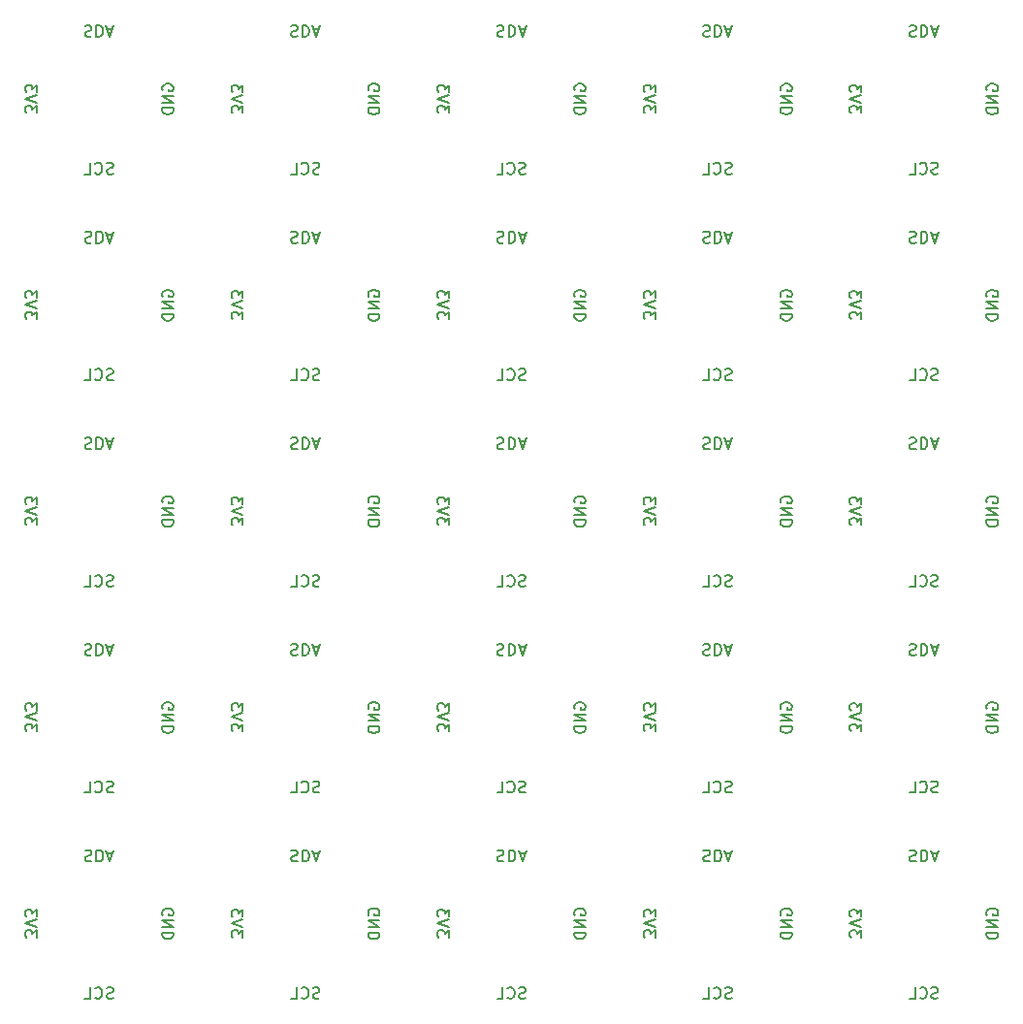
<source format=gbr>
%TF.GenerationSoftware,KiCad,Pcbnew,7.0.7-7.0.7~ubuntu20.04.1*%
%TF.CreationDate,2023-08-22T16:04:55-04:00*%
%TF.ProjectId,bno08x-i2c-board-v6-large-crystal-panel,626e6f30-3878-42d6-9932-632d626f6172,rev?*%
%TF.SameCoordinates,Original*%
%TF.FileFunction,Legend,Bot*%
%TF.FilePolarity,Positive*%
%FSLAX46Y46*%
G04 Gerber Fmt 4.6, Leading zero omitted, Abs format (unit mm)*
G04 Created by KiCad (PCBNEW 7.0.7-7.0.7~ubuntu20.04.1) date 2023-08-22 16:04:55*
%MOMM*%
%LPD*%
G01*
G04 APERTURE LIST*
%ADD10C,0.150000*%
%ADD11C,0.500000*%
%ADD12R,0.850000X0.850000*%
%ADD13C,1.000000*%
G04 APERTURE END LIST*
D10*
X56514990Y-86209976D02*
X56467371Y-86114738D01*
X56467371Y-86114738D02*
X56467371Y-85971881D01*
X56467371Y-85971881D02*
X56514990Y-85829024D01*
X56514990Y-85829024D02*
X56610228Y-85733786D01*
X56610228Y-85733786D02*
X56705466Y-85686167D01*
X56705466Y-85686167D02*
X56895942Y-85638548D01*
X56895942Y-85638548D02*
X57038799Y-85638548D01*
X57038799Y-85638548D02*
X57229275Y-85686167D01*
X57229275Y-85686167D02*
X57324513Y-85733786D01*
X57324513Y-85733786D02*
X57419752Y-85829024D01*
X57419752Y-85829024D02*
X57467371Y-85971881D01*
X57467371Y-85971881D02*
X57467371Y-86067119D01*
X57467371Y-86067119D02*
X57419752Y-86209976D01*
X57419752Y-86209976D02*
X57372132Y-86257595D01*
X57372132Y-86257595D02*
X57038799Y-86257595D01*
X57038799Y-86257595D02*
X57038799Y-86067119D01*
X57467371Y-86686167D02*
X56467371Y-86686167D01*
X56467371Y-86686167D02*
X57467371Y-87257595D01*
X57467371Y-87257595D02*
X56467371Y-87257595D01*
X57467371Y-87733786D02*
X56467371Y-87733786D01*
X56467371Y-87733786D02*
X56467371Y-87971881D01*
X56467371Y-87971881D02*
X56514990Y-88114738D01*
X56514990Y-88114738D02*
X56610228Y-88209976D01*
X56610228Y-88209976D02*
X56705466Y-88257595D01*
X56705466Y-88257595D02*
X56895942Y-88305214D01*
X56895942Y-88305214D02*
X57038799Y-88305214D01*
X57038799Y-88305214D02*
X57229275Y-88257595D01*
X57229275Y-88257595D02*
X57324513Y-88209976D01*
X57324513Y-88209976D02*
X57419752Y-88114738D01*
X57419752Y-88114738D02*
X57467371Y-87971881D01*
X57467371Y-87971881D02*
X57467371Y-87733786D01*
X56514990Y-14209976D02*
X56467371Y-14114738D01*
X56467371Y-14114738D02*
X56467371Y-13971881D01*
X56467371Y-13971881D02*
X56514990Y-13829024D01*
X56514990Y-13829024D02*
X56610228Y-13733786D01*
X56610228Y-13733786D02*
X56705466Y-13686167D01*
X56705466Y-13686167D02*
X56895942Y-13638548D01*
X56895942Y-13638548D02*
X57038799Y-13638548D01*
X57038799Y-13638548D02*
X57229275Y-13686167D01*
X57229275Y-13686167D02*
X57324513Y-13733786D01*
X57324513Y-13733786D02*
X57419752Y-13829024D01*
X57419752Y-13829024D02*
X57467371Y-13971881D01*
X57467371Y-13971881D02*
X57467371Y-14067119D01*
X57467371Y-14067119D02*
X57419752Y-14209976D01*
X57419752Y-14209976D02*
X57372132Y-14257595D01*
X57372132Y-14257595D02*
X57038799Y-14257595D01*
X57038799Y-14257595D02*
X57038799Y-14067119D01*
X57467371Y-14686167D02*
X56467371Y-14686167D01*
X56467371Y-14686167D02*
X57467371Y-15257595D01*
X57467371Y-15257595D02*
X56467371Y-15257595D01*
X57467371Y-15733786D02*
X56467371Y-15733786D01*
X56467371Y-15733786D02*
X56467371Y-15971881D01*
X56467371Y-15971881D02*
X56514990Y-16114738D01*
X56514990Y-16114738D02*
X56610228Y-16209976D01*
X56610228Y-16209976D02*
X56705466Y-16257595D01*
X56705466Y-16257595D02*
X56895942Y-16305214D01*
X56895942Y-16305214D02*
X57038799Y-16305214D01*
X57038799Y-16305214D02*
X57229275Y-16257595D01*
X57229275Y-16257595D02*
X57324513Y-16209976D01*
X57324513Y-16209976D02*
X57419752Y-16114738D01*
X57419752Y-16114738D02*
X57467371Y-15971881D01*
X57467371Y-15971881D02*
X57467371Y-15733786D01*
X74514990Y-14209976D02*
X74467371Y-14114738D01*
X74467371Y-14114738D02*
X74467371Y-13971881D01*
X74467371Y-13971881D02*
X74514990Y-13829024D01*
X74514990Y-13829024D02*
X74610228Y-13733786D01*
X74610228Y-13733786D02*
X74705466Y-13686167D01*
X74705466Y-13686167D02*
X74895942Y-13638548D01*
X74895942Y-13638548D02*
X75038799Y-13638548D01*
X75038799Y-13638548D02*
X75229275Y-13686167D01*
X75229275Y-13686167D02*
X75324513Y-13733786D01*
X75324513Y-13733786D02*
X75419752Y-13829024D01*
X75419752Y-13829024D02*
X75467371Y-13971881D01*
X75467371Y-13971881D02*
X75467371Y-14067119D01*
X75467371Y-14067119D02*
X75419752Y-14209976D01*
X75419752Y-14209976D02*
X75372132Y-14257595D01*
X75372132Y-14257595D02*
X75038799Y-14257595D01*
X75038799Y-14257595D02*
X75038799Y-14067119D01*
X75467371Y-14686167D02*
X74467371Y-14686167D01*
X74467371Y-14686167D02*
X75467371Y-15257595D01*
X75467371Y-15257595D02*
X74467371Y-15257595D01*
X75467371Y-15733786D02*
X74467371Y-15733786D01*
X74467371Y-15733786D02*
X74467371Y-15971881D01*
X74467371Y-15971881D02*
X74514990Y-16114738D01*
X74514990Y-16114738D02*
X74610228Y-16209976D01*
X74610228Y-16209976D02*
X74705466Y-16257595D01*
X74705466Y-16257595D02*
X74895942Y-16305214D01*
X74895942Y-16305214D02*
X75038799Y-16305214D01*
X75038799Y-16305214D02*
X75229275Y-16257595D01*
X75229275Y-16257595D02*
X75324513Y-16209976D01*
X75324513Y-16209976D02*
X75419752Y-16114738D01*
X75419752Y-16114738D02*
X75467371Y-15971881D01*
X75467371Y-15971881D02*
X75467371Y-15733786D01*
X45527732Y-52157846D02*
X45527732Y-51538799D01*
X45527732Y-51538799D02*
X45146780Y-51872132D01*
X45146780Y-51872132D02*
X45146780Y-51729275D01*
X45146780Y-51729275D02*
X45099161Y-51634037D01*
X45099161Y-51634037D02*
X45051542Y-51586418D01*
X45051542Y-51586418D02*
X44956304Y-51538799D01*
X44956304Y-51538799D02*
X44718209Y-51538799D01*
X44718209Y-51538799D02*
X44622971Y-51586418D01*
X44622971Y-51586418D02*
X44575352Y-51634037D01*
X44575352Y-51634037D02*
X44527732Y-51729275D01*
X44527732Y-51729275D02*
X44527732Y-52014989D01*
X44527732Y-52014989D02*
X44575352Y-52110227D01*
X44575352Y-52110227D02*
X44622971Y-52157846D01*
X45527732Y-51253084D02*
X44527732Y-50919751D01*
X44527732Y-50919751D02*
X45527732Y-50586418D01*
X45527732Y-50348322D02*
X45527732Y-49729275D01*
X45527732Y-49729275D02*
X45146780Y-50062608D01*
X45146780Y-50062608D02*
X45146780Y-49919751D01*
X45146780Y-49919751D02*
X45099161Y-49824513D01*
X45099161Y-49824513D02*
X45051542Y-49776894D01*
X45051542Y-49776894D02*
X44956304Y-49729275D01*
X44956304Y-49729275D02*
X44718209Y-49729275D01*
X44718209Y-49729275D02*
X44622971Y-49776894D01*
X44622971Y-49776894D02*
X44575352Y-49824513D01*
X44575352Y-49824513D02*
X44527732Y-49919751D01*
X44527732Y-49919751D02*
X44527732Y-50205465D01*
X44527732Y-50205465D02*
X44575352Y-50300703D01*
X44575352Y-50300703D02*
X44622971Y-50348322D01*
X56514990Y-68209976D02*
X56467371Y-68114738D01*
X56467371Y-68114738D02*
X56467371Y-67971881D01*
X56467371Y-67971881D02*
X56514990Y-67829024D01*
X56514990Y-67829024D02*
X56610228Y-67733786D01*
X56610228Y-67733786D02*
X56705466Y-67686167D01*
X56705466Y-67686167D02*
X56895942Y-67638548D01*
X56895942Y-67638548D02*
X57038799Y-67638548D01*
X57038799Y-67638548D02*
X57229275Y-67686167D01*
X57229275Y-67686167D02*
X57324513Y-67733786D01*
X57324513Y-67733786D02*
X57419752Y-67829024D01*
X57419752Y-67829024D02*
X57467371Y-67971881D01*
X57467371Y-67971881D02*
X57467371Y-68067119D01*
X57467371Y-68067119D02*
X57419752Y-68209976D01*
X57419752Y-68209976D02*
X57372132Y-68257595D01*
X57372132Y-68257595D02*
X57038799Y-68257595D01*
X57038799Y-68257595D02*
X57038799Y-68067119D01*
X57467371Y-68686167D02*
X56467371Y-68686167D01*
X56467371Y-68686167D02*
X57467371Y-69257595D01*
X57467371Y-69257595D02*
X56467371Y-69257595D01*
X57467371Y-69733786D02*
X56467371Y-69733786D01*
X56467371Y-69733786D02*
X56467371Y-69971881D01*
X56467371Y-69971881D02*
X56514990Y-70114738D01*
X56514990Y-70114738D02*
X56610228Y-70209976D01*
X56610228Y-70209976D02*
X56705466Y-70257595D01*
X56705466Y-70257595D02*
X56895942Y-70305214D01*
X56895942Y-70305214D02*
X57038799Y-70305214D01*
X57038799Y-70305214D02*
X57229275Y-70257595D01*
X57229275Y-70257595D02*
X57324513Y-70209976D01*
X57324513Y-70209976D02*
X57419752Y-70114738D01*
X57419752Y-70114738D02*
X57467371Y-69971881D01*
X57467371Y-69971881D02*
X57467371Y-69733786D01*
X52208391Y-21471588D02*
X52065534Y-21519207D01*
X52065534Y-21519207D02*
X51827439Y-21519207D01*
X51827439Y-21519207D02*
X51732201Y-21471588D01*
X51732201Y-21471588D02*
X51684582Y-21423968D01*
X51684582Y-21423968D02*
X51636963Y-21328730D01*
X51636963Y-21328730D02*
X51636963Y-21233492D01*
X51636963Y-21233492D02*
X51684582Y-21138254D01*
X51684582Y-21138254D02*
X51732201Y-21090635D01*
X51732201Y-21090635D02*
X51827439Y-21043016D01*
X51827439Y-21043016D02*
X52017915Y-20995397D01*
X52017915Y-20995397D02*
X52113153Y-20947778D01*
X52113153Y-20947778D02*
X52160772Y-20900159D01*
X52160772Y-20900159D02*
X52208391Y-20804921D01*
X52208391Y-20804921D02*
X52208391Y-20709683D01*
X52208391Y-20709683D02*
X52160772Y-20614445D01*
X52160772Y-20614445D02*
X52113153Y-20566826D01*
X52113153Y-20566826D02*
X52017915Y-20519207D01*
X52017915Y-20519207D02*
X51779820Y-20519207D01*
X51779820Y-20519207D02*
X51636963Y-20566826D01*
X50636963Y-21423968D02*
X50684582Y-21471588D01*
X50684582Y-21471588D02*
X50827439Y-21519207D01*
X50827439Y-21519207D02*
X50922677Y-21519207D01*
X50922677Y-21519207D02*
X51065534Y-21471588D01*
X51065534Y-21471588D02*
X51160772Y-21376349D01*
X51160772Y-21376349D02*
X51208391Y-21281111D01*
X51208391Y-21281111D02*
X51256010Y-21090635D01*
X51256010Y-21090635D02*
X51256010Y-20947778D01*
X51256010Y-20947778D02*
X51208391Y-20757302D01*
X51208391Y-20757302D02*
X51160772Y-20662064D01*
X51160772Y-20662064D02*
X51065534Y-20566826D01*
X51065534Y-20566826D02*
X50922677Y-20519207D01*
X50922677Y-20519207D02*
X50827439Y-20519207D01*
X50827439Y-20519207D02*
X50684582Y-20566826D01*
X50684582Y-20566826D02*
X50636963Y-20614445D01*
X49732201Y-21519207D02*
X50208391Y-21519207D01*
X50208391Y-21519207D02*
X50208391Y-20519207D01*
X63527732Y-34157846D02*
X63527732Y-33538799D01*
X63527732Y-33538799D02*
X63146780Y-33872132D01*
X63146780Y-33872132D02*
X63146780Y-33729275D01*
X63146780Y-33729275D02*
X63099161Y-33634037D01*
X63099161Y-33634037D02*
X63051542Y-33586418D01*
X63051542Y-33586418D02*
X62956304Y-33538799D01*
X62956304Y-33538799D02*
X62718209Y-33538799D01*
X62718209Y-33538799D02*
X62622971Y-33586418D01*
X62622971Y-33586418D02*
X62575352Y-33634037D01*
X62575352Y-33634037D02*
X62527732Y-33729275D01*
X62527732Y-33729275D02*
X62527732Y-34014989D01*
X62527732Y-34014989D02*
X62575352Y-34110227D01*
X62575352Y-34110227D02*
X62622971Y-34157846D01*
X63527732Y-33253084D02*
X62527732Y-32919751D01*
X62527732Y-32919751D02*
X63527732Y-32586418D01*
X63527732Y-32348322D02*
X63527732Y-31729275D01*
X63527732Y-31729275D02*
X63146780Y-32062608D01*
X63146780Y-32062608D02*
X63146780Y-31919751D01*
X63146780Y-31919751D02*
X63099161Y-31824513D01*
X63099161Y-31824513D02*
X63051542Y-31776894D01*
X63051542Y-31776894D02*
X62956304Y-31729275D01*
X62956304Y-31729275D02*
X62718209Y-31729275D01*
X62718209Y-31729275D02*
X62622971Y-31776894D01*
X62622971Y-31776894D02*
X62575352Y-31824513D01*
X62575352Y-31824513D02*
X62527732Y-31919751D01*
X62527732Y-31919751D02*
X62527732Y-32205465D01*
X62527732Y-32205465D02*
X62575352Y-32300703D01*
X62575352Y-32300703D02*
X62622971Y-32348322D01*
X13736712Y-26577188D02*
X13879569Y-26529568D01*
X13879569Y-26529568D02*
X14117664Y-26529568D01*
X14117664Y-26529568D02*
X14212902Y-26577188D01*
X14212902Y-26577188D02*
X14260521Y-26624807D01*
X14260521Y-26624807D02*
X14308140Y-26720045D01*
X14308140Y-26720045D02*
X14308140Y-26815283D01*
X14308140Y-26815283D02*
X14260521Y-26910521D01*
X14260521Y-26910521D02*
X14212902Y-26958140D01*
X14212902Y-26958140D02*
X14117664Y-27005759D01*
X14117664Y-27005759D02*
X13927188Y-27053378D01*
X13927188Y-27053378D02*
X13831950Y-27100997D01*
X13831950Y-27100997D02*
X13784331Y-27148616D01*
X13784331Y-27148616D02*
X13736712Y-27243854D01*
X13736712Y-27243854D02*
X13736712Y-27339092D01*
X13736712Y-27339092D02*
X13784331Y-27434330D01*
X13784331Y-27434330D02*
X13831950Y-27481949D01*
X13831950Y-27481949D02*
X13927188Y-27529568D01*
X13927188Y-27529568D02*
X14165283Y-27529568D01*
X14165283Y-27529568D02*
X14308140Y-27481949D01*
X14736712Y-26529568D02*
X14736712Y-27529568D01*
X14736712Y-27529568D02*
X14974807Y-27529568D01*
X14974807Y-27529568D02*
X15117664Y-27481949D01*
X15117664Y-27481949D02*
X15212902Y-27386711D01*
X15212902Y-27386711D02*
X15260521Y-27291473D01*
X15260521Y-27291473D02*
X15308140Y-27100997D01*
X15308140Y-27100997D02*
X15308140Y-26958140D01*
X15308140Y-26958140D02*
X15260521Y-26767664D01*
X15260521Y-26767664D02*
X15212902Y-26672426D01*
X15212902Y-26672426D02*
X15117664Y-26577188D01*
X15117664Y-26577188D02*
X14974807Y-26529568D01*
X14974807Y-26529568D02*
X14736712Y-26529568D01*
X15689093Y-26815283D02*
X16165283Y-26815283D01*
X15593855Y-26529568D02*
X15927188Y-27529568D01*
X15927188Y-27529568D02*
X16260521Y-26529568D01*
X27527732Y-16157846D02*
X27527732Y-15538799D01*
X27527732Y-15538799D02*
X27146780Y-15872132D01*
X27146780Y-15872132D02*
X27146780Y-15729275D01*
X27146780Y-15729275D02*
X27099161Y-15634037D01*
X27099161Y-15634037D02*
X27051542Y-15586418D01*
X27051542Y-15586418D02*
X26956304Y-15538799D01*
X26956304Y-15538799D02*
X26718209Y-15538799D01*
X26718209Y-15538799D02*
X26622971Y-15586418D01*
X26622971Y-15586418D02*
X26575352Y-15634037D01*
X26575352Y-15634037D02*
X26527732Y-15729275D01*
X26527732Y-15729275D02*
X26527732Y-16014989D01*
X26527732Y-16014989D02*
X26575352Y-16110227D01*
X26575352Y-16110227D02*
X26622971Y-16157846D01*
X27527732Y-15253084D02*
X26527732Y-14919751D01*
X26527732Y-14919751D02*
X27527732Y-14586418D01*
X27527732Y-14348322D02*
X27527732Y-13729275D01*
X27527732Y-13729275D02*
X27146780Y-14062608D01*
X27146780Y-14062608D02*
X27146780Y-13919751D01*
X27146780Y-13919751D02*
X27099161Y-13824513D01*
X27099161Y-13824513D02*
X27051542Y-13776894D01*
X27051542Y-13776894D02*
X26956304Y-13729275D01*
X26956304Y-13729275D02*
X26718209Y-13729275D01*
X26718209Y-13729275D02*
X26622971Y-13776894D01*
X26622971Y-13776894D02*
X26575352Y-13824513D01*
X26575352Y-13824513D02*
X26527732Y-13919751D01*
X26527732Y-13919751D02*
X26527732Y-14205465D01*
X26527732Y-14205465D02*
X26575352Y-14300703D01*
X26575352Y-14300703D02*
X26622971Y-14348322D01*
X9527732Y-70157846D02*
X9527732Y-69538799D01*
X9527732Y-69538799D02*
X9146780Y-69872132D01*
X9146780Y-69872132D02*
X9146780Y-69729275D01*
X9146780Y-69729275D02*
X9099161Y-69634037D01*
X9099161Y-69634037D02*
X9051542Y-69586418D01*
X9051542Y-69586418D02*
X8956304Y-69538799D01*
X8956304Y-69538799D02*
X8718209Y-69538799D01*
X8718209Y-69538799D02*
X8622971Y-69586418D01*
X8622971Y-69586418D02*
X8575352Y-69634037D01*
X8575352Y-69634037D02*
X8527732Y-69729275D01*
X8527732Y-69729275D02*
X8527732Y-70014989D01*
X8527732Y-70014989D02*
X8575352Y-70110227D01*
X8575352Y-70110227D02*
X8622971Y-70157846D01*
X9527732Y-69253084D02*
X8527732Y-68919751D01*
X8527732Y-68919751D02*
X9527732Y-68586418D01*
X9527732Y-68348322D02*
X9527732Y-67729275D01*
X9527732Y-67729275D02*
X9146780Y-68062608D01*
X9146780Y-68062608D02*
X9146780Y-67919751D01*
X9146780Y-67919751D02*
X9099161Y-67824513D01*
X9099161Y-67824513D02*
X9051542Y-67776894D01*
X9051542Y-67776894D02*
X8956304Y-67729275D01*
X8956304Y-67729275D02*
X8718209Y-67729275D01*
X8718209Y-67729275D02*
X8622971Y-67776894D01*
X8622971Y-67776894D02*
X8575352Y-67824513D01*
X8575352Y-67824513D02*
X8527732Y-67919751D01*
X8527732Y-67919751D02*
X8527732Y-68205465D01*
X8527732Y-68205465D02*
X8575352Y-68300703D01*
X8575352Y-68300703D02*
X8622971Y-68348322D01*
X31736712Y-8577188D02*
X31879569Y-8529568D01*
X31879569Y-8529568D02*
X32117664Y-8529568D01*
X32117664Y-8529568D02*
X32212902Y-8577188D01*
X32212902Y-8577188D02*
X32260521Y-8624807D01*
X32260521Y-8624807D02*
X32308140Y-8720045D01*
X32308140Y-8720045D02*
X32308140Y-8815283D01*
X32308140Y-8815283D02*
X32260521Y-8910521D01*
X32260521Y-8910521D02*
X32212902Y-8958140D01*
X32212902Y-8958140D02*
X32117664Y-9005759D01*
X32117664Y-9005759D02*
X31927188Y-9053378D01*
X31927188Y-9053378D02*
X31831950Y-9100997D01*
X31831950Y-9100997D02*
X31784331Y-9148616D01*
X31784331Y-9148616D02*
X31736712Y-9243854D01*
X31736712Y-9243854D02*
X31736712Y-9339092D01*
X31736712Y-9339092D02*
X31784331Y-9434330D01*
X31784331Y-9434330D02*
X31831950Y-9481949D01*
X31831950Y-9481949D02*
X31927188Y-9529568D01*
X31927188Y-9529568D02*
X32165283Y-9529568D01*
X32165283Y-9529568D02*
X32308140Y-9481949D01*
X32736712Y-8529568D02*
X32736712Y-9529568D01*
X32736712Y-9529568D02*
X32974807Y-9529568D01*
X32974807Y-9529568D02*
X33117664Y-9481949D01*
X33117664Y-9481949D02*
X33212902Y-9386711D01*
X33212902Y-9386711D02*
X33260521Y-9291473D01*
X33260521Y-9291473D02*
X33308140Y-9100997D01*
X33308140Y-9100997D02*
X33308140Y-8958140D01*
X33308140Y-8958140D02*
X33260521Y-8767664D01*
X33260521Y-8767664D02*
X33212902Y-8672426D01*
X33212902Y-8672426D02*
X33117664Y-8577188D01*
X33117664Y-8577188D02*
X32974807Y-8529568D01*
X32974807Y-8529568D02*
X32736712Y-8529568D01*
X33689093Y-8815283D02*
X34165283Y-8815283D01*
X33593855Y-8529568D02*
X33927188Y-9529568D01*
X33927188Y-9529568D02*
X34260521Y-8529568D01*
X88208391Y-39471588D02*
X88065534Y-39519207D01*
X88065534Y-39519207D02*
X87827439Y-39519207D01*
X87827439Y-39519207D02*
X87732201Y-39471588D01*
X87732201Y-39471588D02*
X87684582Y-39423968D01*
X87684582Y-39423968D02*
X87636963Y-39328730D01*
X87636963Y-39328730D02*
X87636963Y-39233492D01*
X87636963Y-39233492D02*
X87684582Y-39138254D01*
X87684582Y-39138254D02*
X87732201Y-39090635D01*
X87732201Y-39090635D02*
X87827439Y-39043016D01*
X87827439Y-39043016D02*
X88017915Y-38995397D01*
X88017915Y-38995397D02*
X88113153Y-38947778D01*
X88113153Y-38947778D02*
X88160772Y-38900159D01*
X88160772Y-38900159D02*
X88208391Y-38804921D01*
X88208391Y-38804921D02*
X88208391Y-38709683D01*
X88208391Y-38709683D02*
X88160772Y-38614445D01*
X88160772Y-38614445D02*
X88113153Y-38566826D01*
X88113153Y-38566826D02*
X88017915Y-38519207D01*
X88017915Y-38519207D02*
X87779820Y-38519207D01*
X87779820Y-38519207D02*
X87636963Y-38566826D01*
X86636963Y-39423968D02*
X86684582Y-39471588D01*
X86684582Y-39471588D02*
X86827439Y-39519207D01*
X86827439Y-39519207D02*
X86922677Y-39519207D01*
X86922677Y-39519207D02*
X87065534Y-39471588D01*
X87065534Y-39471588D02*
X87160772Y-39376349D01*
X87160772Y-39376349D02*
X87208391Y-39281111D01*
X87208391Y-39281111D02*
X87256010Y-39090635D01*
X87256010Y-39090635D02*
X87256010Y-38947778D01*
X87256010Y-38947778D02*
X87208391Y-38757302D01*
X87208391Y-38757302D02*
X87160772Y-38662064D01*
X87160772Y-38662064D02*
X87065534Y-38566826D01*
X87065534Y-38566826D02*
X86922677Y-38519207D01*
X86922677Y-38519207D02*
X86827439Y-38519207D01*
X86827439Y-38519207D02*
X86684582Y-38566826D01*
X86684582Y-38566826D02*
X86636963Y-38614445D01*
X85732201Y-39519207D02*
X86208391Y-39519207D01*
X86208391Y-39519207D02*
X86208391Y-38519207D01*
X52208391Y-39471588D02*
X52065534Y-39519207D01*
X52065534Y-39519207D02*
X51827439Y-39519207D01*
X51827439Y-39519207D02*
X51732201Y-39471588D01*
X51732201Y-39471588D02*
X51684582Y-39423968D01*
X51684582Y-39423968D02*
X51636963Y-39328730D01*
X51636963Y-39328730D02*
X51636963Y-39233492D01*
X51636963Y-39233492D02*
X51684582Y-39138254D01*
X51684582Y-39138254D02*
X51732201Y-39090635D01*
X51732201Y-39090635D02*
X51827439Y-39043016D01*
X51827439Y-39043016D02*
X52017915Y-38995397D01*
X52017915Y-38995397D02*
X52113153Y-38947778D01*
X52113153Y-38947778D02*
X52160772Y-38900159D01*
X52160772Y-38900159D02*
X52208391Y-38804921D01*
X52208391Y-38804921D02*
X52208391Y-38709683D01*
X52208391Y-38709683D02*
X52160772Y-38614445D01*
X52160772Y-38614445D02*
X52113153Y-38566826D01*
X52113153Y-38566826D02*
X52017915Y-38519207D01*
X52017915Y-38519207D02*
X51779820Y-38519207D01*
X51779820Y-38519207D02*
X51636963Y-38566826D01*
X50636963Y-39423968D02*
X50684582Y-39471588D01*
X50684582Y-39471588D02*
X50827439Y-39519207D01*
X50827439Y-39519207D02*
X50922677Y-39519207D01*
X50922677Y-39519207D02*
X51065534Y-39471588D01*
X51065534Y-39471588D02*
X51160772Y-39376349D01*
X51160772Y-39376349D02*
X51208391Y-39281111D01*
X51208391Y-39281111D02*
X51256010Y-39090635D01*
X51256010Y-39090635D02*
X51256010Y-38947778D01*
X51256010Y-38947778D02*
X51208391Y-38757302D01*
X51208391Y-38757302D02*
X51160772Y-38662064D01*
X51160772Y-38662064D02*
X51065534Y-38566826D01*
X51065534Y-38566826D02*
X50922677Y-38519207D01*
X50922677Y-38519207D02*
X50827439Y-38519207D01*
X50827439Y-38519207D02*
X50684582Y-38566826D01*
X50684582Y-38566826D02*
X50636963Y-38614445D01*
X49732201Y-39519207D02*
X50208391Y-39519207D01*
X50208391Y-39519207D02*
X50208391Y-38519207D01*
X20514990Y-68209976D02*
X20467371Y-68114738D01*
X20467371Y-68114738D02*
X20467371Y-67971881D01*
X20467371Y-67971881D02*
X20514990Y-67829024D01*
X20514990Y-67829024D02*
X20610228Y-67733786D01*
X20610228Y-67733786D02*
X20705466Y-67686167D01*
X20705466Y-67686167D02*
X20895942Y-67638548D01*
X20895942Y-67638548D02*
X21038799Y-67638548D01*
X21038799Y-67638548D02*
X21229275Y-67686167D01*
X21229275Y-67686167D02*
X21324513Y-67733786D01*
X21324513Y-67733786D02*
X21419752Y-67829024D01*
X21419752Y-67829024D02*
X21467371Y-67971881D01*
X21467371Y-67971881D02*
X21467371Y-68067119D01*
X21467371Y-68067119D02*
X21419752Y-68209976D01*
X21419752Y-68209976D02*
X21372132Y-68257595D01*
X21372132Y-68257595D02*
X21038799Y-68257595D01*
X21038799Y-68257595D02*
X21038799Y-68067119D01*
X21467371Y-68686167D02*
X20467371Y-68686167D01*
X20467371Y-68686167D02*
X21467371Y-69257595D01*
X21467371Y-69257595D02*
X20467371Y-69257595D01*
X21467371Y-69733786D02*
X20467371Y-69733786D01*
X20467371Y-69733786D02*
X20467371Y-69971881D01*
X20467371Y-69971881D02*
X20514990Y-70114738D01*
X20514990Y-70114738D02*
X20610228Y-70209976D01*
X20610228Y-70209976D02*
X20705466Y-70257595D01*
X20705466Y-70257595D02*
X20895942Y-70305214D01*
X20895942Y-70305214D02*
X21038799Y-70305214D01*
X21038799Y-70305214D02*
X21229275Y-70257595D01*
X21229275Y-70257595D02*
X21324513Y-70209976D01*
X21324513Y-70209976D02*
X21419752Y-70114738D01*
X21419752Y-70114738D02*
X21467371Y-69971881D01*
X21467371Y-69971881D02*
X21467371Y-69733786D01*
X34208391Y-39471588D02*
X34065534Y-39519207D01*
X34065534Y-39519207D02*
X33827439Y-39519207D01*
X33827439Y-39519207D02*
X33732201Y-39471588D01*
X33732201Y-39471588D02*
X33684582Y-39423968D01*
X33684582Y-39423968D02*
X33636963Y-39328730D01*
X33636963Y-39328730D02*
X33636963Y-39233492D01*
X33636963Y-39233492D02*
X33684582Y-39138254D01*
X33684582Y-39138254D02*
X33732201Y-39090635D01*
X33732201Y-39090635D02*
X33827439Y-39043016D01*
X33827439Y-39043016D02*
X34017915Y-38995397D01*
X34017915Y-38995397D02*
X34113153Y-38947778D01*
X34113153Y-38947778D02*
X34160772Y-38900159D01*
X34160772Y-38900159D02*
X34208391Y-38804921D01*
X34208391Y-38804921D02*
X34208391Y-38709683D01*
X34208391Y-38709683D02*
X34160772Y-38614445D01*
X34160772Y-38614445D02*
X34113153Y-38566826D01*
X34113153Y-38566826D02*
X34017915Y-38519207D01*
X34017915Y-38519207D02*
X33779820Y-38519207D01*
X33779820Y-38519207D02*
X33636963Y-38566826D01*
X32636963Y-39423968D02*
X32684582Y-39471588D01*
X32684582Y-39471588D02*
X32827439Y-39519207D01*
X32827439Y-39519207D02*
X32922677Y-39519207D01*
X32922677Y-39519207D02*
X33065534Y-39471588D01*
X33065534Y-39471588D02*
X33160772Y-39376349D01*
X33160772Y-39376349D02*
X33208391Y-39281111D01*
X33208391Y-39281111D02*
X33256010Y-39090635D01*
X33256010Y-39090635D02*
X33256010Y-38947778D01*
X33256010Y-38947778D02*
X33208391Y-38757302D01*
X33208391Y-38757302D02*
X33160772Y-38662064D01*
X33160772Y-38662064D02*
X33065534Y-38566826D01*
X33065534Y-38566826D02*
X32922677Y-38519207D01*
X32922677Y-38519207D02*
X32827439Y-38519207D01*
X32827439Y-38519207D02*
X32684582Y-38566826D01*
X32684582Y-38566826D02*
X32636963Y-38614445D01*
X31732201Y-39519207D02*
X32208391Y-39519207D01*
X32208391Y-39519207D02*
X32208391Y-38519207D01*
X38514990Y-68209976D02*
X38467371Y-68114738D01*
X38467371Y-68114738D02*
X38467371Y-67971881D01*
X38467371Y-67971881D02*
X38514990Y-67829024D01*
X38514990Y-67829024D02*
X38610228Y-67733786D01*
X38610228Y-67733786D02*
X38705466Y-67686167D01*
X38705466Y-67686167D02*
X38895942Y-67638548D01*
X38895942Y-67638548D02*
X39038799Y-67638548D01*
X39038799Y-67638548D02*
X39229275Y-67686167D01*
X39229275Y-67686167D02*
X39324513Y-67733786D01*
X39324513Y-67733786D02*
X39419752Y-67829024D01*
X39419752Y-67829024D02*
X39467371Y-67971881D01*
X39467371Y-67971881D02*
X39467371Y-68067119D01*
X39467371Y-68067119D02*
X39419752Y-68209976D01*
X39419752Y-68209976D02*
X39372132Y-68257595D01*
X39372132Y-68257595D02*
X39038799Y-68257595D01*
X39038799Y-68257595D02*
X39038799Y-68067119D01*
X39467371Y-68686167D02*
X38467371Y-68686167D01*
X38467371Y-68686167D02*
X39467371Y-69257595D01*
X39467371Y-69257595D02*
X38467371Y-69257595D01*
X39467371Y-69733786D02*
X38467371Y-69733786D01*
X38467371Y-69733786D02*
X38467371Y-69971881D01*
X38467371Y-69971881D02*
X38514990Y-70114738D01*
X38514990Y-70114738D02*
X38610228Y-70209976D01*
X38610228Y-70209976D02*
X38705466Y-70257595D01*
X38705466Y-70257595D02*
X38895942Y-70305214D01*
X38895942Y-70305214D02*
X39038799Y-70305214D01*
X39038799Y-70305214D02*
X39229275Y-70257595D01*
X39229275Y-70257595D02*
X39324513Y-70209976D01*
X39324513Y-70209976D02*
X39419752Y-70114738D01*
X39419752Y-70114738D02*
X39467371Y-69971881D01*
X39467371Y-69971881D02*
X39467371Y-69733786D01*
X34208391Y-75471588D02*
X34065534Y-75519207D01*
X34065534Y-75519207D02*
X33827439Y-75519207D01*
X33827439Y-75519207D02*
X33732201Y-75471588D01*
X33732201Y-75471588D02*
X33684582Y-75423968D01*
X33684582Y-75423968D02*
X33636963Y-75328730D01*
X33636963Y-75328730D02*
X33636963Y-75233492D01*
X33636963Y-75233492D02*
X33684582Y-75138254D01*
X33684582Y-75138254D02*
X33732201Y-75090635D01*
X33732201Y-75090635D02*
X33827439Y-75043016D01*
X33827439Y-75043016D02*
X34017915Y-74995397D01*
X34017915Y-74995397D02*
X34113153Y-74947778D01*
X34113153Y-74947778D02*
X34160772Y-74900159D01*
X34160772Y-74900159D02*
X34208391Y-74804921D01*
X34208391Y-74804921D02*
X34208391Y-74709683D01*
X34208391Y-74709683D02*
X34160772Y-74614445D01*
X34160772Y-74614445D02*
X34113153Y-74566826D01*
X34113153Y-74566826D02*
X34017915Y-74519207D01*
X34017915Y-74519207D02*
X33779820Y-74519207D01*
X33779820Y-74519207D02*
X33636963Y-74566826D01*
X32636963Y-75423968D02*
X32684582Y-75471588D01*
X32684582Y-75471588D02*
X32827439Y-75519207D01*
X32827439Y-75519207D02*
X32922677Y-75519207D01*
X32922677Y-75519207D02*
X33065534Y-75471588D01*
X33065534Y-75471588D02*
X33160772Y-75376349D01*
X33160772Y-75376349D02*
X33208391Y-75281111D01*
X33208391Y-75281111D02*
X33256010Y-75090635D01*
X33256010Y-75090635D02*
X33256010Y-74947778D01*
X33256010Y-74947778D02*
X33208391Y-74757302D01*
X33208391Y-74757302D02*
X33160772Y-74662064D01*
X33160772Y-74662064D02*
X33065534Y-74566826D01*
X33065534Y-74566826D02*
X32922677Y-74519207D01*
X32922677Y-74519207D02*
X32827439Y-74519207D01*
X32827439Y-74519207D02*
X32684582Y-74566826D01*
X32684582Y-74566826D02*
X32636963Y-74614445D01*
X31732201Y-75519207D02*
X32208391Y-75519207D01*
X32208391Y-75519207D02*
X32208391Y-74519207D01*
X31736712Y-80577188D02*
X31879569Y-80529568D01*
X31879569Y-80529568D02*
X32117664Y-80529568D01*
X32117664Y-80529568D02*
X32212902Y-80577188D01*
X32212902Y-80577188D02*
X32260521Y-80624807D01*
X32260521Y-80624807D02*
X32308140Y-80720045D01*
X32308140Y-80720045D02*
X32308140Y-80815283D01*
X32308140Y-80815283D02*
X32260521Y-80910521D01*
X32260521Y-80910521D02*
X32212902Y-80958140D01*
X32212902Y-80958140D02*
X32117664Y-81005759D01*
X32117664Y-81005759D02*
X31927188Y-81053378D01*
X31927188Y-81053378D02*
X31831950Y-81100997D01*
X31831950Y-81100997D02*
X31784331Y-81148616D01*
X31784331Y-81148616D02*
X31736712Y-81243854D01*
X31736712Y-81243854D02*
X31736712Y-81339092D01*
X31736712Y-81339092D02*
X31784331Y-81434330D01*
X31784331Y-81434330D02*
X31831950Y-81481949D01*
X31831950Y-81481949D02*
X31927188Y-81529568D01*
X31927188Y-81529568D02*
X32165283Y-81529568D01*
X32165283Y-81529568D02*
X32308140Y-81481949D01*
X32736712Y-80529568D02*
X32736712Y-81529568D01*
X32736712Y-81529568D02*
X32974807Y-81529568D01*
X32974807Y-81529568D02*
X33117664Y-81481949D01*
X33117664Y-81481949D02*
X33212902Y-81386711D01*
X33212902Y-81386711D02*
X33260521Y-81291473D01*
X33260521Y-81291473D02*
X33308140Y-81100997D01*
X33308140Y-81100997D02*
X33308140Y-80958140D01*
X33308140Y-80958140D02*
X33260521Y-80767664D01*
X33260521Y-80767664D02*
X33212902Y-80672426D01*
X33212902Y-80672426D02*
X33117664Y-80577188D01*
X33117664Y-80577188D02*
X32974807Y-80529568D01*
X32974807Y-80529568D02*
X32736712Y-80529568D01*
X33689093Y-80815283D02*
X34165283Y-80815283D01*
X33593855Y-80529568D02*
X33927188Y-81529568D01*
X33927188Y-81529568D02*
X34260521Y-80529568D01*
X13736712Y-8577188D02*
X13879569Y-8529568D01*
X13879569Y-8529568D02*
X14117664Y-8529568D01*
X14117664Y-8529568D02*
X14212902Y-8577188D01*
X14212902Y-8577188D02*
X14260521Y-8624807D01*
X14260521Y-8624807D02*
X14308140Y-8720045D01*
X14308140Y-8720045D02*
X14308140Y-8815283D01*
X14308140Y-8815283D02*
X14260521Y-8910521D01*
X14260521Y-8910521D02*
X14212902Y-8958140D01*
X14212902Y-8958140D02*
X14117664Y-9005759D01*
X14117664Y-9005759D02*
X13927188Y-9053378D01*
X13927188Y-9053378D02*
X13831950Y-9100997D01*
X13831950Y-9100997D02*
X13784331Y-9148616D01*
X13784331Y-9148616D02*
X13736712Y-9243854D01*
X13736712Y-9243854D02*
X13736712Y-9339092D01*
X13736712Y-9339092D02*
X13784331Y-9434330D01*
X13784331Y-9434330D02*
X13831950Y-9481949D01*
X13831950Y-9481949D02*
X13927188Y-9529568D01*
X13927188Y-9529568D02*
X14165283Y-9529568D01*
X14165283Y-9529568D02*
X14308140Y-9481949D01*
X14736712Y-8529568D02*
X14736712Y-9529568D01*
X14736712Y-9529568D02*
X14974807Y-9529568D01*
X14974807Y-9529568D02*
X15117664Y-9481949D01*
X15117664Y-9481949D02*
X15212902Y-9386711D01*
X15212902Y-9386711D02*
X15260521Y-9291473D01*
X15260521Y-9291473D02*
X15308140Y-9100997D01*
X15308140Y-9100997D02*
X15308140Y-8958140D01*
X15308140Y-8958140D02*
X15260521Y-8767664D01*
X15260521Y-8767664D02*
X15212902Y-8672426D01*
X15212902Y-8672426D02*
X15117664Y-8577188D01*
X15117664Y-8577188D02*
X14974807Y-8529568D01*
X14974807Y-8529568D02*
X14736712Y-8529568D01*
X15689093Y-8815283D02*
X16165283Y-8815283D01*
X15593855Y-8529568D02*
X15927188Y-9529568D01*
X15927188Y-9529568D02*
X16260521Y-8529568D01*
X31736712Y-44577188D02*
X31879569Y-44529568D01*
X31879569Y-44529568D02*
X32117664Y-44529568D01*
X32117664Y-44529568D02*
X32212902Y-44577188D01*
X32212902Y-44577188D02*
X32260521Y-44624807D01*
X32260521Y-44624807D02*
X32308140Y-44720045D01*
X32308140Y-44720045D02*
X32308140Y-44815283D01*
X32308140Y-44815283D02*
X32260521Y-44910521D01*
X32260521Y-44910521D02*
X32212902Y-44958140D01*
X32212902Y-44958140D02*
X32117664Y-45005759D01*
X32117664Y-45005759D02*
X31927188Y-45053378D01*
X31927188Y-45053378D02*
X31831950Y-45100997D01*
X31831950Y-45100997D02*
X31784331Y-45148616D01*
X31784331Y-45148616D02*
X31736712Y-45243854D01*
X31736712Y-45243854D02*
X31736712Y-45339092D01*
X31736712Y-45339092D02*
X31784331Y-45434330D01*
X31784331Y-45434330D02*
X31831950Y-45481949D01*
X31831950Y-45481949D02*
X31927188Y-45529568D01*
X31927188Y-45529568D02*
X32165283Y-45529568D01*
X32165283Y-45529568D02*
X32308140Y-45481949D01*
X32736712Y-44529568D02*
X32736712Y-45529568D01*
X32736712Y-45529568D02*
X32974807Y-45529568D01*
X32974807Y-45529568D02*
X33117664Y-45481949D01*
X33117664Y-45481949D02*
X33212902Y-45386711D01*
X33212902Y-45386711D02*
X33260521Y-45291473D01*
X33260521Y-45291473D02*
X33308140Y-45100997D01*
X33308140Y-45100997D02*
X33308140Y-44958140D01*
X33308140Y-44958140D02*
X33260521Y-44767664D01*
X33260521Y-44767664D02*
X33212902Y-44672426D01*
X33212902Y-44672426D02*
X33117664Y-44577188D01*
X33117664Y-44577188D02*
X32974807Y-44529568D01*
X32974807Y-44529568D02*
X32736712Y-44529568D01*
X33689093Y-44815283D02*
X34165283Y-44815283D01*
X33593855Y-44529568D02*
X33927188Y-45529568D01*
X33927188Y-45529568D02*
X34260521Y-44529568D01*
X38514990Y-14209976D02*
X38467371Y-14114738D01*
X38467371Y-14114738D02*
X38467371Y-13971881D01*
X38467371Y-13971881D02*
X38514990Y-13829024D01*
X38514990Y-13829024D02*
X38610228Y-13733786D01*
X38610228Y-13733786D02*
X38705466Y-13686167D01*
X38705466Y-13686167D02*
X38895942Y-13638548D01*
X38895942Y-13638548D02*
X39038799Y-13638548D01*
X39038799Y-13638548D02*
X39229275Y-13686167D01*
X39229275Y-13686167D02*
X39324513Y-13733786D01*
X39324513Y-13733786D02*
X39419752Y-13829024D01*
X39419752Y-13829024D02*
X39467371Y-13971881D01*
X39467371Y-13971881D02*
X39467371Y-14067119D01*
X39467371Y-14067119D02*
X39419752Y-14209976D01*
X39419752Y-14209976D02*
X39372132Y-14257595D01*
X39372132Y-14257595D02*
X39038799Y-14257595D01*
X39038799Y-14257595D02*
X39038799Y-14067119D01*
X39467371Y-14686167D02*
X38467371Y-14686167D01*
X38467371Y-14686167D02*
X39467371Y-15257595D01*
X39467371Y-15257595D02*
X38467371Y-15257595D01*
X39467371Y-15733786D02*
X38467371Y-15733786D01*
X38467371Y-15733786D02*
X38467371Y-15971881D01*
X38467371Y-15971881D02*
X38514990Y-16114738D01*
X38514990Y-16114738D02*
X38610228Y-16209976D01*
X38610228Y-16209976D02*
X38705466Y-16257595D01*
X38705466Y-16257595D02*
X38895942Y-16305214D01*
X38895942Y-16305214D02*
X39038799Y-16305214D01*
X39038799Y-16305214D02*
X39229275Y-16257595D01*
X39229275Y-16257595D02*
X39324513Y-16209976D01*
X39324513Y-16209976D02*
X39419752Y-16114738D01*
X39419752Y-16114738D02*
X39467371Y-15971881D01*
X39467371Y-15971881D02*
X39467371Y-15733786D01*
X45527732Y-16157846D02*
X45527732Y-15538799D01*
X45527732Y-15538799D02*
X45146780Y-15872132D01*
X45146780Y-15872132D02*
X45146780Y-15729275D01*
X45146780Y-15729275D02*
X45099161Y-15634037D01*
X45099161Y-15634037D02*
X45051542Y-15586418D01*
X45051542Y-15586418D02*
X44956304Y-15538799D01*
X44956304Y-15538799D02*
X44718209Y-15538799D01*
X44718209Y-15538799D02*
X44622971Y-15586418D01*
X44622971Y-15586418D02*
X44575352Y-15634037D01*
X44575352Y-15634037D02*
X44527732Y-15729275D01*
X44527732Y-15729275D02*
X44527732Y-16014989D01*
X44527732Y-16014989D02*
X44575352Y-16110227D01*
X44575352Y-16110227D02*
X44622971Y-16157846D01*
X45527732Y-15253084D02*
X44527732Y-14919751D01*
X44527732Y-14919751D02*
X45527732Y-14586418D01*
X45527732Y-14348322D02*
X45527732Y-13729275D01*
X45527732Y-13729275D02*
X45146780Y-14062608D01*
X45146780Y-14062608D02*
X45146780Y-13919751D01*
X45146780Y-13919751D02*
X45099161Y-13824513D01*
X45099161Y-13824513D02*
X45051542Y-13776894D01*
X45051542Y-13776894D02*
X44956304Y-13729275D01*
X44956304Y-13729275D02*
X44718209Y-13729275D01*
X44718209Y-13729275D02*
X44622971Y-13776894D01*
X44622971Y-13776894D02*
X44575352Y-13824513D01*
X44575352Y-13824513D02*
X44527732Y-13919751D01*
X44527732Y-13919751D02*
X44527732Y-14205465D01*
X44527732Y-14205465D02*
X44575352Y-14300703D01*
X44575352Y-14300703D02*
X44622971Y-14348322D01*
X13736712Y-62577188D02*
X13879569Y-62529568D01*
X13879569Y-62529568D02*
X14117664Y-62529568D01*
X14117664Y-62529568D02*
X14212902Y-62577188D01*
X14212902Y-62577188D02*
X14260521Y-62624807D01*
X14260521Y-62624807D02*
X14308140Y-62720045D01*
X14308140Y-62720045D02*
X14308140Y-62815283D01*
X14308140Y-62815283D02*
X14260521Y-62910521D01*
X14260521Y-62910521D02*
X14212902Y-62958140D01*
X14212902Y-62958140D02*
X14117664Y-63005759D01*
X14117664Y-63005759D02*
X13927188Y-63053378D01*
X13927188Y-63053378D02*
X13831950Y-63100997D01*
X13831950Y-63100997D02*
X13784331Y-63148616D01*
X13784331Y-63148616D02*
X13736712Y-63243854D01*
X13736712Y-63243854D02*
X13736712Y-63339092D01*
X13736712Y-63339092D02*
X13784331Y-63434330D01*
X13784331Y-63434330D02*
X13831950Y-63481949D01*
X13831950Y-63481949D02*
X13927188Y-63529568D01*
X13927188Y-63529568D02*
X14165283Y-63529568D01*
X14165283Y-63529568D02*
X14308140Y-63481949D01*
X14736712Y-62529568D02*
X14736712Y-63529568D01*
X14736712Y-63529568D02*
X14974807Y-63529568D01*
X14974807Y-63529568D02*
X15117664Y-63481949D01*
X15117664Y-63481949D02*
X15212902Y-63386711D01*
X15212902Y-63386711D02*
X15260521Y-63291473D01*
X15260521Y-63291473D02*
X15308140Y-63100997D01*
X15308140Y-63100997D02*
X15308140Y-62958140D01*
X15308140Y-62958140D02*
X15260521Y-62767664D01*
X15260521Y-62767664D02*
X15212902Y-62672426D01*
X15212902Y-62672426D02*
X15117664Y-62577188D01*
X15117664Y-62577188D02*
X14974807Y-62529568D01*
X14974807Y-62529568D02*
X14736712Y-62529568D01*
X15689093Y-62815283D02*
X16165283Y-62815283D01*
X15593855Y-62529568D02*
X15927188Y-63529568D01*
X15927188Y-63529568D02*
X16260521Y-62529568D01*
X27527732Y-70157846D02*
X27527732Y-69538799D01*
X27527732Y-69538799D02*
X27146780Y-69872132D01*
X27146780Y-69872132D02*
X27146780Y-69729275D01*
X27146780Y-69729275D02*
X27099161Y-69634037D01*
X27099161Y-69634037D02*
X27051542Y-69586418D01*
X27051542Y-69586418D02*
X26956304Y-69538799D01*
X26956304Y-69538799D02*
X26718209Y-69538799D01*
X26718209Y-69538799D02*
X26622971Y-69586418D01*
X26622971Y-69586418D02*
X26575352Y-69634037D01*
X26575352Y-69634037D02*
X26527732Y-69729275D01*
X26527732Y-69729275D02*
X26527732Y-70014989D01*
X26527732Y-70014989D02*
X26575352Y-70110227D01*
X26575352Y-70110227D02*
X26622971Y-70157846D01*
X27527732Y-69253084D02*
X26527732Y-68919751D01*
X26527732Y-68919751D02*
X27527732Y-68586418D01*
X27527732Y-68348322D02*
X27527732Y-67729275D01*
X27527732Y-67729275D02*
X27146780Y-68062608D01*
X27146780Y-68062608D02*
X27146780Y-67919751D01*
X27146780Y-67919751D02*
X27099161Y-67824513D01*
X27099161Y-67824513D02*
X27051542Y-67776894D01*
X27051542Y-67776894D02*
X26956304Y-67729275D01*
X26956304Y-67729275D02*
X26718209Y-67729275D01*
X26718209Y-67729275D02*
X26622971Y-67776894D01*
X26622971Y-67776894D02*
X26575352Y-67824513D01*
X26575352Y-67824513D02*
X26527732Y-67919751D01*
X26527732Y-67919751D02*
X26527732Y-68205465D01*
X26527732Y-68205465D02*
X26575352Y-68300703D01*
X26575352Y-68300703D02*
X26622971Y-68348322D01*
X56514990Y-32209976D02*
X56467371Y-32114738D01*
X56467371Y-32114738D02*
X56467371Y-31971881D01*
X56467371Y-31971881D02*
X56514990Y-31829024D01*
X56514990Y-31829024D02*
X56610228Y-31733786D01*
X56610228Y-31733786D02*
X56705466Y-31686167D01*
X56705466Y-31686167D02*
X56895942Y-31638548D01*
X56895942Y-31638548D02*
X57038799Y-31638548D01*
X57038799Y-31638548D02*
X57229275Y-31686167D01*
X57229275Y-31686167D02*
X57324513Y-31733786D01*
X57324513Y-31733786D02*
X57419752Y-31829024D01*
X57419752Y-31829024D02*
X57467371Y-31971881D01*
X57467371Y-31971881D02*
X57467371Y-32067119D01*
X57467371Y-32067119D02*
X57419752Y-32209976D01*
X57419752Y-32209976D02*
X57372132Y-32257595D01*
X57372132Y-32257595D02*
X57038799Y-32257595D01*
X57038799Y-32257595D02*
X57038799Y-32067119D01*
X57467371Y-32686167D02*
X56467371Y-32686167D01*
X56467371Y-32686167D02*
X57467371Y-33257595D01*
X57467371Y-33257595D02*
X56467371Y-33257595D01*
X57467371Y-33733786D02*
X56467371Y-33733786D01*
X56467371Y-33733786D02*
X56467371Y-33971881D01*
X56467371Y-33971881D02*
X56514990Y-34114738D01*
X56514990Y-34114738D02*
X56610228Y-34209976D01*
X56610228Y-34209976D02*
X56705466Y-34257595D01*
X56705466Y-34257595D02*
X56895942Y-34305214D01*
X56895942Y-34305214D02*
X57038799Y-34305214D01*
X57038799Y-34305214D02*
X57229275Y-34257595D01*
X57229275Y-34257595D02*
X57324513Y-34209976D01*
X57324513Y-34209976D02*
X57419752Y-34114738D01*
X57419752Y-34114738D02*
X57467371Y-33971881D01*
X57467371Y-33971881D02*
X57467371Y-33733786D01*
X20514990Y-32209976D02*
X20467371Y-32114738D01*
X20467371Y-32114738D02*
X20467371Y-31971881D01*
X20467371Y-31971881D02*
X20514990Y-31829024D01*
X20514990Y-31829024D02*
X20610228Y-31733786D01*
X20610228Y-31733786D02*
X20705466Y-31686167D01*
X20705466Y-31686167D02*
X20895942Y-31638548D01*
X20895942Y-31638548D02*
X21038799Y-31638548D01*
X21038799Y-31638548D02*
X21229275Y-31686167D01*
X21229275Y-31686167D02*
X21324513Y-31733786D01*
X21324513Y-31733786D02*
X21419752Y-31829024D01*
X21419752Y-31829024D02*
X21467371Y-31971881D01*
X21467371Y-31971881D02*
X21467371Y-32067119D01*
X21467371Y-32067119D02*
X21419752Y-32209976D01*
X21419752Y-32209976D02*
X21372132Y-32257595D01*
X21372132Y-32257595D02*
X21038799Y-32257595D01*
X21038799Y-32257595D02*
X21038799Y-32067119D01*
X21467371Y-32686167D02*
X20467371Y-32686167D01*
X20467371Y-32686167D02*
X21467371Y-33257595D01*
X21467371Y-33257595D02*
X20467371Y-33257595D01*
X21467371Y-33733786D02*
X20467371Y-33733786D01*
X20467371Y-33733786D02*
X20467371Y-33971881D01*
X20467371Y-33971881D02*
X20514990Y-34114738D01*
X20514990Y-34114738D02*
X20610228Y-34209976D01*
X20610228Y-34209976D02*
X20705466Y-34257595D01*
X20705466Y-34257595D02*
X20895942Y-34305214D01*
X20895942Y-34305214D02*
X21038799Y-34305214D01*
X21038799Y-34305214D02*
X21229275Y-34257595D01*
X21229275Y-34257595D02*
X21324513Y-34209976D01*
X21324513Y-34209976D02*
X21419752Y-34114738D01*
X21419752Y-34114738D02*
X21467371Y-33971881D01*
X21467371Y-33971881D02*
X21467371Y-33733786D01*
X81527732Y-34157846D02*
X81527732Y-33538799D01*
X81527732Y-33538799D02*
X81146780Y-33872132D01*
X81146780Y-33872132D02*
X81146780Y-33729275D01*
X81146780Y-33729275D02*
X81099161Y-33634037D01*
X81099161Y-33634037D02*
X81051542Y-33586418D01*
X81051542Y-33586418D02*
X80956304Y-33538799D01*
X80956304Y-33538799D02*
X80718209Y-33538799D01*
X80718209Y-33538799D02*
X80622971Y-33586418D01*
X80622971Y-33586418D02*
X80575352Y-33634037D01*
X80575352Y-33634037D02*
X80527732Y-33729275D01*
X80527732Y-33729275D02*
X80527732Y-34014989D01*
X80527732Y-34014989D02*
X80575352Y-34110227D01*
X80575352Y-34110227D02*
X80622971Y-34157846D01*
X81527732Y-33253084D02*
X80527732Y-32919751D01*
X80527732Y-32919751D02*
X81527732Y-32586418D01*
X81527732Y-32348322D02*
X81527732Y-31729275D01*
X81527732Y-31729275D02*
X81146780Y-32062608D01*
X81146780Y-32062608D02*
X81146780Y-31919751D01*
X81146780Y-31919751D02*
X81099161Y-31824513D01*
X81099161Y-31824513D02*
X81051542Y-31776894D01*
X81051542Y-31776894D02*
X80956304Y-31729275D01*
X80956304Y-31729275D02*
X80718209Y-31729275D01*
X80718209Y-31729275D02*
X80622971Y-31776894D01*
X80622971Y-31776894D02*
X80575352Y-31824513D01*
X80575352Y-31824513D02*
X80527732Y-31919751D01*
X80527732Y-31919751D02*
X80527732Y-32205465D01*
X80527732Y-32205465D02*
X80575352Y-32300703D01*
X80575352Y-32300703D02*
X80622971Y-32348322D01*
X85736712Y-26577188D02*
X85879569Y-26529568D01*
X85879569Y-26529568D02*
X86117664Y-26529568D01*
X86117664Y-26529568D02*
X86212902Y-26577188D01*
X86212902Y-26577188D02*
X86260521Y-26624807D01*
X86260521Y-26624807D02*
X86308140Y-26720045D01*
X86308140Y-26720045D02*
X86308140Y-26815283D01*
X86308140Y-26815283D02*
X86260521Y-26910521D01*
X86260521Y-26910521D02*
X86212902Y-26958140D01*
X86212902Y-26958140D02*
X86117664Y-27005759D01*
X86117664Y-27005759D02*
X85927188Y-27053378D01*
X85927188Y-27053378D02*
X85831950Y-27100997D01*
X85831950Y-27100997D02*
X85784331Y-27148616D01*
X85784331Y-27148616D02*
X85736712Y-27243854D01*
X85736712Y-27243854D02*
X85736712Y-27339092D01*
X85736712Y-27339092D02*
X85784331Y-27434330D01*
X85784331Y-27434330D02*
X85831950Y-27481949D01*
X85831950Y-27481949D02*
X85927188Y-27529568D01*
X85927188Y-27529568D02*
X86165283Y-27529568D01*
X86165283Y-27529568D02*
X86308140Y-27481949D01*
X86736712Y-26529568D02*
X86736712Y-27529568D01*
X86736712Y-27529568D02*
X86974807Y-27529568D01*
X86974807Y-27529568D02*
X87117664Y-27481949D01*
X87117664Y-27481949D02*
X87212902Y-27386711D01*
X87212902Y-27386711D02*
X87260521Y-27291473D01*
X87260521Y-27291473D02*
X87308140Y-27100997D01*
X87308140Y-27100997D02*
X87308140Y-26958140D01*
X87308140Y-26958140D02*
X87260521Y-26767664D01*
X87260521Y-26767664D02*
X87212902Y-26672426D01*
X87212902Y-26672426D02*
X87117664Y-26577188D01*
X87117664Y-26577188D02*
X86974807Y-26529568D01*
X86974807Y-26529568D02*
X86736712Y-26529568D01*
X87689093Y-26815283D02*
X88165283Y-26815283D01*
X87593855Y-26529568D02*
X87927188Y-27529568D01*
X87927188Y-27529568D02*
X88260521Y-26529568D01*
X16208391Y-57471588D02*
X16065534Y-57519207D01*
X16065534Y-57519207D02*
X15827439Y-57519207D01*
X15827439Y-57519207D02*
X15732201Y-57471588D01*
X15732201Y-57471588D02*
X15684582Y-57423968D01*
X15684582Y-57423968D02*
X15636963Y-57328730D01*
X15636963Y-57328730D02*
X15636963Y-57233492D01*
X15636963Y-57233492D02*
X15684582Y-57138254D01*
X15684582Y-57138254D02*
X15732201Y-57090635D01*
X15732201Y-57090635D02*
X15827439Y-57043016D01*
X15827439Y-57043016D02*
X16017915Y-56995397D01*
X16017915Y-56995397D02*
X16113153Y-56947778D01*
X16113153Y-56947778D02*
X16160772Y-56900159D01*
X16160772Y-56900159D02*
X16208391Y-56804921D01*
X16208391Y-56804921D02*
X16208391Y-56709683D01*
X16208391Y-56709683D02*
X16160772Y-56614445D01*
X16160772Y-56614445D02*
X16113153Y-56566826D01*
X16113153Y-56566826D02*
X16017915Y-56519207D01*
X16017915Y-56519207D02*
X15779820Y-56519207D01*
X15779820Y-56519207D02*
X15636963Y-56566826D01*
X14636963Y-57423968D02*
X14684582Y-57471588D01*
X14684582Y-57471588D02*
X14827439Y-57519207D01*
X14827439Y-57519207D02*
X14922677Y-57519207D01*
X14922677Y-57519207D02*
X15065534Y-57471588D01*
X15065534Y-57471588D02*
X15160772Y-57376349D01*
X15160772Y-57376349D02*
X15208391Y-57281111D01*
X15208391Y-57281111D02*
X15256010Y-57090635D01*
X15256010Y-57090635D02*
X15256010Y-56947778D01*
X15256010Y-56947778D02*
X15208391Y-56757302D01*
X15208391Y-56757302D02*
X15160772Y-56662064D01*
X15160772Y-56662064D02*
X15065534Y-56566826D01*
X15065534Y-56566826D02*
X14922677Y-56519207D01*
X14922677Y-56519207D02*
X14827439Y-56519207D01*
X14827439Y-56519207D02*
X14684582Y-56566826D01*
X14684582Y-56566826D02*
X14636963Y-56614445D01*
X13732201Y-57519207D02*
X14208391Y-57519207D01*
X14208391Y-57519207D02*
X14208391Y-56519207D01*
X88208391Y-93471588D02*
X88065534Y-93519207D01*
X88065534Y-93519207D02*
X87827439Y-93519207D01*
X87827439Y-93519207D02*
X87732201Y-93471588D01*
X87732201Y-93471588D02*
X87684582Y-93423968D01*
X87684582Y-93423968D02*
X87636963Y-93328730D01*
X87636963Y-93328730D02*
X87636963Y-93233492D01*
X87636963Y-93233492D02*
X87684582Y-93138254D01*
X87684582Y-93138254D02*
X87732201Y-93090635D01*
X87732201Y-93090635D02*
X87827439Y-93043016D01*
X87827439Y-93043016D02*
X88017915Y-92995397D01*
X88017915Y-92995397D02*
X88113153Y-92947778D01*
X88113153Y-92947778D02*
X88160772Y-92900159D01*
X88160772Y-92900159D02*
X88208391Y-92804921D01*
X88208391Y-92804921D02*
X88208391Y-92709683D01*
X88208391Y-92709683D02*
X88160772Y-92614445D01*
X88160772Y-92614445D02*
X88113153Y-92566826D01*
X88113153Y-92566826D02*
X88017915Y-92519207D01*
X88017915Y-92519207D02*
X87779820Y-92519207D01*
X87779820Y-92519207D02*
X87636963Y-92566826D01*
X86636963Y-93423968D02*
X86684582Y-93471588D01*
X86684582Y-93471588D02*
X86827439Y-93519207D01*
X86827439Y-93519207D02*
X86922677Y-93519207D01*
X86922677Y-93519207D02*
X87065534Y-93471588D01*
X87065534Y-93471588D02*
X87160772Y-93376349D01*
X87160772Y-93376349D02*
X87208391Y-93281111D01*
X87208391Y-93281111D02*
X87256010Y-93090635D01*
X87256010Y-93090635D02*
X87256010Y-92947778D01*
X87256010Y-92947778D02*
X87208391Y-92757302D01*
X87208391Y-92757302D02*
X87160772Y-92662064D01*
X87160772Y-92662064D02*
X87065534Y-92566826D01*
X87065534Y-92566826D02*
X86922677Y-92519207D01*
X86922677Y-92519207D02*
X86827439Y-92519207D01*
X86827439Y-92519207D02*
X86684582Y-92566826D01*
X86684582Y-92566826D02*
X86636963Y-92614445D01*
X85732201Y-93519207D02*
X86208391Y-93519207D01*
X86208391Y-93519207D02*
X86208391Y-92519207D01*
X67736712Y-80577188D02*
X67879569Y-80529568D01*
X67879569Y-80529568D02*
X68117664Y-80529568D01*
X68117664Y-80529568D02*
X68212902Y-80577188D01*
X68212902Y-80577188D02*
X68260521Y-80624807D01*
X68260521Y-80624807D02*
X68308140Y-80720045D01*
X68308140Y-80720045D02*
X68308140Y-80815283D01*
X68308140Y-80815283D02*
X68260521Y-80910521D01*
X68260521Y-80910521D02*
X68212902Y-80958140D01*
X68212902Y-80958140D02*
X68117664Y-81005759D01*
X68117664Y-81005759D02*
X67927188Y-81053378D01*
X67927188Y-81053378D02*
X67831950Y-81100997D01*
X67831950Y-81100997D02*
X67784331Y-81148616D01*
X67784331Y-81148616D02*
X67736712Y-81243854D01*
X67736712Y-81243854D02*
X67736712Y-81339092D01*
X67736712Y-81339092D02*
X67784331Y-81434330D01*
X67784331Y-81434330D02*
X67831950Y-81481949D01*
X67831950Y-81481949D02*
X67927188Y-81529568D01*
X67927188Y-81529568D02*
X68165283Y-81529568D01*
X68165283Y-81529568D02*
X68308140Y-81481949D01*
X68736712Y-80529568D02*
X68736712Y-81529568D01*
X68736712Y-81529568D02*
X68974807Y-81529568D01*
X68974807Y-81529568D02*
X69117664Y-81481949D01*
X69117664Y-81481949D02*
X69212902Y-81386711D01*
X69212902Y-81386711D02*
X69260521Y-81291473D01*
X69260521Y-81291473D02*
X69308140Y-81100997D01*
X69308140Y-81100997D02*
X69308140Y-80958140D01*
X69308140Y-80958140D02*
X69260521Y-80767664D01*
X69260521Y-80767664D02*
X69212902Y-80672426D01*
X69212902Y-80672426D02*
X69117664Y-80577188D01*
X69117664Y-80577188D02*
X68974807Y-80529568D01*
X68974807Y-80529568D02*
X68736712Y-80529568D01*
X69689093Y-80815283D02*
X70165283Y-80815283D01*
X69593855Y-80529568D02*
X69927188Y-81529568D01*
X69927188Y-81529568D02*
X70260521Y-80529568D01*
X13736712Y-80577188D02*
X13879569Y-80529568D01*
X13879569Y-80529568D02*
X14117664Y-80529568D01*
X14117664Y-80529568D02*
X14212902Y-80577188D01*
X14212902Y-80577188D02*
X14260521Y-80624807D01*
X14260521Y-80624807D02*
X14308140Y-80720045D01*
X14308140Y-80720045D02*
X14308140Y-80815283D01*
X14308140Y-80815283D02*
X14260521Y-80910521D01*
X14260521Y-80910521D02*
X14212902Y-80958140D01*
X14212902Y-80958140D02*
X14117664Y-81005759D01*
X14117664Y-81005759D02*
X13927188Y-81053378D01*
X13927188Y-81053378D02*
X13831950Y-81100997D01*
X13831950Y-81100997D02*
X13784331Y-81148616D01*
X13784331Y-81148616D02*
X13736712Y-81243854D01*
X13736712Y-81243854D02*
X13736712Y-81339092D01*
X13736712Y-81339092D02*
X13784331Y-81434330D01*
X13784331Y-81434330D02*
X13831950Y-81481949D01*
X13831950Y-81481949D02*
X13927188Y-81529568D01*
X13927188Y-81529568D02*
X14165283Y-81529568D01*
X14165283Y-81529568D02*
X14308140Y-81481949D01*
X14736712Y-80529568D02*
X14736712Y-81529568D01*
X14736712Y-81529568D02*
X14974807Y-81529568D01*
X14974807Y-81529568D02*
X15117664Y-81481949D01*
X15117664Y-81481949D02*
X15212902Y-81386711D01*
X15212902Y-81386711D02*
X15260521Y-81291473D01*
X15260521Y-81291473D02*
X15308140Y-81100997D01*
X15308140Y-81100997D02*
X15308140Y-80958140D01*
X15308140Y-80958140D02*
X15260521Y-80767664D01*
X15260521Y-80767664D02*
X15212902Y-80672426D01*
X15212902Y-80672426D02*
X15117664Y-80577188D01*
X15117664Y-80577188D02*
X14974807Y-80529568D01*
X14974807Y-80529568D02*
X14736712Y-80529568D01*
X15689093Y-80815283D02*
X16165283Y-80815283D01*
X15593855Y-80529568D02*
X15927188Y-81529568D01*
X15927188Y-81529568D02*
X16260521Y-80529568D01*
X88208391Y-75471588D02*
X88065534Y-75519207D01*
X88065534Y-75519207D02*
X87827439Y-75519207D01*
X87827439Y-75519207D02*
X87732201Y-75471588D01*
X87732201Y-75471588D02*
X87684582Y-75423968D01*
X87684582Y-75423968D02*
X87636963Y-75328730D01*
X87636963Y-75328730D02*
X87636963Y-75233492D01*
X87636963Y-75233492D02*
X87684582Y-75138254D01*
X87684582Y-75138254D02*
X87732201Y-75090635D01*
X87732201Y-75090635D02*
X87827439Y-75043016D01*
X87827439Y-75043016D02*
X88017915Y-74995397D01*
X88017915Y-74995397D02*
X88113153Y-74947778D01*
X88113153Y-74947778D02*
X88160772Y-74900159D01*
X88160772Y-74900159D02*
X88208391Y-74804921D01*
X88208391Y-74804921D02*
X88208391Y-74709683D01*
X88208391Y-74709683D02*
X88160772Y-74614445D01*
X88160772Y-74614445D02*
X88113153Y-74566826D01*
X88113153Y-74566826D02*
X88017915Y-74519207D01*
X88017915Y-74519207D02*
X87779820Y-74519207D01*
X87779820Y-74519207D02*
X87636963Y-74566826D01*
X86636963Y-75423968D02*
X86684582Y-75471588D01*
X86684582Y-75471588D02*
X86827439Y-75519207D01*
X86827439Y-75519207D02*
X86922677Y-75519207D01*
X86922677Y-75519207D02*
X87065534Y-75471588D01*
X87065534Y-75471588D02*
X87160772Y-75376349D01*
X87160772Y-75376349D02*
X87208391Y-75281111D01*
X87208391Y-75281111D02*
X87256010Y-75090635D01*
X87256010Y-75090635D02*
X87256010Y-74947778D01*
X87256010Y-74947778D02*
X87208391Y-74757302D01*
X87208391Y-74757302D02*
X87160772Y-74662064D01*
X87160772Y-74662064D02*
X87065534Y-74566826D01*
X87065534Y-74566826D02*
X86922677Y-74519207D01*
X86922677Y-74519207D02*
X86827439Y-74519207D01*
X86827439Y-74519207D02*
X86684582Y-74566826D01*
X86684582Y-74566826D02*
X86636963Y-74614445D01*
X85732201Y-75519207D02*
X86208391Y-75519207D01*
X86208391Y-75519207D02*
X86208391Y-74519207D01*
X81527732Y-16157846D02*
X81527732Y-15538799D01*
X81527732Y-15538799D02*
X81146780Y-15872132D01*
X81146780Y-15872132D02*
X81146780Y-15729275D01*
X81146780Y-15729275D02*
X81099161Y-15634037D01*
X81099161Y-15634037D02*
X81051542Y-15586418D01*
X81051542Y-15586418D02*
X80956304Y-15538799D01*
X80956304Y-15538799D02*
X80718209Y-15538799D01*
X80718209Y-15538799D02*
X80622971Y-15586418D01*
X80622971Y-15586418D02*
X80575352Y-15634037D01*
X80575352Y-15634037D02*
X80527732Y-15729275D01*
X80527732Y-15729275D02*
X80527732Y-16014989D01*
X80527732Y-16014989D02*
X80575352Y-16110227D01*
X80575352Y-16110227D02*
X80622971Y-16157846D01*
X81527732Y-15253084D02*
X80527732Y-14919751D01*
X80527732Y-14919751D02*
X81527732Y-14586418D01*
X81527732Y-14348322D02*
X81527732Y-13729275D01*
X81527732Y-13729275D02*
X81146780Y-14062608D01*
X81146780Y-14062608D02*
X81146780Y-13919751D01*
X81146780Y-13919751D02*
X81099161Y-13824513D01*
X81099161Y-13824513D02*
X81051542Y-13776894D01*
X81051542Y-13776894D02*
X80956304Y-13729275D01*
X80956304Y-13729275D02*
X80718209Y-13729275D01*
X80718209Y-13729275D02*
X80622971Y-13776894D01*
X80622971Y-13776894D02*
X80575352Y-13824513D01*
X80575352Y-13824513D02*
X80527732Y-13919751D01*
X80527732Y-13919751D02*
X80527732Y-14205465D01*
X80527732Y-14205465D02*
X80575352Y-14300703D01*
X80575352Y-14300703D02*
X80622971Y-14348322D01*
X74514990Y-86209976D02*
X74467371Y-86114738D01*
X74467371Y-86114738D02*
X74467371Y-85971881D01*
X74467371Y-85971881D02*
X74514990Y-85829024D01*
X74514990Y-85829024D02*
X74610228Y-85733786D01*
X74610228Y-85733786D02*
X74705466Y-85686167D01*
X74705466Y-85686167D02*
X74895942Y-85638548D01*
X74895942Y-85638548D02*
X75038799Y-85638548D01*
X75038799Y-85638548D02*
X75229275Y-85686167D01*
X75229275Y-85686167D02*
X75324513Y-85733786D01*
X75324513Y-85733786D02*
X75419752Y-85829024D01*
X75419752Y-85829024D02*
X75467371Y-85971881D01*
X75467371Y-85971881D02*
X75467371Y-86067119D01*
X75467371Y-86067119D02*
X75419752Y-86209976D01*
X75419752Y-86209976D02*
X75372132Y-86257595D01*
X75372132Y-86257595D02*
X75038799Y-86257595D01*
X75038799Y-86257595D02*
X75038799Y-86067119D01*
X75467371Y-86686167D02*
X74467371Y-86686167D01*
X74467371Y-86686167D02*
X75467371Y-87257595D01*
X75467371Y-87257595D02*
X74467371Y-87257595D01*
X75467371Y-87733786D02*
X74467371Y-87733786D01*
X74467371Y-87733786D02*
X74467371Y-87971881D01*
X74467371Y-87971881D02*
X74514990Y-88114738D01*
X74514990Y-88114738D02*
X74610228Y-88209976D01*
X74610228Y-88209976D02*
X74705466Y-88257595D01*
X74705466Y-88257595D02*
X74895942Y-88305214D01*
X74895942Y-88305214D02*
X75038799Y-88305214D01*
X75038799Y-88305214D02*
X75229275Y-88257595D01*
X75229275Y-88257595D02*
X75324513Y-88209976D01*
X75324513Y-88209976D02*
X75419752Y-88114738D01*
X75419752Y-88114738D02*
X75467371Y-87971881D01*
X75467371Y-87971881D02*
X75467371Y-87733786D01*
X63527732Y-88157846D02*
X63527732Y-87538799D01*
X63527732Y-87538799D02*
X63146780Y-87872132D01*
X63146780Y-87872132D02*
X63146780Y-87729275D01*
X63146780Y-87729275D02*
X63099161Y-87634037D01*
X63099161Y-87634037D02*
X63051542Y-87586418D01*
X63051542Y-87586418D02*
X62956304Y-87538799D01*
X62956304Y-87538799D02*
X62718209Y-87538799D01*
X62718209Y-87538799D02*
X62622971Y-87586418D01*
X62622971Y-87586418D02*
X62575352Y-87634037D01*
X62575352Y-87634037D02*
X62527732Y-87729275D01*
X62527732Y-87729275D02*
X62527732Y-88014989D01*
X62527732Y-88014989D02*
X62575352Y-88110227D01*
X62575352Y-88110227D02*
X62622971Y-88157846D01*
X63527732Y-87253084D02*
X62527732Y-86919751D01*
X62527732Y-86919751D02*
X63527732Y-86586418D01*
X63527732Y-86348322D02*
X63527732Y-85729275D01*
X63527732Y-85729275D02*
X63146780Y-86062608D01*
X63146780Y-86062608D02*
X63146780Y-85919751D01*
X63146780Y-85919751D02*
X63099161Y-85824513D01*
X63099161Y-85824513D02*
X63051542Y-85776894D01*
X63051542Y-85776894D02*
X62956304Y-85729275D01*
X62956304Y-85729275D02*
X62718209Y-85729275D01*
X62718209Y-85729275D02*
X62622971Y-85776894D01*
X62622971Y-85776894D02*
X62575352Y-85824513D01*
X62575352Y-85824513D02*
X62527732Y-85919751D01*
X62527732Y-85919751D02*
X62527732Y-86205465D01*
X62527732Y-86205465D02*
X62575352Y-86300703D01*
X62575352Y-86300703D02*
X62622971Y-86348322D01*
X45527732Y-70157846D02*
X45527732Y-69538799D01*
X45527732Y-69538799D02*
X45146780Y-69872132D01*
X45146780Y-69872132D02*
X45146780Y-69729275D01*
X45146780Y-69729275D02*
X45099161Y-69634037D01*
X45099161Y-69634037D02*
X45051542Y-69586418D01*
X45051542Y-69586418D02*
X44956304Y-69538799D01*
X44956304Y-69538799D02*
X44718209Y-69538799D01*
X44718209Y-69538799D02*
X44622971Y-69586418D01*
X44622971Y-69586418D02*
X44575352Y-69634037D01*
X44575352Y-69634037D02*
X44527732Y-69729275D01*
X44527732Y-69729275D02*
X44527732Y-70014989D01*
X44527732Y-70014989D02*
X44575352Y-70110227D01*
X44575352Y-70110227D02*
X44622971Y-70157846D01*
X45527732Y-69253084D02*
X44527732Y-68919751D01*
X44527732Y-68919751D02*
X45527732Y-68586418D01*
X45527732Y-68348322D02*
X45527732Y-67729275D01*
X45527732Y-67729275D02*
X45146780Y-68062608D01*
X45146780Y-68062608D02*
X45146780Y-67919751D01*
X45146780Y-67919751D02*
X45099161Y-67824513D01*
X45099161Y-67824513D02*
X45051542Y-67776894D01*
X45051542Y-67776894D02*
X44956304Y-67729275D01*
X44956304Y-67729275D02*
X44718209Y-67729275D01*
X44718209Y-67729275D02*
X44622971Y-67776894D01*
X44622971Y-67776894D02*
X44575352Y-67824513D01*
X44575352Y-67824513D02*
X44527732Y-67919751D01*
X44527732Y-67919751D02*
X44527732Y-68205465D01*
X44527732Y-68205465D02*
X44575352Y-68300703D01*
X44575352Y-68300703D02*
X44622971Y-68348322D01*
X20514990Y-14209976D02*
X20467371Y-14114738D01*
X20467371Y-14114738D02*
X20467371Y-13971881D01*
X20467371Y-13971881D02*
X20514990Y-13829024D01*
X20514990Y-13829024D02*
X20610228Y-13733786D01*
X20610228Y-13733786D02*
X20705466Y-13686167D01*
X20705466Y-13686167D02*
X20895942Y-13638548D01*
X20895942Y-13638548D02*
X21038799Y-13638548D01*
X21038799Y-13638548D02*
X21229275Y-13686167D01*
X21229275Y-13686167D02*
X21324513Y-13733786D01*
X21324513Y-13733786D02*
X21419752Y-13829024D01*
X21419752Y-13829024D02*
X21467371Y-13971881D01*
X21467371Y-13971881D02*
X21467371Y-14067119D01*
X21467371Y-14067119D02*
X21419752Y-14209976D01*
X21419752Y-14209976D02*
X21372132Y-14257595D01*
X21372132Y-14257595D02*
X21038799Y-14257595D01*
X21038799Y-14257595D02*
X21038799Y-14067119D01*
X21467371Y-14686167D02*
X20467371Y-14686167D01*
X20467371Y-14686167D02*
X21467371Y-15257595D01*
X21467371Y-15257595D02*
X20467371Y-15257595D01*
X21467371Y-15733786D02*
X20467371Y-15733786D01*
X20467371Y-15733786D02*
X20467371Y-15971881D01*
X20467371Y-15971881D02*
X20514990Y-16114738D01*
X20514990Y-16114738D02*
X20610228Y-16209976D01*
X20610228Y-16209976D02*
X20705466Y-16257595D01*
X20705466Y-16257595D02*
X20895942Y-16305214D01*
X20895942Y-16305214D02*
X21038799Y-16305214D01*
X21038799Y-16305214D02*
X21229275Y-16257595D01*
X21229275Y-16257595D02*
X21324513Y-16209976D01*
X21324513Y-16209976D02*
X21419752Y-16114738D01*
X21419752Y-16114738D02*
X21467371Y-15971881D01*
X21467371Y-15971881D02*
X21467371Y-15733786D01*
X16208391Y-21471588D02*
X16065534Y-21519207D01*
X16065534Y-21519207D02*
X15827439Y-21519207D01*
X15827439Y-21519207D02*
X15732201Y-21471588D01*
X15732201Y-21471588D02*
X15684582Y-21423968D01*
X15684582Y-21423968D02*
X15636963Y-21328730D01*
X15636963Y-21328730D02*
X15636963Y-21233492D01*
X15636963Y-21233492D02*
X15684582Y-21138254D01*
X15684582Y-21138254D02*
X15732201Y-21090635D01*
X15732201Y-21090635D02*
X15827439Y-21043016D01*
X15827439Y-21043016D02*
X16017915Y-20995397D01*
X16017915Y-20995397D02*
X16113153Y-20947778D01*
X16113153Y-20947778D02*
X16160772Y-20900159D01*
X16160772Y-20900159D02*
X16208391Y-20804921D01*
X16208391Y-20804921D02*
X16208391Y-20709683D01*
X16208391Y-20709683D02*
X16160772Y-20614445D01*
X16160772Y-20614445D02*
X16113153Y-20566826D01*
X16113153Y-20566826D02*
X16017915Y-20519207D01*
X16017915Y-20519207D02*
X15779820Y-20519207D01*
X15779820Y-20519207D02*
X15636963Y-20566826D01*
X14636963Y-21423968D02*
X14684582Y-21471588D01*
X14684582Y-21471588D02*
X14827439Y-21519207D01*
X14827439Y-21519207D02*
X14922677Y-21519207D01*
X14922677Y-21519207D02*
X15065534Y-21471588D01*
X15065534Y-21471588D02*
X15160772Y-21376349D01*
X15160772Y-21376349D02*
X15208391Y-21281111D01*
X15208391Y-21281111D02*
X15256010Y-21090635D01*
X15256010Y-21090635D02*
X15256010Y-20947778D01*
X15256010Y-20947778D02*
X15208391Y-20757302D01*
X15208391Y-20757302D02*
X15160772Y-20662064D01*
X15160772Y-20662064D02*
X15065534Y-20566826D01*
X15065534Y-20566826D02*
X14922677Y-20519207D01*
X14922677Y-20519207D02*
X14827439Y-20519207D01*
X14827439Y-20519207D02*
X14684582Y-20566826D01*
X14684582Y-20566826D02*
X14636963Y-20614445D01*
X13732201Y-21519207D02*
X14208391Y-21519207D01*
X14208391Y-21519207D02*
X14208391Y-20519207D01*
X81527732Y-70157846D02*
X81527732Y-69538799D01*
X81527732Y-69538799D02*
X81146780Y-69872132D01*
X81146780Y-69872132D02*
X81146780Y-69729275D01*
X81146780Y-69729275D02*
X81099161Y-69634037D01*
X81099161Y-69634037D02*
X81051542Y-69586418D01*
X81051542Y-69586418D02*
X80956304Y-69538799D01*
X80956304Y-69538799D02*
X80718209Y-69538799D01*
X80718209Y-69538799D02*
X80622971Y-69586418D01*
X80622971Y-69586418D02*
X80575352Y-69634037D01*
X80575352Y-69634037D02*
X80527732Y-69729275D01*
X80527732Y-69729275D02*
X80527732Y-70014989D01*
X80527732Y-70014989D02*
X80575352Y-70110227D01*
X80575352Y-70110227D02*
X80622971Y-70157846D01*
X81527732Y-69253084D02*
X80527732Y-68919751D01*
X80527732Y-68919751D02*
X81527732Y-68586418D01*
X81527732Y-68348322D02*
X81527732Y-67729275D01*
X81527732Y-67729275D02*
X81146780Y-68062608D01*
X81146780Y-68062608D02*
X81146780Y-67919751D01*
X81146780Y-67919751D02*
X81099161Y-67824513D01*
X81099161Y-67824513D02*
X81051542Y-67776894D01*
X81051542Y-67776894D02*
X80956304Y-67729275D01*
X80956304Y-67729275D02*
X80718209Y-67729275D01*
X80718209Y-67729275D02*
X80622971Y-67776894D01*
X80622971Y-67776894D02*
X80575352Y-67824513D01*
X80575352Y-67824513D02*
X80527732Y-67919751D01*
X80527732Y-67919751D02*
X80527732Y-68205465D01*
X80527732Y-68205465D02*
X80575352Y-68300703D01*
X80575352Y-68300703D02*
X80622971Y-68348322D01*
X92514990Y-68209976D02*
X92467371Y-68114738D01*
X92467371Y-68114738D02*
X92467371Y-67971881D01*
X92467371Y-67971881D02*
X92514990Y-67829024D01*
X92514990Y-67829024D02*
X92610228Y-67733786D01*
X92610228Y-67733786D02*
X92705466Y-67686167D01*
X92705466Y-67686167D02*
X92895942Y-67638548D01*
X92895942Y-67638548D02*
X93038799Y-67638548D01*
X93038799Y-67638548D02*
X93229275Y-67686167D01*
X93229275Y-67686167D02*
X93324513Y-67733786D01*
X93324513Y-67733786D02*
X93419752Y-67829024D01*
X93419752Y-67829024D02*
X93467371Y-67971881D01*
X93467371Y-67971881D02*
X93467371Y-68067119D01*
X93467371Y-68067119D02*
X93419752Y-68209976D01*
X93419752Y-68209976D02*
X93372132Y-68257595D01*
X93372132Y-68257595D02*
X93038799Y-68257595D01*
X93038799Y-68257595D02*
X93038799Y-68067119D01*
X93467371Y-68686167D02*
X92467371Y-68686167D01*
X92467371Y-68686167D02*
X93467371Y-69257595D01*
X93467371Y-69257595D02*
X92467371Y-69257595D01*
X93467371Y-69733786D02*
X92467371Y-69733786D01*
X92467371Y-69733786D02*
X92467371Y-69971881D01*
X92467371Y-69971881D02*
X92514990Y-70114738D01*
X92514990Y-70114738D02*
X92610228Y-70209976D01*
X92610228Y-70209976D02*
X92705466Y-70257595D01*
X92705466Y-70257595D02*
X92895942Y-70305214D01*
X92895942Y-70305214D02*
X93038799Y-70305214D01*
X93038799Y-70305214D02*
X93229275Y-70257595D01*
X93229275Y-70257595D02*
X93324513Y-70209976D01*
X93324513Y-70209976D02*
X93419752Y-70114738D01*
X93419752Y-70114738D02*
X93467371Y-69971881D01*
X93467371Y-69971881D02*
X93467371Y-69733786D01*
X49736712Y-80577188D02*
X49879569Y-80529568D01*
X49879569Y-80529568D02*
X50117664Y-80529568D01*
X50117664Y-80529568D02*
X50212902Y-80577188D01*
X50212902Y-80577188D02*
X50260521Y-80624807D01*
X50260521Y-80624807D02*
X50308140Y-80720045D01*
X50308140Y-80720045D02*
X50308140Y-80815283D01*
X50308140Y-80815283D02*
X50260521Y-80910521D01*
X50260521Y-80910521D02*
X50212902Y-80958140D01*
X50212902Y-80958140D02*
X50117664Y-81005759D01*
X50117664Y-81005759D02*
X49927188Y-81053378D01*
X49927188Y-81053378D02*
X49831950Y-81100997D01*
X49831950Y-81100997D02*
X49784331Y-81148616D01*
X49784331Y-81148616D02*
X49736712Y-81243854D01*
X49736712Y-81243854D02*
X49736712Y-81339092D01*
X49736712Y-81339092D02*
X49784331Y-81434330D01*
X49784331Y-81434330D02*
X49831950Y-81481949D01*
X49831950Y-81481949D02*
X49927188Y-81529568D01*
X49927188Y-81529568D02*
X50165283Y-81529568D01*
X50165283Y-81529568D02*
X50308140Y-81481949D01*
X50736712Y-80529568D02*
X50736712Y-81529568D01*
X50736712Y-81529568D02*
X50974807Y-81529568D01*
X50974807Y-81529568D02*
X51117664Y-81481949D01*
X51117664Y-81481949D02*
X51212902Y-81386711D01*
X51212902Y-81386711D02*
X51260521Y-81291473D01*
X51260521Y-81291473D02*
X51308140Y-81100997D01*
X51308140Y-81100997D02*
X51308140Y-80958140D01*
X51308140Y-80958140D02*
X51260521Y-80767664D01*
X51260521Y-80767664D02*
X51212902Y-80672426D01*
X51212902Y-80672426D02*
X51117664Y-80577188D01*
X51117664Y-80577188D02*
X50974807Y-80529568D01*
X50974807Y-80529568D02*
X50736712Y-80529568D01*
X51689093Y-80815283D02*
X52165283Y-80815283D01*
X51593855Y-80529568D02*
X51927188Y-81529568D01*
X51927188Y-81529568D02*
X52260521Y-80529568D01*
X45527732Y-88157846D02*
X45527732Y-87538799D01*
X45527732Y-87538799D02*
X45146780Y-87872132D01*
X45146780Y-87872132D02*
X45146780Y-87729275D01*
X45146780Y-87729275D02*
X45099161Y-87634037D01*
X45099161Y-87634037D02*
X45051542Y-87586418D01*
X45051542Y-87586418D02*
X44956304Y-87538799D01*
X44956304Y-87538799D02*
X44718209Y-87538799D01*
X44718209Y-87538799D02*
X44622971Y-87586418D01*
X44622971Y-87586418D02*
X44575352Y-87634037D01*
X44575352Y-87634037D02*
X44527732Y-87729275D01*
X44527732Y-87729275D02*
X44527732Y-88014989D01*
X44527732Y-88014989D02*
X44575352Y-88110227D01*
X44575352Y-88110227D02*
X44622971Y-88157846D01*
X45527732Y-87253084D02*
X44527732Y-86919751D01*
X44527732Y-86919751D02*
X45527732Y-86586418D01*
X45527732Y-86348322D02*
X45527732Y-85729275D01*
X45527732Y-85729275D02*
X45146780Y-86062608D01*
X45146780Y-86062608D02*
X45146780Y-85919751D01*
X45146780Y-85919751D02*
X45099161Y-85824513D01*
X45099161Y-85824513D02*
X45051542Y-85776894D01*
X45051542Y-85776894D02*
X44956304Y-85729275D01*
X44956304Y-85729275D02*
X44718209Y-85729275D01*
X44718209Y-85729275D02*
X44622971Y-85776894D01*
X44622971Y-85776894D02*
X44575352Y-85824513D01*
X44575352Y-85824513D02*
X44527732Y-85919751D01*
X44527732Y-85919751D02*
X44527732Y-86205465D01*
X44527732Y-86205465D02*
X44575352Y-86300703D01*
X44575352Y-86300703D02*
X44622971Y-86348322D01*
X85736712Y-8577188D02*
X85879569Y-8529568D01*
X85879569Y-8529568D02*
X86117664Y-8529568D01*
X86117664Y-8529568D02*
X86212902Y-8577188D01*
X86212902Y-8577188D02*
X86260521Y-8624807D01*
X86260521Y-8624807D02*
X86308140Y-8720045D01*
X86308140Y-8720045D02*
X86308140Y-8815283D01*
X86308140Y-8815283D02*
X86260521Y-8910521D01*
X86260521Y-8910521D02*
X86212902Y-8958140D01*
X86212902Y-8958140D02*
X86117664Y-9005759D01*
X86117664Y-9005759D02*
X85927188Y-9053378D01*
X85927188Y-9053378D02*
X85831950Y-9100997D01*
X85831950Y-9100997D02*
X85784331Y-9148616D01*
X85784331Y-9148616D02*
X85736712Y-9243854D01*
X85736712Y-9243854D02*
X85736712Y-9339092D01*
X85736712Y-9339092D02*
X85784331Y-9434330D01*
X85784331Y-9434330D02*
X85831950Y-9481949D01*
X85831950Y-9481949D02*
X85927188Y-9529568D01*
X85927188Y-9529568D02*
X86165283Y-9529568D01*
X86165283Y-9529568D02*
X86308140Y-9481949D01*
X86736712Y-8529568D02*
X86736712Y-9529568D01*
X86736712Y-9529568D02*
X86974807Y-9529568D01*
X86974807Y-9529568D02*
X87117664Y-9481949D01*
X87117664Y-9481949D02*
X87212902Y-9386711D01*
X87212902Y-9386711D02*
X87260521Y-9291473D01*
X87260521Y-9291473D02*
X87308140Y-9100997D01*
X87308140Y-9100997D02*
X87308140Y-8958140D01*
X87308140Y-8958140D02*
X87260521Y-8767664D01*
X87260521Y-8767664D02*
X87212902Y-8672426D01*
X87212902Y-8672426D02*
X87117664Y-8577188D01*
X87117664Y-8577188D02*
X86974807Y-8529568D01*
X86974807Y-8529568D02*
X86736712Y-8529568D01*
X87689093Y-8815283D02*
X88165283Y-8815283D01*
X87593855Y-8529568D02*
X87927188Y-9529568D01*
X87927188Y-9529568D02*
X88260521Y-8529568D01*
X63527732Y-16157846D02*
X63527732Y-15538799D01*
X63527732Y-15538799D02*
X63146780Y-15872132D01*
X63146780Y-15872132D02*
X63146780Y-15729275D01*
X63146780Y-15729275D02*
X63099161Y-15634037D01*
X63099161Y-15634037D02*
X63051542Y-15586418D01*
X63051542Y-15586418D02*
X62956304Y-15538799D01*
X62956304Y-15538799D02*
X62718209Y-15538799D01*
X62718209Y-15538799D02*
X62622971Y-15586418D01*
X62622971Y-15586418D02*
X62575352Y-15634037D01*
X62575352Y-15634037D02*
X62527732Y-15729275D01*
X62527732Y-15729275D02*
X62527732Y-16014989D01*
X62527732Y-16014989D02*
X62575352Y-16110227D01*
X62575352Y-16110227D02*
X62622971Y-16157846D01*
X63527732Y-15253084D02*
X62527732Y-14919751D01*
X62527732Y-14919751D02*
X63527732Y-14586418D01*
X63527732Y-14348322D02*
X63527732Y-13729275D01*
X63527732Y-13729275D02*
X63146780Y-14062608D01*
X63146780Y-14062608D02*
X63146780Y-13919751D01*
X63146780Y-13919751D02*
X63099161Y-13824513D01*
X63099161Y-13824513D02*
X63051542Y-13776894D01*
X63051542Y-13776894D02*
X62956304Y-13729275D01*
X62956304Y-13729275D02*
X62718209Y-13729275D01*
X62718209Y-13729275D02*
X62622971Y-13776894D01*
X62622971Y-13776894D02*
X62575352Y-13824513D01*
X62575352Y-13824513D02*
X62527732Y-13919751D01*
X62527732Y-13919751D02*
X62527732Y-14205465D01*
X62527732Y-14205465D02*
X62575352Y-14300703D01*
X62575352Y-14300703D02*
X62622971Y-14348322D01*
X63527732Y-52157846D02*
X63527732Y-51538799D01*
X63527732Y-51538799D02*
X63146780Y-51872132D01*
X63146780Y-51872132D02*
X63146780Y-51729275D01*
X63146780Y-51729275D02*
X63099161Y-51634037D01*
X63099161Y-51634037D02*
X63051542Y-51586418D01*
X63051542Y-51586418D02*
X62956304Y-51538799D01*
X62956304Y-51538799D02*
X62718209Y-51538799D01*
X62718209Y-51538799D02*
X62622971Y-51586418D01*
X62622971Y-51586418D02*
X62575352Y-51634037D01*
X62575352Y-51634037D02*
X62527732Y-51729275D01*
X62527732Y-51729275D02*
X62527732Y-52014989D01*
X62527732Y-52014989D02*
X62575352Y-52110227D01*
X62575352Y-52110227D02*
X62622971Y-52157846D01*
X63527732Y-51253084D02*
X62527732Y-50919751D01*
X62527732Y-50919751D02*
X63527732Y-50586418D01*
X63527732Y-50348322D02*
X63527732Y-49729275D01*
X63527732Y-49729275D02*
X63146780Y-50062608D01*
X63146780Y-50062608D02*
X63146780Y-49919751D01*
X63146780Y-49919751D02*
X63099161Y-49824513D01*
X63099161Y-49824513D02*
X63051542Y-49776894D01*
X63051542Y-49776894D02*
X62956304Y-49729275D01*
X62956304Y-49729275D02*
X62718209Y-49729275D01*
X62718209Y-49729275D02*
X62622971Y-49776894D01*
X62622971Y-49776894D02*
X62575352Y-49824513D01*
X62575352Y-49824513D02*
X62527732Y-49919751D01*
X62527732Y-49919751D02*
X62527732Y-50205465D01*
X62527732Y-50205465D02*
X62575352Y-50300703D01*
X62575352Y-50300703D02*
X62622971Y-50348322D01*
X92514990Y-32209976D02*
X92467371Y-32114738D01*
X92467371Y-32114738D02*
X92467371Y-31971881D01*
X92467371Y-31971881D02*
X92514990Y-31829024D01*
X92514990Y-31829024D02*
X92610228Y-31733786D01*
X92610228Y-31733786D02*
X92705466Y-31686167D01*
X92705466Y-31686167D02*
X92895942Y-31638548D01*
X92895942Y-31638548D02*
X93038799Y-31638548D01*
X93038799Y-31638548D02*
X93229275Y-31686167D01*
X93229275Y-31686167D02*
X93324513Y-31733786D01*
X93324513Y-31733786D02*
X93419752Y-31829024D01*
X93419752Y-31829024D02*
X93467371Y-31971881D01*
X93467371Y-31971881D02*
X93467371Y-32067119D01*
X93467371Y-32067119D02*
X93419752Y-32209976D01*
X93419752Y-32209976D02*
X93372132Y-32257595D01*
X93372132Y-32257595D02*
X93038799Y-32257595D01*
X93038799Y-32257595D02*
X93038799Y-32067119D01*
X93467371Y-32686167D02*
X92467371Y-32686167D01*
X92467371Y-32686167D02*
X93467371Y-33257595D01*
X93467371Y-33257595D02*
X92467371Y-33257595D01*
X93467371Y-33733786D02*
X92467371Y-33733786D01*
X92467371Y-33733786D02*
X92467371Y-33971881D01*
X92467371Y-33971881D02*
X92514990Y-34114738D01*
X92514990Y-34114738D02*
X92610228Y-34209976D01*
X92610228Y-34209976D02*
X92705466Y-34257595D01*
X92705466Y-34257595D02*
X92895942Y-34305214D01*
X92895942Y-34305214D02*
X93038799Y-34305214D01*
X93038799Y-34305214D02*
X93229275Y-34257595D01*
X93229275Y-34257595D02*
X93324513Y-34209976D01*
X93324513Y-34209976D02*
X93419752Y-34114738D01*
X93419752Y-34114738D02*
X93467371Y-33971881D01*
X93467371Y-33971881D02*
X93467371Y-33733786D01*
X38514990Y-50209976D02*
X38467371Y-50114738D01*
X38467371Y-50114738D02*
X38467371Y-49971881D01*
X38467371Y-49971881D02*
X38514990Y-49829024D01*
X38514990Y-49829024D02*
X38610228Y-49733786D01*
X38610228Y-49733786D02*
X38705466Y-49686167D01*
X38705466Y-49686167D02*
X38895942Y-49638548D01*
X38895942Y-49638548D02*
X39038799Y-49638548D01*
X39038799Y-49638548D02*
X39229275Y-49686167D01*
X39229275Y-49686167D02*
X39324513Y-49733786D01*
X39324513Y-49733786D02*
X39419752Y-49829024D01*
X39419752Y-49829024D02*
X39467371Y-49971881D01*
X39467371Y-49971881D02*
X39467371Y-50067119D01*
X39467371Y-50067119D02*
X39419752Y-50209976D01*
X39419752Y-50209976D02*
X39372132Y-50257595D01*
X39372132Y-50257595D02*
X39038799Y-50257595D01*
X39038799Y-50257595D02*
X39038799Y-50067119D01*
X39467371Y-50686167D02*
X38467371Y-50686167D01*
X38467371Y-50686167D02*
X39467371Y-51257595D01*
X39467371Y-51257595D02*
X38467371Y-51257595D01*
X39467371Y-51733786D02*
X38467371Y-51733786D01*
X38467371Y-51733786D02*
X38467371Y-51971881D01*
X38467371Y-51971881D02*
X38514990Y-52114738D01*
X38514990Y-52114738D02*
X38610228Y-52209976D01*
X38610228Y-52209976D02*
X38705466Y-52257595D01*
X38705466Y-52257595D02*
X38895942Y-52305214D01*
X38895942Y-52305214D02*
X39038799Y-52305214D01*
X39038799Y-52305214D02*
X39229275Y-52257595D01*
X39229275Y-52257595D02*
X39324513Y-52209976D01*
X39324513Y-52209976D02*
X39419752Y-52114738D01*
X39419752Y-52114738D02*
X39467371Y-51971881D01*
X39467371Y-51971881D02*
X39467371Y-51733786D01*
X92514990Y-50209976D02*
X92467371Y-50114738D01*
X92467371Y-50114738D02*
X92467371Y-49971881D01*
X92467371Y-49971881D02*
X92514990Y-49829024D01*
X92514990Y-49829024D02*
X92610228Y-49733786D01*
X92610228Y-49733786D02*
X92705466Y-49686167D01*
X92705466Y-49686167D02*
X92895942Y-49638548D01*
X92895942Y-49638548D02*
X93038799Y-49638548D01*
X93038799Y-49638548D02*
X93229275Y-49686167D01*
X93229275Y-49686167D02*
X93324513Y-49733786D01*
X93324513Y-49733786D02*
X93419752Y-49829024D01*
X93419752Y-49829024D02*
X93467371Y-49971881D01*
X93467371Y-49971881D02*
X93467371Y-50067119D01*
X93467371Y-50067119D02*
X93419752Y-50209976D01*
X93419752Y-50209976D02*
X93372132Y-50257595D01*
X93372132Y-50257595D02*
X93038799Y-50257595D01*
X93038799Y-50257595D02*
X93038799Y-50067119D01*
X93467371Y-50686167D02*
X92467371Y-50686167D01*
X92467371Y-50686167D02*
X93467371Y-51257595D01*
X93467371Y-51257595D02*
X92467371Y-51257595D01*
X93467371Y-51733786D02*
X92467371Y-51733786D01*
X92467371Y-51733786D02*
X92467371Y-51971881D01*
X92467371Y-51971881D02*
X92514990Y-52114738D01*
X92514990Y-52114738D02*
X92610228Y-52209976D01*
X92610228Y-52209976D02*
X92705466Y-52257595D01*
X92705466Y-52257595D02*
X92895942Y-52305214D01*
X92895942Y-52305214D02*
X93038799Y-52305214D01*
X93038799Y-52305214D02*
X93229275Y-52257595D01*
X93229275Y-52257595D02*
X93324513Y-52209976D01*
X93324513Y-52209976D02*
X93419752Y-52114738D01*
X93419752Y-52114738D02*
X93467371Y-51971881D01*
X93467371Y-51971881D02*
X93467371Y-51733786D01*
X27527732Y-52157846D02*
X27527732Y-51538799D01*
X27527732Y-51538799D02*
X27146780Y-51872132D01*
X27146780Y-51872132D02*
X27146780Y-51729275D01*
X27146780Y-51729275D02*
X27099161Y-51634037D01*
X27099161Y-51634037D02*
X27051542Y-51586418D01*
X27051542Y-51586418D02*
X26956304Y-51538799D01*
X26956304Y-51538799D02*
X26718209Y-51538799D01*
X26718209Y-51538799D02*
X26622971Y-51586418D01*
X26622971Y-51586418D02*
X26575352Y-51634037D01*
X26575352Y-51634037D02*
X26527732Y-51729275D01*
X26527732Y-51729275D02*
X26527732Y-52014989D01*
X26527732Y-52014989D02*
X26575352Y-52110227D01*
X26575352Y-52110227D02*
X26622971Y-52157846D01*
X27527732Y-51253084D02*
X26527732Y-50919751D01*
X26527732Y-50919751D02*
X27527732Y-50586418D01*
X27527732Y-50348322D02*
X27527732Y-49729275D01*
X27527732Y-49729275D02*
X27146780Y-50062608D01*
X27146780Y-50062608D02*
X27146780Y-49919751D01*
X27146780Y-49919751D02*
X27099161Y-49824513D01*
X27099161Y-49824513D02*
X27051542Y-49776894D01*
X27051542Y-49776894D02*
X26956304Y-49729275D01*
X26956304Y-49729275D02*
X26718209Y-49729275D01*
X26718209Y-49729275D02*
X26622971Y-49776894D01*
X26622971Y-49776894D02*
X26575352Y-49824513D01*
X26575352Y-49824513D02*
X26527732Y-49919751D01*
X26527732Y-49919751D02*
X26527732Y-50205465D01*
X26527732Y-50205465D02*
X26575352Y-50300703D01*
X26575352Y-50300703D02*
X26622971Y-50348322D01*
X27527732Y-88157846D02*
X27527732Y-87538799D01*
X27527732Y-87538799D02*
X27146780Y-87872132D01*
X27146780Y-87872132D02*
X27146780Y-87729275D01*
X27146780Y-87729275D02*
X27099161Y-87634037D01*
X27099161Y-87634037D02*
X27051542Y-87586418D01*
X27051542Y-87586418D02*
X26956304Y-87538799D01*
X26956304Y-87538799D02*
X26718209Y-87538799D01*
X26718209Y-87538799D02*
X26622971Y-87586418D01*
X26622971Y-87586418D02*
X26575352Y-87634037D01*
X26575352Y-87634037D02*
X26527732Y-87729275D01*
X26527732Y-87729275D02*
X26527732Y-88014989D01*
X26527732Y-88014989D02*
X26575352Y-88110227D01*
X26575352Y-88110227D02*
X26622971Y-88157846D01*
X27527732Y-87253084D02*
X26527732Y-86919751D01*
X26527732Y-86919751D02*
X27527732Y-86586418D01*
X27527732Y-86348322D02*
X27527732Y-85729275D01*
X27527732Y-85729275D02*
X27146780Y-86062608D01*
X27146780Y-86062608D02*
X27146780Y-85919751D01*
X27146780Y-85919751D02*
X27099161Y-85824513D01*
X27099161Y-85824513D02*
X27051542Y-85776894D01*
X27051542Y-85776894D02*
X26956304Y-85729275D01*
X26956304Y-85729275D02*
X26718209Y-85729275D01*
X26718209Y-85729275D02*
X26622971Y-85776894D01*
X26622971Y-85776894D02*
X26575352Y-85824513D01*
X26575352Y-85824513D02*
X26527732Y-85919751D01*
X26527732Y-85919751D02*
X26527732Y-86205465D01*
X26527732Y-86205465D02*
X26575352Y-86300703D01*
X26575352Y-86300703D02*
X26622971Y-86348322D01*
X9527732Y-34157846D02*
X9527732Y-33538799D01*
X9527732Y-33538799D02*
X9146780Y-33872132D01*
X9146780Y-33872132D02*
X9146780Y-33729275D01*
X9146780Y-33729275D02*
X9099161Y-33634037D01*
X9099161Y-33634037D02*
X9051542Y-33586418D01*
X9051542Y-33586418D02*
X8956304Y-33538799D01*
X8956304Y-33538799D02*
X8718209Y-33538799D01*
X8718209Y-33538799D02*
X8622971Y-33586418D01*
X8622971Y-33586418D02*
X8575352Y-33634037D01*
X8575352Y-33634037D02*
X8527732Y-33729275D01*
X8527732Y-33729275D02*
X8527732Y-34014989D01*
X8527732Y-34014989D02*
X8575352Y-34110227D01*
X8575352Y-34110227D02*
X8622971Y-34157846D01*
X9527732Y-33253084D02*
X8527732Y-32919751D01*
X8527732Y-32919751D02*
X9527732Y-32586418D01*
X9527732Y-32348322D02*
X9527732Y-31729275D01*
X9527732Y-31729275D02*
X9146780Y-32062608D01*
X9146780Y-32062608D02*
X9146780Y-31919751D01*
X9146780Y-31919751D02*
X9099161Y-31824513D01*
X9099161Y-31824513D02*
X9051542Y-31776894D01*
X9051542Y-31776894D02*
X8956304Y-31729275D01*
X8956304Y-31729275D02*
X8718209Y-31729275D01*
X8718209Y-31729275D02*
X8622971Y-31776894D01*
X8622971Y-31776894D02*
X8575352Y-31824513D01*
X8575352Y-31824513D02*
X8527732Y-31919751D01*
X8527732Y-31919751D02*
X8527732Y-32205465D01*
X8527732Y-32205465D02*
X8575352Y-32300703D01*
X8575352Y-32300703D02*
X8622971Y-32348322D01*
X67736712Y-62577188D02*
X67879569Y-62529568D01*
X67879569Y-62529568D02*
X68117664Y-62529568D01*
X68117664Y-62529568D02*
X68212902Y-62577188D01*
X68212902Y-62577188D02*
X68260521Y-62624807D01*
X68260521Y-62624807D02*
X68308140Y-62720045D01*
X68308140Y-62720045D02*
X68308140Y-62815283D01*
X68308140Y-62815283D02*
X68260521Y-62910521D01*
X68260521Y-62910521D02*
X68212902Y-62958140D01*
X68212902Y-62958140D02*
X68117664Y-63005759D01*
X68117664Y-63005759D02*
X67927188Y-63053378D01*
X67927188Y-63053378D02*
X67831950Y-63100997D01*
X67831950Y-63100997D02*
X67784331Y-63148616D01*
X67784331Y-63148616D02*
X67736712Y-63243854D01*
X67736712Y-63243854D02*
X67736712Y-63339092D01*
X67736712Y-63339092D02*
X67784331Y-63434330D01*
X67784331Y-63434330D02*
X67831950Y-63481949D01*
X67831950Y-63481949D02*
X67927188Y-63529568D01*
X67927188Y-63529568D02*
X68165283Y-63529568D01*
X68165283Y-63529568D02*
X68308140Y-63481949D01*
X68736712Y-62529568D02*
X68736712Y-63529568D01*
X68736712Y-63529568D02*
X68974807Y-63529568D01*
X68974807Y-63529568D02*
X69117664Y-63481949D01*
X69117664Y-63481949D02*
X69212902Y-63386711D01*
X69212902Y-63386711D02*
X69260521Y-63291473D01*
X69260521Y-63291473D02*
X69308140Y-63100997D01*
X69308140Y-63100997D02*
X69308140Y-62958140D01*
X69308140Y-62958140D02*
X69260521Y-62767664D01*
X69260521Y-62767664D02*
X69212902Y-62672426D01*
X69212902Y-62672426D02*
X69117664Y-62577188D01*
X69117664Y-62577188D02*
X68974807Y-62529568D01*
X68974807Y-62529568D02*
X68736712Y-62529568D01*
X69689093Y-62815283D02*
X70165283Y-62815283D01*
X69593855Y-62529568D02*
X69927188Y-63529568D01*
X69927188Y-63529568D02*
X70260521Y-62529568D01*
X67736712Y-8577188D02*
X67879569Y-8529568D01*
X67879569Y-8529568D02*
X68117664Y-8529568D01*
X68117664Y-8529568D02*
X68212902Y-8577188D01*
X68212902Y-8577188D02*
X68260521Y-8624807D01*
X68260521Y-8624807D02*
X68308140Y-8720045D01*
X68308140Y-8720045D02*
X68308140Y-8815283D01*
X68308140Y-8815283D02*
X68260521Y-8910521D01*
X68260521Y-8910521D02*
X68212902Y-8958140D01*
X68212902Y-8958140D02*
X68117664Y-9005759D01*
X68117664Y-9005759D02*
X67927188Y-9053378D01*
X67927188Y-9053378D02*
X67831950Y-9100997D01*
X67831950Y-9100997D02*
X67784331Y-9148616D01*
X67784331Y-9148616D02*
X67736712Y-9243854D01*
X67736712Y-9243854D02*
X67736712Y-9339092D01*
X67736712Y-9339092D02*
X67784331Y-9434330D01*
X67784331Y-9434330D02*
X67831950Y-9481949D01*
X67831950Y-9481949D02*
X67927188Y-9529568D01*
X67927188Y-9529568D02*
X68165283Y-9529568D01*
X68165283Y-9529568D02*
X68308140Y-9481949D01*
X68736712Y-8529568D02*
X68736712Y-9529568D01*
X68736712Y-9529568D02*
X68974807Y-9529568D01*
X68974807Y-9529568D02*
X69117664Y-9481949D01*
X69117664Y-9481949D02*
X69212902Y-9386711D01*
X69212902Y-9386711D02*
X69260521Y-9291473D01*
X69260521Y-9291473D02*
X69308140Y-9100997D01*
X69308140Y-9100997D02*
X69308140Y-8958140D01*
X69308140Y-8958140D02*
X69260521Y-8767664D01*
X69260521Y-8767664D02*
X69212902Y-8672426D01*
X69212902Y-8672426D02*
X69117664Y-8577188D01*
X69117664Y-8577188D02*
X68974807Y-8529568D01*
X68974807Y-8529568D02*
X68736712Y-8529568D01*
X69689093Y-8815283D02*
X70165283Y-8815283D01*
X69593855Y-8529568D02*
X69927188Y-9529568D01*
X69927188Y-9529568D02*
X70260521Y-8529568D01*
X27527732Y-34157846D02*
X27527732Y-33538799D01*
X27527732Y-33538799D02*
X27146780Y-33872132D01*
X27146780Y-33872132D02*
X27146780Y-33729275D01*
X27146780Y-33729275D02*
X27099161Y-33634037D01*
X27099161Y-33634037D02*
X27051542Y-33586418D01*
X27051542Y-33586418D02*
X26956304Y-33538799D01*
X26956304Y-33538799D02*
X26718209Y-33538799D01*
X26718209Y-33538799D02*
X26622971Y-33586418D01*
X26622971Y-33586418D02*
X26575352Y-33634037D01*
X26575352Y-33634037D02*
X26527732Y-33729275D01*
X26527732Y-33729275D02*
X26527732Y-34014989D01*
X26527732Y-34014989D02*
X26575352Y-34110227D01*
X26575352Y-34110227D02*
X26622971Y-34157846D01*
X27527732Y-33253084D02*
X26527732Y-32919751D01*
X26527732Y-32919751D02*
X27527732Y-32586418D01*
X27527732Y-32348322D02*
X27527732Y-31729275D01*
X27527732Y-31729275D02*
X27146780Y-32062608D01*
X27146780Y-32062608D02*
X27146780Y-31919751D01*
X27146780Y-31919751D02*
X27099161Y-31824513D01*
X27099161Y-31824513D02*
X27051542Y-31776894D01*
X27051542Y-31776894D02*
X26956304Y-31729275D01*
X26956304Y-31729275D02*
X26718209Y-31729275D01*
X26718209Y-31729275D02*
X26622971Y-31776894D01*
X26622971Y-31776894D02*
X26575352Y-31824513D01*
X26575352Y-31824513D02*
X26527732Y-31919751D01*
X26527732Y-31919751D02*
X26527732Y-32205465D01*
X26527732Y-32205465D02*
X26575352Y-32300703D01*
X26575352Y-32300703D02*
X26622971Y-32348322D01*
X45527732Y-34157846D02*
X45527732Y-33538799D01*
X45527732Y-33538799D02*
X45146780Y-33872132D01*
X45146780Y-33872132D02*
X45146780Y-33729275D01*
X45146780Y-33729275D02*
X45099161Y-33634037D01*
X45099161Y-33634037D02*
X45051542Y-33586418D01*
X45051542Y-33586418D02*
X44956304Y-33538799D01*
X44956304Y-33538799D02*
X44718209Y-33538799D01*
X44718209Y-33538799D02*
X44622971Y-33586418D01*
X44622971Y-33586418D02*
X44575352Y-33634037D01*
X44575352Y-33634037D02*
X44527732Y-33729275D01*
X44527732Y-33729275D02*
X44527732Y-34014989D01*
X44527732Y-34014989D02*
X44575352Y-34110227D01*
X44575352Y-34110227D02*
X44622971Y-34157846D01*
X45527732Y-33253084D02*
X44527732Y-32919751D01*
X44527732Y-32919751D02*
X45527732Y-32586418D01*
X45527732Y-32348322D02*
X45527732Y-31729275D01*
X45527732Y-31729275D02*
X45146780Y-32062608D01*
X45146780Y-32062608D02*
X45146780Y-31919751D01*
X45146780Y-31919751D02*
X45099161Y-31824513D01*
X45099161Y-31824513D02*
X45051542Y-31776894D01*
X45051542Y-31776894D02*
X44956304Y-31729275D01*
X44956304Y-31729275D02*
X44718209Y-31729275D01*
X44718209Y-31729275D02*
X44622971Y-31776894D01*
X44622971Y-31776894D02*
X44575352Y-31824513D01*
X44575352Y-31824513D02*
X44527732Y-31919751D01*
X44527732Y-31919751D02*
X44527732Y-32205465D01*
X44527732Y-32205465D02*
X44575352Y-32300703D01*
X44575352Y-32300703D02*
X44622971Y-32348322D01*
X52208391Y-57471588D02*
X52065534Y-57519207D01*
X52065534Y-57519207D02*
X51827439Y-57519207D01*
X51827439Y-57519207D02*
X51732201Y-57471588D01*
X51732201Y-57471588D02*
X51684582Y-57423968D01*
X51684582Y-57423968D02*
X51636963Y-57328730D01*
X51636963Y-57328730D02*
X51636963Y-57233492D01*
X51636963Y-57233492D02*
X51684582Y-57138254D01*
X51684582Y-57138254D02*
X51732201Y-57090635D01*
X51732201Y-57090635D02*
X51827439Y-57043016D01*
X51827439Y-57043016D02*
X52017915Y-56995397D01*
X52017915Y-56995397D02*
X52113153Y-56947778D01*
X52113153Y-56947778D02*
X52160772Y-56900159D01*
X52160772Y-56900159D02*
X52208391Y-56804921D01*
X52208391Y-56804921D02*
X52208391Y-56709683D01*
X52208391Y-56709683D02*
X52160772Y-56614445D01*
X52160772Y-56614445D02*
X52113153Y-56566826D01*
X52113153Y-56566826D02*
X52017915Y-56519207D01*
X52017915Y-56519207D02*
X51779820Y-56519207D01*
X51779820Y-56519207D02*
X51636963Y-56566826D01*
X50636963Y-57423968D02*
X50684582Y-57471588D01*
X50684582Y-57471588D02*
X50827439Y-57519207D01*
X50827439Y-57519207D02*
X50922677Y-57519207D01*
X50922677Y-57519207D02*
X51065534Y-57471588D01*
X51065534Y-57471588D02*
X51160772Y-57376349D01*
X51160772Y-57376349D02*
X51208391Y-57281111D01*
X51208391Y-57281111D02*
X51256010Y-57090635D01*
X51256010Y-57090635D02*
X51256010Y-56947778D01*
X51256010Y-56947778D02*
X51208391Y-56757302D01*
X51208391Y-56757302D02*
X51160772Y-56662064D01*
X51160772Y-56662064D02*
X51065534Y-56566826D01*
X51065534Y-56566826D02*
X50922677Y-56519207D01*
X50922677Y-56519207D02*
X50827439Y-56519207D01*
X50827439Y-56519207D02*
X50684582Y-56566826D01*
X50684582Y-56566826D02*
X50636963Y-56614445D01*
X49732201Y-57519207D02*
X50208391Y-57519207D01*
X50208391Y-57519207D02*
X50208391Y-56519207D01*
X34208391Y-21471588D02*
X34065534Y-21519207D01*
X34065534Y-21519207D02*
X33827439Y-21519207D01*
X33827439Y-21519207D02*
X33732201Y-21471588D01*
X33732201Y-21471588D02*
X33684582Y-21423968D01*
X33684582Y-21423968D02*
X33636963Y-21328730D01*
X33636963Y-21328730D02*
X33636963Y-21233492D01*
X33636963Y-21233492D02*
X33684582Y-21138254D01*
X33684582Y-21138254D02*
X33732201Y-21090635D01*
X33732201Y-21090635D02*
X33827439Y-21043016D01*
X33827439Y-21043016D02*
X34017915Y-20995397D01*
X34017915Y-20995397D02*
X34113153Y-20947778D01*
X34113153Y-20947778D02*
X34160772Y-20900159D01*
X34160772Y-20900159D02*
X34208391Y-20804921D01*
X34208391Y-20804921D02*
X34208391Y-20709683D01*
X34208391Y-20709683D02*
X34160772Y-20614445D01*
X34160772Y-20614445D02*
X34113153Y-20566826D01*
X34113153Y-20566826D02*
X34017915Y-20519207D01*
X34017915Y-20519207D02*
X33779820Y-20519207D01*
X33779820Y-20519207D02*
X33636963Y-20566826D01*
X32636963Y-21423968D02*
X32684582Y-21471588D01*
X32684582Y-21471588D02*
X32827439Y-21519207D01*
X32827439Y-21519207D02*
X32922677Y-21519207D01*
X32922677Y-21519207D02*
X33065534Y-21471588D01*
X33065534Y-21471588D02*
X33160772Y-21376349D01*
X33160772Y-21376349D02*
X33208391Y-21281111D01*
X33208391Y-21281111D02*
X33256010Y-21090635D01*
X33256010Y-21090635D02*
X33256010Y-20947778D01*
X33256010Y-20947778D02*
X33208391Y-20757302D01*
X33208391Y-20757302D02*
X33160772Y-20662064D01*
X33160772Y-20662064D02*
X33065534Y-20566826D01*
X33065534Y-20566826D02*
X32922677Y-20519207D01*
X32922677Y-20519207D02*
X32827439Y-20519207D01*
X32827439Y-20519207D02*
X32684582Y-20566826D01*
X32684582Y-20566826D02*
X32636963Y-20614445D01*
X31732201Y-21519207D02*
X32208391Y-21519207D01*
X32208391Y-21519207D02*
X32208391Y-20519207D01*
X49736712Y-26577188D02*
X49879569Y-26529568D01*
X49879569Y-26529568D02*
X50117664Y-26529568D01*
X50117664Y-26529568D02*
X50212902Y-26577188D01*
X50212902Y-26577188D02*
X50260521Y-26624807D01*
X50260521Y-26624807D02*
X50308140Y-26720045D01*
X50308140Y-26720045D02*
X50308140Y-26815283D01*
X50308140Y-26815283D02*
X50260521Y-26910521D01*
X50260521Y-26910521D02*
X50212902Y-26958140D01*
X50212902Y-26958140D02*
X50117664Y-27005759D01*
X50117664Y-27005759D02*
X49927188Y-27053378D01*
X49927188Y-27053378D02*
X49831950Y-27100997D01*
X49831950Y-27100997D02*
X49784331Y-27148616D01*
X49784331Y-27148616D02*
X49736712Y-27243854D01*
X49736712Y-27243854D02*
X49736712Y-27339092D01*
X49736712Y-27339092D02*
X49784331Y-27434330D01*
X49784331Y-27434330D02*
X49831950Y-27481949D01*
X49831950Y-27481949D02*
X49927188Y-27529568D01*
X49927188Y-27529568D02*
X50165283Y-27529568D01*
X50165283Y-27529568D02*
X50308140Y-27481949D01*
X50736712Y-26529568D02*
X50736712Y-27529568D01*
X50736712Y-27529568D02*
X50974807Y-27529568D01*
X50974807Y-27529568D02*
X51117664Y-27481949D01*
X51117664Y-27481949D02*
X51212902Y-27386711D01*
X51212902Y-27386711D02*
X51260521Y-27291473D01*
X51260521Y-27291473D02*
X51308140Y-27100997D01*
X51308140Y-27100997D02*
X51308140Y-26958140D01*
X51308140Y-26958140D02*
X51260521Y-26767664D01*
X51260521Y-26767664D02*
X51212902Y-26672426D01*
X51212902Y-26672426D02*
X51117664Y-26577188D01*
X51117664Y-26577188D02*
X50974807Y-26529568D01*
X50974807Y-26529568D02*
X50736712Y-26529568D01*
X51689093Y-26815283D02*
X52165283Y-26815283D01*
X51593855Y-26529568D02*
X51927188Y-27529568D01*
X51927188Y-27529568D02*
X52260521Y-26529568D01*
X85736712Y-80577188D02*
X85879569Y-80529568D01*
X85879569Y-80529568D02*
X86117664Y-80529568D01*
X86117664Y-80529568D02*
X86212902Y-80577188D01*
X86212902Y-80577188D02*
X86260521Y-80624807D01*
X86260521Y-80624807D02*
X86308140Y-80720045D01*
X86308140Y-80720045D02*
X86308140Y-80815283D01*
X86308140Y-80815283D02*
X86260521Y-80910521D01*
X86260521Y-80910521D02*
X86212902Y-80958140D01*
X86212902Y-80958140D02*
X86117664Y-81005759D01*
X86117664Y-81005759D02*
X85927188Y-81053378D01*
X85927188Y-81053378D02*
X85831950Y-81100997D01*
X85831950Y-81100997D02*
X85784331Y-81148616D01*
X85784331Y-81148616D02*
X85736712Y-81243854D01*
X85736712Y-81243854D02*
X85736712Y-81339092D01*
X85736712Y-81339092D02*
X85784331Y-81434330D01*
X85784331Y-81434330D02*
X85831950Y-81481949D01*
X85831950Y-81481949D02*
X85927188Y-81529568D01*
X85927188Y-81529568D02*
X86165283Y-81529568D01*
X86165283Y-81529568D02*
X86308140Y-81481949D01*
X86736712Y-80529568D02*
X86736712Y-81529568D01*
X86736712Y-81529568D02*
X86974807Y-81529568D01*
X86974807Y-81529568D02*
X87117664Y-81481949D01*
X87117664Y-81481949D02*
X87212902Y-81386711D01*
X87212902Y-81386711D02*
X87260521Y-81291473D01*
X87260521Y-81291473D02*
X87308140Y-81100997D01*
X87308140Y-81100997D02*
X87308140Y-80958140D01*
X87308140Y-80958140D02*
X87260521Y-80767664D01*
X87260521Y-80767664D02*
X87212902Y-80672426D01*
X87212902Y-80672426D02*
X87117664Y-80577188D01*
X87117664Y-80577188D02*
X86974807Y-80529568D01*
X86974807Y-80529568D02*
X86736712Y-80529568D01*
X87689093Y-80815283D02*
X88165283Y-80815283D01*
X87593855Y-80529568D02*
X87927188Y-81529568D01*
X87927188Y-81529568D02*
X88260521Y-80529568D01*
X85736712Y-62577188D02*
X85879569Y-62529568D01*
X85879569Y-62529568D02*
X86117664Y-62529568D01*
X86117664Y-62529568D02*
X86212902Y-62577188D01*
X86212902Y-62577188D02*
X86260521Y-62624807D01*
X86260521Y-62624807D02*
X86308140Y-62720045D01*
X86308140Y-62720045D02*
X86308140Y-62815283D01*
X86308140Y-62815283D02*
X86260521Y-62910521D01*
X86260521Y-62910521D02*
X86212902Y-62958140D01*
X86212902Y-62958140D02*
X86117664Y-63005759D01*
X86117664Y-63005759D02*
X85927188Y-63053378D01*
X85927188Y-63053378D02*
X85831950Y-63100997D01*
X85831950Y-63100997D02*
X85784331Y-63148616D01*
X85784331Y-63148616D02*
X85736712Y-63243854D01*
X85736712Y-63243854D02*
X85736712Y-63339092D01*
X85736712Y-63339092D02*
X85784331Y-63434330D01*
X85784331Y-63434330D02*
X85831950Y-63481949D01*
X85831950Y-63481949D02*
X85927188Y-63529568D01*
X85927188Y-63529568D02*
X86165283Y-63529568D01*
X86165283Y-63529568D02*
X86308140Y-63481949D01*
X86736712Y-62529568D02*
X86736712Y-63529568D01*
X86736712Y-63529568D02*
X86974807Y-63529568D01*
X86974807Y-63529568D02*
X87117664Y-63481949D01*
X87117664Y-63481949D02*
X87212902Y-63386711D01*
X87212902Y-63386711D02*
X87260521Y-63291473D01*
X87260521Y-63291473D02*
X87308140Y-63100997D01*
X87308140Y-63100997D02*
X87308140Y-62958140D01*
X87308140Y-62958140D02*
X87260521Y-62767664D01*
X87260521Y-62767664D02*
X87212902Y-62672426D01*
X87212902Y-62672426D02*
X87117664Y-62577188D01*
X87117664Y-62577188D02*
X86974807Y-62529568D01*
X86974807Y-62529568D02*
X86736712Y-62529568D01*
X87689093Y-62815283D02*
X88165283Y-62815283D01*
X87593855Y-62529568D02*
X87927188Y-63529568D01*
X87927188Y-63529568D02*
X88260521Y-62529568D01*
X81527732Y-88157846D02*
X81527732Y-87538799D01*
X81527732Y-87538799D02*
X81146780Y-87872132D01*
X81146780Y-87872132D02*
X81146780Y-87729275D01*
X81146780Y-87729275D02*
X81099161Y-87634037D01*
X81099161Y-87634037D02*
X81051542Y-87586418D01*
X81051542Y-87586418D02*
X80956304Y-87538799D01*
X80956304Y-87538799D02*
X80718209Y-87538799D01*
X80718209Y-87538799D02*
X80622971Y-87586418D01*
X80622971Y-87586418D02*
X80575352Y-87634037D01*
X80575352Y-87634037D02*
X80527732Y-87729275D01*
X80527732Y-87729275D02*
X80527732Y-88014989D01*
X80527732Y-88014989D02*
X80575352Y-88110227D01*
X80575352Y-88110227D02*
X80622971Y-88157846D01*
X81527732Y-87253084D02*
X80527732Y-86919751D01*
X80527732Y-86919751D02*
X81527732Y-86586418D01*
X81527732Y-86348322D02*
X81527732Y-85729275D01*
X81527732Y-85729275D02*
X81146780Y-86062608D01*
X81146780Y-86062608D02*
X81146780Y-85919751D01*
X81146780Y-85919751D02*
X81099161Y-85824513D01*
X81099161Y-85824513D02*
X81051542Y-85776894D01*
X81051542Y-85776894D02*
X80956304Y-85729275D01*
X80956304Y-85729275D02*
X80718209Y-85729275D01*
X80718209Y-85729275D02*
X80622971Y-85776894D01*
X80622971Y-85776894D02*
X80575352Y-85824513D01*
X80575352Y-85824513D02*
X80527732Y-85919751D01*
X80527732Y-85919751D02*
X80527732Y-86205465D01*
X80527732Y-86205465D02*
X80575352Y-86300703D01*
X80575352Y-86300703D02*
X80622971Y-86348322D01*
X70208391Y-93471588D02*
X70065534Y-93519207D01*
X70065534Y-93519207D02*
X69827439Y-93519207D01*
X69827439Y-93519207D02*
X69732201Y-93471588D01*
X69732201Y-93471588D02*
X69684582Y-93423968D01*
X69684582Y-93423968D02*
X69636963Y-93328730D01*
X69636963Y-93328730D02*
X69636963Y-93233492D01*
X69636963Y-93233492D02*
X69684582Y-93138254D01*
X69684582Y-93138254D02*
X69732201Y-93090635D01*
X69732201Y-93090635D02*
X69827439Y-93043016D01*
X69827439Y-93043016D02*
X70017915Y-92995397D01*
X70017915Y-92995397D02*
X70113153Y-92947778D01*
X70113153Y-92947778D02*
X70160772Y-92900159D01*
X70160772Y-92900159D02*
X70208391Y-92804921D01*
X70208391Y-92804921D02*
X70208391Y-92709683D01*
X70208391Y-92709683D02*
X70160772Y-92614445D01*
X70160772Y-92614445D02*
X70113153Y-92566826D01*
X70113153Y-92566826D02*
X70017915Y-92519207D01*
X70017915Y-92519207D02*
X69779820Y-92519207D01*
X69779820Y-92519207D02*
X69636963Y-92566826D01*
X68636963Y-93423968D02*
X68684582Y-93471588D01*
X68684582Y-93471588D02*
X68827439Y-93519207D01*
X68827439Y-93519207D02*
X68922677Y-93519207D01*
X68922677Y-93519207D02*
X69065534Y-93471588D01*
X69065534Y-93471588D02*
X69160772Y-93376349D01*
X69160772Y-93376349D02*
X69208391Y-93281111D01*
X69208391Y-93281111D02*
X69256010Y-93090635D01*
X69256010Y-93090635D02*
X69256010Y-92947778D01*
X69256010Y-92947778D02*
X69208391Y-92757302D01*
X69208391Y-92757302D02*
X69160772Y-92662064D01*
X69160772Y-92662064D02*
X69065534Y-92566826D01*
X69065534Y-92566826D02*
X68922677Y-92519207D01*
X68922677Y-92519207D02*
X68827439Y-92519207D01*
X68827439Y-92519207D02*
X68684582Y-92566826D01*
X68684582Y-92566826D02*
X68636963Y-92614445D01*
X67732201Y-93519207D02*
X68208391Y-93519207D01*
X68208391Y-93519207D02*
X68208391Y-92519207D01*
X20514990Y-50209976D02*
X20467371Y-50114738D01*
X20467371Y-50114738D02*
X20467371Y-49971881D01*
X20467371Y-49971881D02*
X20514990Y-49829024D01*
X20514990Y-49829024D02*
X20610228Y-49733786D01*
X20610228Y-49733786D02*
X20705466Y-49686167D01*
X20705466Y-49686167D02*
X20895942Y-49638548D01*
X20895942Y-49638548D02*
X21038799Y-49638548D01*
X21038799Y-49638548D02*
X21229275Y-49686167D01*
X21229275Y-49686167D02*
X21324513Y-49733786D01*
X21324513Y-49733786D02*
X21419752Y-49829024D01*
X21419752Y-49829024D02*
X21467371Y-49971881D01*
X21467371Y-49971881D02*
X21467371Y-50067119D01*
X21467371Y-50067119D02*
X21419752Y-50209976D01*
X21419752Y-50209976D02*
X21372132Y-50257595D01*
X21372132Y-50257595D02*
X21038799Y-50257595D01*
X21038799Y-50257595D02*
X21038799Y-50067119D01*
X21467371Y-50686167D02*
X20467371Y-50686167D01*
X20467371Y-50686167D02*
X21467371Y-51257595D01*
X21467371Y-51257595D02*
X20467371Y-51257595D01*
X21467371Y-51733786D02*
X20467371Y-51733786D01*
X20467371Y-51733786D02*
X20467371Y-51971881D01*
X20467371Y-51971881D02*
X20514990Y-52114738D01*
X20514990Y-52114738D02*
X20610228Y-52209976D01*
X20610228Y-52209976D02*
X20705466Y-52257595D01*
X20705466Y-52257595D02*
X20895942Y-52305214D01*
X20895942Y-52305214D02*
X21038799Y-52305214D01*
X21038799Y-52305214D02*
X21229275Y-52257595D01*
X21229275Y-52257595D02*
X21324513Y-52209976D01*
X21324513Y-52209976D02*
X21419752Y-52114738D01*
X21419752Y-52114738D02*
X21467371Y-51971881D01*
X21467371Y-51971881D02*
X21467371Y-51733786D01*
X38514990Y-32209976D02*
X38467371Y-32114738D01*
X38467371Y-32114738D02*
X38467371Y-31971881D01*
X38467371Y-31971881D02*
X38514990Y-31829024D01*
X38514990Y-31829024D02*
X38610228Y-31733786D01*
X38610228Y-31733786D02*
X38705466Y-31686167D01*
X38705466Y-31686167D02*
X38895942Y-31638548D01*
X38895942Y-31638548D02*
X39038799Y-31638548D01*
X39038799Y-31638548D02*
X39229275Y-31686167D01*
X39229275Y-31686167D02*
X39324513Y-31733786D01*
X39324513Y-31733786D02*
X39419752Y-31829024D01*
X39419752Y-31829024D02*
X39467371Y-31971881D01*
X39467371Y-31971881D02*
X39467371Y-32067119D01*
X39467371Y-32067119D02*
X39419752Y-32209976D01*
X39419752Y-32209976D02*
X39372132Y-32257595D01*
X39372132Y-32257595D02*
X39038799Y-32257595D01*
X39038799Y-32257595D02*
X39038799Y-32067119D01*
X39467371Y-32686167D02*
X38467371Y-32686167D01*
X38467371Y-32686167D02*
X39467371Y-33257595D01*
X39467371Y-33257595D02*
X38467371Y-33257595D01*
X39467371Y-33733786D02*
X38467371Y-33733786D01*
X38467371Y-33733786D02*
X38467371Y-33971881D01*
X38467371Y-33971881D02*
X38514990Y-34114738D01*
X38514990Y-34114738D02*
X38610228Y-34209976D01*
X38610228Y-34209976D02*
X38705466Y-34257595D01*
X38705466Y-34257595D02*
X38895942Y-34305214D01*
X38895942Y-34305214D02*
X39038799Y-34305214D01*
X39038799Y-34305214D02*
X39229275Y-34257595D01*
X39229275Y-34257595D02*
X39324513Y-34209976D01*
X39324513Y-34209976D02*
X39419752Y-34114738D01*
X39419752Y-34114738D02*
X39467371Y-33971881D01*
X39467371Y-33971881D02*
X39467371Y-33733786D01*
X74514990Y-68209976D02*
X74467371Y-68114738D01*
X74467371Y-68114738D02*
X74467371Y-67971881D01*
X74467371Y-67971881D02*
X74514990Y-67829024D01*
X74514990Y-67829024D02*
X74610228Y-67733786D01*
X74610228Y-67733786D02*
X74705466Y-67686167D01*
X74705466Y-67686167D02*
X74895942Y-67638548D01*
X74895942Y-67638548D02*
X75038799Y-67638548D01*
X75038799Y-67638548D02*
X75229275Y-67686167D01*
X75229275Y-67686167D02*
X75324513Y-67733786D01*
X75324513Y-67733786D02*
X75419752Y-67829024D01*
X75419752Y-67829024D02*
X75467371Y-67971881D01*
X75467371Y-67971881D02*
X75467371Y-68067119D01*
X75467371Y-68067119D02*
X75419752Y-68209976D01*
X75419752Y-68209976D02*
X75372132Y-68257595D01*
X75372132Y-68257595D02*
X75038799Y-68257595D01*
X75038799Y-68257595D02*
X75038799Y-68067119D01*
X75467371Y-68686167D02*
X74467371Y-68686167D01*
X74467371Y-68686167D02*
X75467371Y-69257595D01*
X75467371Y-69257595D02*
X74467371Y-69257595D01*
X75467371Y-69733786D02*
X74467371Y-69733786D01*
X74467371Y-69733786D02*
X74467371Y-69971881D01*
X74467371Y-69971881D02*
X74514990Y-70114738D01*
X74514990Y-70114738D02*
X74610228Y-70209976D01*
X74610228Y-70209976D02*
X74705466Y-70257595D01*
X74705466Y-70257595D02*
X74895942Y-70305214D01*
X74895942Y-70305214D02*
X75038799Y-70305214D01*
X75038799Y-70305214D02*
X75229275Y-70257595D01*
X75229275Y-70257595D02*
X75324513Y-70209976D01*
X75324513Y-70209976D02*
X75419752Y-70114738D01*
X75419752Y-70114738D02*
X75467371Y-69971881D01*
X75467371Y-69971881D02*
X75467371Y-69733786D01*
X70208391Y-21471588D02*
X70065534Y-21519207D01*
X70065534Y-21519207D02*
X69827439Y-21519207D01*
X69827439Y-21519207D02*
X69732201Y-21471588D01*
X69732201Y-21471588D02*
X69684582Y-21423968D01*
X69684582Y-21423968D02*
X69636963Y-21328730D01*
X69636963Y-21328730D02*
X69636963Y-21233492D01*
X69636963Y-21233492D02*
X69684582Y-21138254D01*
X69684582Y-21138254D02*
X69732201Y-21090635D01*
X69732201Y-21090635D02*
X69827439Y-21043016D01*
X69827439Y-21043016D02*
X70017915Y-20995397D01*
X70017915Y-20995397D02*
X70113153Y-20947778D01*
X70113153Y-20947778D02*
X70160772Y-20900159D01*
X70160772Y-20900159D02*
X70208391Y-20804921D01*
X70208391Y-20804921D02*
X70208391Y-20709683D01*
X70208391Y-20709683D02*
X70160772Y-20614445D01*
X70160772Y-20614445D02*
X70113153Y-20566826D01*
X70113153Y-20566826D02*
X70017915Y-20519207D01*
X70017915Y-20519207D02*
X69779820Y-20519207D01*
X69779820Y-20519207D02*
X69636963Y-20566826D01*
X68636963Y-21423968D02*
X68684582Y-21471588D01*
X68684582Y-21471588D02*
X68827439Y-21519207D01*
X68827439Y-21519207D02*
X68922677Y-21519207D01*
X68922677Y-21519207D02*
X69065534Y-21471588D01*
X69065534Y-21471588D02*
X69160772Y-21376349D01*
X69160772Y-21376349D02*
X69208391Y-21281111D01*
X69208391Y-21281111D02*
X69256010Y-21090635D01*
X69256010Y-21090635D02*
X69256010Y-20947778D01*
X69256010Y-20947778D02*
X69208391Y-20757302D01*
X69208391Y-20757302D02*
X69160772Y-20662064D01*
X69160772Y-20662064D02*
X69065534Y-20566826D01*
X69065534Y-20566826D02*
X68922677Y-20519207D01*
X68922677Y-20519207D02*
X68827439Y-20519207D01*
X68827439Y-20519207D02*
X68684582Y-20566826D01*
X68684582Y-20566826D02*
X68636963Y-20614445D01*
X67732201Y-21519207D02*
X68208391Y-21519207D01*
X68208391Y-21519207D02*
X68208391Y-20519207D01*
X67736712Y-44577188D02*
X67879569Y-44529568D01*
X67879569Y-44529568D02*
X68117664Y-44529568D01*
X68117664Y-44529568D02*
X68212902Y-44577188D01*
X68212902Y-44577188D02*
X68260521Y-44624807D01*
X68260521Y-44624807D02*
X68308140Y-44720045D01*
X68308140Y-44720045D02*
X68308140Y-44815283D01*
X68308140Y-44815283D02*
X68260521Y-44910521D01*
X68260521Y-44910521D02*
X68212902Y-44958140D01*
X68212902Y-44958140D02*
X68117664Y-45005759D01*
X68117664Y-45005759D02*
X67927188Y-45053378D01*
X67927188Y-45053378D02*
X67831950Y-45100997D01*
X67831950Y-45100997D02*
X67784331Y-45148616D01*
X67784331Y-45148616D02*
X67736712Y-45243854D01*
X67736712Y-45243854D02*
X67736712Y-45339092D01*
X67736712Y-45339092D02*
X67784331Y-45434330D01*
X67784331Y-45434330D02*
X67831950Y-45481949D01*
X67831950Y-45481949D02*
X67927188Y-45529568D01*
X67927188Y-45529568D02*
X68165283Y-45529568D01*
X68165283Y-45529568D02*
X68308140Y-45481949D01*
X68736712Y-44529568D02*
X68736712Y-45529568D01*
X68736712Y-45529568D02*
X68974807Y-45529568D01*
X68974807Y-45529568D02*
X69117664Y-45481949D01*
X69117664Y-45481949D02*
X69212902Y-45386711D01*
X69212902Y-45386711D02*
X69260521Y-45291473D01*
X69260521Y-45291473D02*
X69308140Y-45100997D01*
X69308140Y-45100997D02*
X69308140Y-44958140D01*
X69308140Y-44958140D02*
X69260521Y-44767664D01*
X69260521Y-44767664D02*
X69212902Y-44672426D01*
X69212902Y-44672426D02*
X69117664Y-44577188D01*
X69117664Y-44577188D02*
X68974807Y-44529568D01*
X68974807Y-44529568D02*
X68736712Y-44529568D01*
X69689093Y-44815283D02*
X70165283Y-44815283D01*
X69593855Y-44529568D02*
X69927188Y-45529568D01*
X69927188Y-45529568D02*
X70260521Y-44529568D01*
X67736712Y-26577188D02*
X67879569Y-26529568D01*
X67879569Y-26529568D02*
X68117664Y-26529568D01*
X68117664Y-26529568D02*
X68212902Y-26577188D01*
X68212902Y-26577188D02*
X68260521Y-26624807D01*
X68260521Y-26624807D02*
X68308140Y-26720045D01*
X68308140Y-26720045D02*
X68308140Y-26815283D01*
X68308140Y-26815283D02*
X68260521Y-26910521D01*
X68260521Y-26910521D02*
X68212902Y-26958140D01*
X68212902Y-26958140D02*
X68117664Y-27005759D01*
X68117664Y-27005759D02*
X67927188Y-27053378D01*
X67927188Y-27053378D02*
X67831950Y-27100997D01*
X67831950Y-27100997D02*
X67784331Y-27148616D01*
X67784331Y-27148616D02*
X67736712Y-27243854D01*
X67736712Y-27243854D02*
X67736712Y-27339092D01*
X67736712Y-27339092D02*
X67784331Y-27434330D01*
X67784331Y-27434330D02*
X67831950Y-27481949D01*
X67831950Y-27481949D02*
X67927188Y-27529568D01*
X67927188Y-27529568D02*
X68165283Y-27529568D01*
X68165283Y-27529568D02*
X68308140Y-27481949D01*
X68736712Y-26529568D02*
X68736712Y-27529568D01*
X68736712Y-27529568D02*
X68974807Y-27529568D01*
X68974807Y-27529568D02*
X69117664Y-27481949D01*
X69117664Y-27481949D02*
X69212902Y-27386711D01*
X69212902Y-27386711D02*
X69260521Y-27291473D01*
X69260521Y-27291473D02*
X69308140Y-27100997D01*
X69308140Y-27100997D02*
X69308140Y-26958140D01*
X69308140Y-26958140D02*
X69260521Y-26767664D01*
X69260521Y-26767664D02*
X69212902Y-26672426D01*
X69212902Y-26672426D02*
X69117664Y-26577188D01*
X69117664Y-26577188D02*
X68974807Y-26529568D01*
X68974807Y-26529568D02*
X68736712Y-26529568D01*
X69689093Y-26815283D02*
X70165283Y-26815283D01*
X69593855Y-26529568D02*
X69927188Y-27529568D01*
X69927188Y-27529568D02*
X70260521Y-26529568D01*
X52208391Y-75471588D02*
X52065534Y-75519207D01*
X52065534Y-75519207D02*
X51827439Y-75519207D01*
X51827439Y-75519207D02*
X51732201Y-75471588D01*
X51732201Y-75471588D02*
X51684582Y-75423968D01*
X51684582Y-75423968D02*
X51636963Y-75328730D01*
X51636963Y-75328730D02*
X51636963Y-75233492D01*
X51636963Y-75233492D02*
X51684582Y-75138254D01*
X51684582Y-75138254D02*
X51732201Y-75090635D01*
X51732201Y-75090635D02*
X51827439Y-75043016D01*
X51827439Y-75043016D02*
X52017915Y-74995397D01*
X52017915Y-74995397D02*
X52113153Y-74947778D01*
X52113153Y-74947778D02*
X52160772Y-74900159D01*
X52160772Y-74900159D02*
X52208391Y-74804921D01*
X52208391Y-74804921D02*
X52208391Y-74709683D01*
X52208391Y-74709683D02*
X52160772Y-74614445D01*
X52160772Y-74614445D02*
X52113153Y-74566826D01*
X52113153Y-74566826D02*
X52017915Y-74519207D01*
X52017915Y-74519207D02*
X51779820Y-74519207D01*
X51779820Y-74519207D02*
X51636963Y-74566826D01*
X50636963Y-75423968D02*
X50684582Y-75471588D01*
X50684582Y-75471588D02*
X50827439Y-75519207D01*
X50827439Y-75519207D02*
X50922677Y-75519207D01*
X50922677Y-75519207D02*
X51065534Y-75471588D01*
X51065534Y-75471588D02*
X51160772Y-75376349D01*
X51160772Y-75376349D02*
X51208391Y-75281111D01*
X51208391Y-75281111D02*
X51256010Y-75090635D01*
X51256010Y-75090635D02*
X51256010Y-74947778D01*
X51256010Y-74947778D02*
X51208391Y-74757302D01*
X51208391Y-74757302D02*
X51160772Y-74662064D01*
X51160772Y-74662064D02*
X51065534Y-74566826D01*
X51065534Y-74566826D02*
X50922677Y-74519207D01*
X50922677Y-74519207D02*
X50827439Y-74519207D01*
X50827439Y-74519207D02*
X50684582Y-74566826D01*
X50684582Y-74566826D02*
X50636963Y-74614445D01*
X49732201Y-75519207D02*
X50208391Y-75519207D01*
X50208391Y-75519207D02*
X50208391Y-74519207D01*
X20514990Y-86209976D02*
X20467371Y-86114738D01*
X20467371Y-86114738D02*
X20467371Y-85971881D01*
X20467371Y-85971881D02*
X20514990Y-85829024D01*
X20514990Y-85829024D02*
X20610228Y-85733786D01*
X20610228Y-85733786D02*
X20705466Y-85686167D01*
X20705466Y-85686167D02*
X20895942Y-85638548D01*
X20895942Y-85638548D02*
X21038799Y-85638548D01*
X21038799Y-85638548D02*
X21229275Y-85686167D01*
X21229275Y-85686167D02*
X21324513Y-85733786D01*
X21324513Y-85733786D02*
X21419752Y-85829024D01*
X21419752Y-85829024D02*
X21467371Y-85971881D01*
X21467371Y-85971881D02*
X21467371Y-86067119D01*
X21467371Y-86067119D02*
X21419752Y-86209976D01*
X21419752Y-86209976D02*
X21372132Y-86257595D01*
X21372132Y-86257595D02*
X21038799Y-86257595D01*
X21038799Y-86257595D02*
X21038799Y-86067119D01*
X21467371Y-86686167D02*
X20467371Y-86686167D01*
X20467371Y-86686167D02*
X21467371Y-87257595D01*
X21467371Y-87257595D02*
X20467371Y-87257595D01*
X21467371Y-87733786D02*
X20467371Y-87733786D01*
X20467371Y-87733786D02*
X20467371Y-87971881D01*
X20467371Y-87971881D02*
X20514990Y-88114738D01*
X20514990Y-88114738D02*
X20610228Y-88209976D01*
X20610228Y-88209976D02*
X20705466Y-88257595D01*
X20705466Y-88257595D02*
X20895942Y-88305214D01*
X20895942Y-88305214D02*
X21038799Y-88305214D01*
X21038799Y-88305214D02*
X21229275Y-88257595D01*
X21229275Y-88257595D02*
X21324513Y-88209976D01*
X21324513Y-88209976D02*
X21419752Y-88114738D01*
X21419752Y-88114738D02*
X21467371Y-87971881D01*
X21467371Y-87971881D02*
X21467371Y-87733786D01*
X74514990Y-32209976D02*
X74467371Y-32114738D01*
X74467371Y-32114738D02*
X74467371Y-31971881D01*
X74467371Y-31971881D02*
X74514990Y-31829024D01*
X74514990Y-31829024D02*
X74610228Y-31733786D01*
X74610228Y-31733786D02*
X74705466Y-31686167D01*
X74705466Y-31686167D02*
X74895942Y-31638548D01*
X74895942Y-31638548D02*
X75038799Y-31638548D01*
X75038799Y-31638548D02*
X75229275Y-31686167D01*
X75229275Y-31686167D02*
X75324513Y-31733786D01*
X75324513Y-31733786D02*
X75419752Y-31829024D01*
X75419752Y-31829024D02*
X75467371Y-31971881D01*
X75467371Y-31971881D02*
X75467371Y-32067119D01*
X75467371Y-32067119D02*
X75419752Y-32209976D01*
X75419752Y-32209976D02*
X75372132Y-32257595D01*
X75372132Y-32257595D02*
X75038799Y-32257595D01*
X75038799Y-32257595D02*
X75038799Y-32067119D01*
X75467371Y-32686167D02*
X74467371Y-32686167D01*
X74467371Y-32686167D02*
X75467371Y-33257595D01*
X75467371Y-33257595D02*
X74467371Y-33257595D01*
X75467371Y-33733786D02*
X74467371Y-33733786D01*
X74467371Y-33733786D02*
X74467371Y-33971881D01*
X74467371Y-33971881D02*
X74514990Y-34114738D01*
X74514990Y-34114738D02*
X74610228Y-34209976D01*
X74610228Y-34209976D02*
X74705466Y-34257595D01*
X74705466Y-34257595D02*
X74895942Y-34305214D01*
X74895942Y-34305214D02*
X75038799Y-34305214D01*
X75038799Y-34305214D02*
X75229275Y-34257595D01*
X75229275Y-34257595D02*
X75324513Y-34209976D01*
X75324513Y-34209976D02*
X75419752Y-34114738D01*
X75419752Y-34114738D02*
X75467371Y-33971881D01*
X75467371Y-33971881D02*
X75467371Y-33733786D01*
X49736712Y-62577188D02*
X49879569Y-62529568D01*
X49879569Y-62529568D02*
X50117664Y-62529568D01*
X50117664Y-62529568D02*
X50212902Y-62577188D01*
X50212902Y-62577188D02*
X50260521Y-62624807D01*
X50260521Y-62624807D02*
X50308140Y-62720045D01*
X50308140Y-62720045D02*
X50308140Y-62815283D01*
X50308140Y-62815283D02*
X50260521Y-62910521D01*
X50260521Y-62910521D02*
X50212902Y-62958140D01*
X50212902Y-62958140D02*
X50117664Y-63005759D01*
X50117664Y-63005759D02*
X49927188Y-63053378D01*
X49927188Y-63053378D02*
X49831950Y-63100997D01*
X49831950Y-63100997D02*
X49784331Y-63148616D01*
X49784331Y-63148616D02*
X49736712Y-63243854D01*
X49736712Y-63243854D02*
X49736712Y-63339092D01*
X49736712Y-63339092D02*
X49784331Y-63434330D01*
X49784331Y-63434330D02*
X49831950Y-63481949D01*
X49831950Y-63481949D02*
X49927188Y-63529568D01*
X49927188Y-63529568D02*
X50165283Y-63529568D01*
X50165283Y-63529568D02*
X50308140Y-63481949D01*
X50736712Y-62529568D02*
X50736712Y-63529568D01*
X50736712Y-63529568D02*
X50974807Y-63529568D01*
X50974807Y-63529568D02*
X51117664Y-63481949D01*
X51117664Y-63481949D02*
X51212902Y-63386711D01*
X51212902Y-63386711D02*
X51260521Y-63291473D01*
X51260521Y-63291473D02*
X51308140Y-63100997D01*
X51308140Y-63100997D02*
X51308140Y-62958140D01*
X51308140Y-62958140D02*
X51260521Y-62767664D01*
X51260521Y-62767664D02*
X51212902Y-62672426D01*
X51212902Y-62672426D02*
X51117664Y-62577188D01*
X51117664Y-62577188D02*
X50974807Y-62529568D01*
X50974807Y-62529568D02*
X50736712Y-62529568D01*
X51689093Y-62815283D02*
X52165283Y-62815283D01*
X51593855Y-62529568D02*
X51927188Y-63529568D01*
X51927188Y-63529568D02*
X52260521Y-62529568D01*
X9527732Y-88157846D02*
X9527732Y-87538799D01*
X9527732Y-87538799D02*
X9146780Y-87872132D01*
X9146780Y-87872132D02*
X9146780Y-87729275D01*
X9146780Y-87729275D02*
X9099161Y-87634037D01*
X9099161Y-87634037D02*
X9051542Y-87586418D01*
X9051542Y-87586418D02*
X8956304Y-87538799D01*
X8956304Y-87538799D02*
X8718209Y-87538799D01*
X8718209Y-87538799D02*
X8622971Y-87586418D01*
X8622971Y-87586418D02*
X8575352Y-87634037D01*
X8575352Y-87634037D02*
X8527732Y-87729275D01*
X8527732Y-87729275D02*
X8527732Y-88014989D01*
X8527732Y-88014989D02*
X8575352Y-88110227D01*
X8575352Y-88110227D02*
X8622971Y-88157846D01*
X9527732Y-87253084D02*
X8527732Y-86919751D01*
X8527732Y-86919751D02*
X9527732Y-86586418D01*
X9527732Y-86348322D02*
X9527732Y-85729275D01*
X9527732Y-85729275D02*
X9146780Y-86062608D01*
X9146780Y-86062608D02*
X9146780Y-85919751D01*
X9146780Y-85919751D02*
X9099161Y-85824513D01*
X9099161Y-85824513D02*
X9051542Y-85776894D01*
X9051542Y-85776894D02*
X8956304Y-85729275D01*
X8956304Y-85729275D02*
X8718209Y-85729275D01*
X8718209Y-85729275D02*
X8622971Y-85776894D01*
X8622971Y-85776894D02*
X8575352Y-85824513D01*
X8575352Y-85824513D02*
X8527732Y-85919751D01*
X8527732Y-85919751D02*
X8527732Y-86205465D01*
X8527732Y-86205465D02*
X8575352Y-86300703D01*
X8575352Y-86300703D02*
X8622971Y-86348322D01*
X56514990Y-50209976D02*
X56467371Y-50114738D01*
X56467371Y-50114738D02*
X56467371Y-49971881D01*
X56467371Y-49971881D02*
X56514990Y-49829024D01*
X56514990Y-49829024D02*
X56610228Y-49733786D01*
X56610228Y-49733786D02*
X56705466Y-49686167D01*
X56705466Y-49686167D02*
X56895942Y-49638548D01*
X56895942Y-49638548D02*
X57038799Y-49638548D01*
X57038799Y-49638548D02*
X57229275Y-49686167D01*
X57229275Y-49686167D02*
X57324513Y-49733786D01*
X57324513Y-49733786D02*
X57419752Y-49829024D01*
X57419752Y-49829024D02*
X57467371Y-49971881D01*
X57467371Y-49971881D02*
X57467371Y-50067119D01*
X57467371Y-50067119D02*
X57419752Y-50209976D01*
X57419752Y-50209976D02*
X57372132Y-50257595D01*
X57372132Y-50257595D02*
X57038799Y-50257595D01*
X57038799Y-50257595D02*
X57038799Y-50067119D01*
X57467371Y-50686167D02*
X56467371Y-50686167D01*
X56467371Y-50686167D02*
X57467371Y-51257595D01*
X57467371Y-51257595D02*
X56467371Y-51257595D01*
X57467371Y-51733786D02*
X56467371Y-51733786D01*
X56467371Y-51733786D02*
X56467371Y-51971881D01*
X56467371Y-51971881D02*
X56514990Y-52114738D01*
X56514990Y-52114738D02*
X56610228Y-52209976D01*
X56610228Y-52209976D02*
X56705466Y-52257595D01*
X56705466Y-52257595D02*
X56895942Y-52305214D01*
X56895942Y-52305214D02*
X57038799Y-52305214D01*
X57038799Y-52305214D02*
X57229275Y-52257595D01*
X57229275Y-52257595D02*
X57324513Y-52209976D01*
X57324513Y-52209976D02*
X57419752Y-52114738D01*
X57419752Y-52114738D02*
X57467371Y-51971881D01*
X57467371Y-51971881D02*
X57467371Y-51733786D01*
X16208391Y-39471588D02*
X16065534Y-39519207D01*
X16065534Y-39519207D02*
X15827439Y-39519207D01*
X15827439Y-39519207D02*
X15732201Y-39471588D01*
X15732201Y-39471588D02*
X15684582Y-39423968D01*
X15684582Y-39423968D02*
X15636963Y-39328730D01*
X15636963Y-39328730D02*
X15636963Y-39233492D01*
X15636963Y-39233492D02*
X15684582Y-39138254D01*
X15684582Y-39138254D02*
X15732201Y-39090635D01*
X15732201Y-39090635D02*
X15827439Y-39043016D01*
X15827439Y-39043016D02*
X16017915Y-38995397D01*
X16017915Y-38995397D02*
X16113153Y-38947778D01*
X16113153Y-38947778D02*
X16160772Y-38900159D01*
X16160772Y-38900159D02*
X16208391Y-38804921D01*
X16208391Y-38804921D02*
X16208391Y-38709683D01*
X16208391Y-38709683D02*
X16160772Y-38614445D01*
X16160772Y-38614445D02*
X16113153Y-38566826D01*
X16113153Y-38566826D02*
X16017915Y-38519207D01*
X16017915Y-38519207D02*
X15779820Y-38519207D01*
X15779820Y-38519207D02*
X15636963Y-38566826D01*
X14636963Y-39423968D02*
X14684582Y-39471588D01*
X14684582Y-39471588D02*
X14827439Y-39519207D01*
X14827439Y-39519207D02*
X14922677Y-39519207D01*
X14922677Y-39519207D02*
X15065534Y-39471588D01*
X15065534Y-39471588D02*
X15160772Y-39376349D01*
X15160772Y-39376349D02*
X15208391Y-39281111D01*
X15208391Y-39281111D02*
X15256010Y-39090635D01*
X15256010Y-39090635D02*
X15256010Y-38947778D01*
X15256010Y-38947778D02*
X15208391Y-38757302D01*
X15208391Y-38757302D02*
X15160772Y-38662064D01*
X15160772Y-38662064D02*
X15065534Y-38566826D01*
X15065534Y-38566826D02*
X14922677Y-38519207D01*
X14922677Y-38519207D02*
X14827439Y-38519207D01*
X14827439Y-38519207D02*
X14684582Y-38566826D01*
X14684582Y-38566826D02*
X14636963Y-38614445D01*
X13732201Y-39519207D02*
X14208391Y-39519207D01*
X14208391Y-39519207D02*
X14208391Y-38519207D01*
X13736712Y-44577188D02*
X13879569Y-44529568D01*
X13879569Y-44529568D02*
X14117664Y-44529568D01*
X14117664Y-44529568D02*
X14212902Y-44577188D01*
X14212902Y-44577188D02*
X14260521Y-44624807D01*
X14260521Y-44624807D02*
X14308140Y-44720045D01*
X14308140Y-44720045D02*
X14308140Y-44815283D01*
X14308140Y-44815283D02*
X14260521Y-44910521D01*
X14260521Y-44910521D02*
X14212902Y-44958140D01*
X14212902Y-44958140D02*
X14117664Y-45005759D01*
X14117664Y-45005759D02*
X13927188Y-45053378D01*
X13927188Y-45053378D02*
X13831950Y-45100997D01*
X13831950Y-45100997D02*
X13784331Y-45148616D01*
X13784331Y-45148616D02*
X13736712Y-45243854D01*
X13736712Y-45243854D02*
X13736712Y-45339092D01*
X13736712Y-45339092D02*
X13784331Y-45434330D01*
X13784331Y-45434330D02*
X13831950Y-45481949D01*
X13831950Y-45481949D02*
X13927188Y-45529568D01*
X13927188Y-45529568D02*
X14165283Y-45529568D01*
X14165283Y-45529568D02*
X14308140Y-45481949D01*
X14736712Y-44529568D02*
X14736712Y-45529568D01*
X14736712Y-45529568D02*
X14974807Y-45529568D01*
X14974807Y-45529568D02*
X15117664Y-45481949D01*
X15117664Y-45481949D02*
X15212902Y-45386711D01*
X15212902Y-45386711D02*
X15260521Y-45291473D01*
X15260521Y-45291473D02*
X15308140Y-45100997D01*
X15308140Y-45100997D02*
X15308140Y-44958140D01*
X15308140Y-44958140D02*
X15260521Y-44767664D01*
X15260521Y-44767664D02*
X15212902Y-44672426D01*
X15212902Y-44672426D02*
X15117664Y-44577188D01*
X15117664Y-44577188D02*
X14974807Y-44529568D01*
X14974807Y-44529568D02*
X14736712Y-44529568D01*
X15689093Y-44815283D02*
X16165283Y-44815283D01*
X15593855Y-44529568D02*
X15927188Y-45529568D01*
X15927188Y-45529568D02*
X16260521Y-44529568D01*
X88208391Y-57471588D02*
X88065534Y-57519207D01*
X88065534Y-57519207D02*
X87827439Y-57519207D01*
X87827439Y-57519207D02*
X87732201Y-57471588D01*
X87732201Y-57471588D02*
X87684582Y-57423968D01*
X87684582Y-57423968D02*
X87636963Y-57328730D01*
X87636963Y-57328730D02*
X87636963Y-57233492D01*
X87636963Y-57233492D02*
X87684582Y-57138254D01*
X87684582Y-57138254D02*
X87732201Y-57090635D01*
X87732201Y-57090635D02*
X87827439Y-57043016D01*
X87827439Y-57043016D02*
X88017915Y-56995397D01*
X88017915Y-56995397D02*
X88113153Y-56947778D01*
X88113153Y-56947778D02*
X88160772Y-56900159D01*
X88160772Y-56900159D02*
X88208391Y-56804921D01*
X88208391Y-56804921D02*
X88208391Y-56709683D01*
X88208391Y-56709683D02*
X88160772Y-56614445D01*
X88160772Y-56614445D02*
X88113153Y-56566826D01*
X88113153Y-56566826D02*
X88017915Y-56519207D01*
X88017915Y-56519207D02*
X87779820Y-56519207D01*
X87779820Y-56519207D02*
X87636963Y-56566826D01*
X86636963Y-57423968D02*
X86684582Y-57471588D01*
X86684582Y-57471588D02*
X86827439Y-57519207D01*
X86827439Y-57519207D02*
X86922677Y-57519207D01*
X86922677Y-57519207D02*
X87065534Y-57471588D01*
X87065534Y-57471588D02*
X87160772Y-57376349D01*
X87160772Y-57376349D02*
X87208391Y-57281111D01*
X87208391Y-57281111D02*
X87256010Y-57090635D01*
X87256010Y-57090635D02*
X87256010Y-56947778D01*
X87256010Y-56947778D02*
X87208391Y-56757302D01*
X87208391Y-56757302D02*
X87160772Y-56662064D01*
X87160772Y-56662064D02*
X87065534Y-56566826D01*
X87065534Y-56566826D02*
X86922677Y-56519207D01*
X86922677Y-56519207D02*
X86827439Y-56519207D01*
X86827439Y-56519207D02*
X86684582Y-56566826D01*
X86684582Y-56566826D02*
X86636963Y-56614445D01*
X85732201Y-57519207D02*
X86208391Y-57519207D01*
X86208391Y-57519207D02*
X86208391Y-56519207D01*
X38514990Y-86209976D02*
X38467371Y-86114738D01*
X38467371Y-86114738D02*
X38467371Y-85971881D01*
X38467371Y-85971881D02*
X38514990Y-85829024D01*
X38514990Y-85829024D02*
X38610228Y-85733786D01*
X38610228Y-85733786D02*
X38705466Y-85686167D01*
X38705466Y-85686167D02*
X38895942Y-85638548D01*
X38895942Y-85638548D02*
X39038799Y-85638548D01*
X39038799Y-85638548D02*
X39229275Y-85686167D01*
X39229275Y-85686167D02*
X39324513Y-85733786D01*
X39324513Y-85733786D02*
X39419752Y-85829024D01*
X39419752Y-85829024D02*
X39467371Y-85971881D01*
X39467371Y-85971881D02*
X39467371Y-86067119D01*
X39467371Y-86067119D02*
X39419752Y-86209976D01*
X39419752Y-86209976D02*
X39372132Y-86257595D01*
X39372132Y-86257595D02*
X39038799Y-86257595D01*
X39038799Y-86257595D02*
X39038799Y-86067119D01*
X39467371Y-86686167D02*
X38467371Y-86686167D01*
X38467371Y-86686167D02*
X39467371Y-87257595D01*
X39467371Y-87257595D02*
X38467371Y-87257595D01*
X39467371Y-87733786D02*
X38467371Y-87733786D01*
X38467371Y-87733786D02*
X38467371Y-87971881D01*
X38467371Y-87971881D02*
X38514990Y-88114738D01*
X38514990Y-88114738D02*
X38610228Y-88209976D01*
X38610228Y-88209976D02*
X38705466Y-88257595D01*
X38705466Y-88257595D02*
X38895942Y-88305214D01*
X38895942Y-88305214D02*
X39038799Y-88305214D01*
X39038799Y-88305214D02*
X39229275Y-88257595D01*
X39229275Y-88257595D02*
X39324513Y-88209976D01*
X39324513Y-88209976D02*
X39419752Y-88114738D01*
X39419752Y-88114738D02*
X39467371Y-87971881D01*
X39467371Y-87971881D02*
X39467371Y-87733786D01*
X9527732Y-16157846D02*
X9527732Y-15538799D01*
X9527732Y-15538799D02*
X9146780Y-15872132D01*
X9146780Y-15872132D02*
X9146780Y-15729275D01*
X9146780Y-15729275D02*
X9099161Y-15634037D01*
X9099161Y-15634037D02*
X9051542Y-15586418D01*
X9051542Y-15586418D02*
X8956304Y-15538799D01*
X8956304Y-15538799D02*
X8718209Y-15538799D01*
X8718209Y-15538799D02*
X8622971Y-15586418D01*
X8622971Y-15586418D02*
X8575352Y-15634037D01*
X8575352Y-15634037D02*
X8527732Y-15729275D01*
X8527732Y-15729275D02*
X8527732Y-16014989D01*
X8527732Y-16014989D02*
X8575352Y-16110227D01*
X8575352Y-16110227D02*
X8622971Y-16157846D01*
X9527732Y-15253084D02*
X8527732Y-14919751D01*
X8527732Y-14919751D02*
X9527732Y-14586418D01*
X9527732Y-14348322D02*
X9527732Y-13729275D01*
X9527732Y-13729275D02*
X9146780Y-14062608D01*
X9146780Y-14062608D02*
X9146780Y-13919751D01*
X9146780Y-13919751D02*
X9099161Y-13824513D01*
X9099161Y-13824513D02*
X9051542Y-13776894D01*
X9051542Y-13776894D02*
X8956304Y-13729275D01*
X8956304Y-13729275D02*
X8718209Y-13729275D01*
X8718209Y-13729275D02*
X8622971Y-13776894D01*
X8622971Y-13776894D02*
X8575352Y-13824513D01*
X8575352Y-13824513D02*
X8527732Y-13919751D01*
X8527732Y-13919751D02*
X8527732Y-14205465D01*
X8527732Y-14205465D02*
X8575352Y-14300703D01*
X8575352Y-14300703D02*
X8622971Y-14348322D01*
X70208391Y-39471588D02*
X70065534Y-39519207D01*
X70065534Y-39519207D02*
X69827439Y-39519207D01*
X69827439Y-39519207D02*
X69732201Y-39471588D01*
X69732201Y-39471588D02*
X69684582Y-39423968D01*
X69684582Y-39423968D02*
X69636963Y-39328730D01*
X69636963Y-39328730D02*
X69636963Y-39233492D01*
X69636963Y-39233492D02*
X69684582Y-39138254D01*
X69684582Y-39138254D02*
X69732201Y-39090635D01*
X69732201Y-39090635D02*
X69827439Y-39043016D01*
X69827439Y-39043016D02*
X70017915Y-38995397D01*
X70017915Y-38995397D02*
X70113153Y-38947778D01*
X70113153Y-38947778D02*
X70160772Y-38900159D01*
X70160772Y-38900159D02*
X70208391Y-38804921D01*
X70208391Y-38804921D02*
X70208391Y-38709683D01*
X70208391Y-38709683D02*
X70160772Y-38614445D01*
X70160772Y-38614445D02*
X70113153Y-38566826D01*
X70113153Y-38566826D02*
X70017915Y-38519207D01*
X70017915Y-38519207D02*
X69779820Y-38519207D01*
X69779820Y-38519207D02*
X69636963Y-38566826D01*
X68636963Y-39423968D02*
X68684582Y-39471588D01*
X68684582Y-39471588D02*
X68827439Y-39519207D01*
X68827439Y-39519207D02*
X68922677Y-39519207D01*
X68922677Y-39519207D02*
X69065534Y-39471588D01*
X69065534Y-39471588D02*
X69160772Y-39376349D01*
X69160772Y-39376349D02*
X69208391Y-39281111D01*
X69208391Y-39281111D02*
X69256010Y-39090635D01*
X69256010Y-39090635D02*
X69256010Y-38947778D01*
X69256010Y-38947778D02*
X69208391Y-38757302D01*
X69208391Y-38757302D02*
X69160772Y-38662064D01*
X69160772Y-38662064D02*
X69065534Y-38566826D01*
X69065534Y-38566826D02*
X68922677Y-38519207D01*
X68922677Y-38519207D02*
X68827439Y-38519207D01*
X68827439Y-38519207D02*
X68684582Y-38566826D01*
X68684582Y-38566826D02*
X68636963Y-38614445D01*
X67732201Y-39519207D02*
X68208391Y-39519207D01*
X68208391Y-39519207D02*
X68208391Y-38519207D01*
X31736712Y-26577188D02*
X31879569Y-26529568D01*
X31879569Y-26529568D02*
X32117664Y-26529568D01*
X32117664Y-26529568D02*
X32212902Y-26577188D01*
X32212902Y-26577188D02*
X32260521Y-26624807D01*
X32260521Y-26624807D02*
X32308140Y-26720045D01*
X32308140Y-26720045D02*
X32308140Y-26815283D01*
X32308140Y-26815283D02*
X32260521Y-26910521D01*
X32260521Y-26910521D02*
X32212902Y-26958140D01*
X32212902Y-26958140D02*
X32117664Y-27005759D01*
X32117664Y-27005759D02*
X31927188Y-27053378D01*
X31927188Y-27053378D02*
X31831950Y-27100997D01*
X31831950Y-27100997D02*
X31784331Y-27148616D01*
X31784331Y-27148616D02*
X31736712Y-27243854D01*
X31736712Y-27243854D02*
X31736712Y-27339092D01*
X31736712Y-27339092D02*
X31784331Y-27434330D01*
X31784331Y-27434330D02*
X31831950Y-27481949D01*
X31831950Y-27481949D02*
X31927188Y-27529568D01*
X31927188Y-27529568D02*
X32165283Y-27529568D01*
X32165283Y-27529568D02*
X32308140Y-27481949D01*
X32736712Y-26529568D02*
X32736712Y-27529568D01*
X32736712Y-27529568D02*
X32974807Y-27529568D01*
X32974807Y-27529568D02*
X33117664Y-27481949D01*
X33117664Y-27481949D02*
X33212902Y-27386711D01*
X33212902Y-27386711D02*
X33260521Y-27291473D01*
X33260521Y-27291473D02*
X33308140Y-27100997D01*
X33308140Y-27100997D02*
X33308140Y-26958140D01*
X33308140Y-26958140D02*
X33260521Y-26767664D01*
X33260521Y-26767664D02*
X33212902Y-26672426D01*
X33212902Y-26672426D02*
X33117664Y-26577188D01*
X33117664Y-26577188D02*
X32974807Y-26529568D01*
X32974807Y-26529568D02*
X32736712Y-26529568D01*
X33689093Y-26815283D02*
X34165283Y-26815283D01*
X33593855Y-26529568D02*
X33927188Y-27529568D01*
X33927188Y-27529568D02*
X34260521Y-26529568D01*
X88208391Y-21471588D02*
X88065534Y-21519207D01*
X88065534Y-21519207D02*
X87827439Y-21519207D01*
X87827439Y-21519207D02*
X87732201Y-21471588D01*
X87732201Y-21471588D02*
X87684582Y-21423968D01*
X87684582Y-21423968D02*
X87636963Y-21328730D01*
X87636963Y-21328730D02*
X87636963Y-21233492D01*
X87636963Y-21233492D02*
X87684582Y-21138254D01*
X87684582Y-21138254D02*
X87732201Y-21090635D01*
X87732201Y-21090635D02*
X87827439Y-21043016D01*
X87827439Y-21043016D02*
X88017915Y-20995397D01*
X88017915Y-20995397D02*
X88113153Y-20947778D01*
X88113153Y-20947778D02*
X88160772Y-20900159D01*
X88160772Y-20900159D02*
X88208391Y-20804921D01*
X88208391Y-20804921D02*
X88208391Y-20709683D01*
X88208391Y-20709683D02*
X88160772Y-20614445D01*
X88160772Y-20614445D02*
X88113153Y-20566826D01*
X88113153Y-20566826D02*
X88017915Y-20519207D01*
X88017915Y-20519207D02*
X87779820Y-20519207D01*
X87779820Y-20519207D02*
X87636963Y-20566826D01*
X86636963Y-21423968D02*
X86684582Y-21471588D01*
X86684582Y-21471588D02*
X86827439Y-21519207D01*
X86827439Y-21519207D02*
X86922677Y-21519207D01*
X86922677Y-21519207D02*
X87065534Y-21471588D01*
X87065534Y-21471588D02*
X87160772Y-21376349D01*
X87160772Y-21376349D02*
X87208391Y-21281111D01*
X87208391Y-21281111D02*
X87256010Y-21090635D01*
X87256010Y-21090635D02*
X87256010Y-20947778D01*
X87256010Y-20947778D02*
X87208391Y-20757302D01*
X87208391Y-20757302D02*
X87160772Y-20662064D01*
X87160772Y-20662064D02*
X87065534Y-20566826D01*
X87065534Y-20566826D02*
X86922677Y-20519207D01*
X86922677Y-20519207D02*
X86827439Y-20519207D01*
X86827439Y-20519207D02*
X86684582Y-20566826D01*
X86684582Y-20566826D02*
X86636963Y-20614445D01*
X85732201Y-21519207D02*
X86208391Y-21519207D01*
X86208391Y-21519207D02*
X86208391Y-20519207D01*
X92514990Y-14209976D02*
X92467371Y-14114738D01*
X92467371Y-14114738D02*
X92467371Y-13971881D01*
X92467371Y-13971881D02*
X92514990Y-13829024D01*
X92514990Y-13829024D02*
X92610228Y-13733786D01*
X92610228Y-13733786D02*
X92705466Y-13686167D01*
X92705466Y-13686167D02*
X92895942Y-13638548D01*
X92895942Y-13638548D02*
X93038799Y-13638548D01*
X93038799Y-13638548D02*
X93229275Y-13686167D01*
X93229275Y-13686167D02*
X93324513Y-13733786D01*
X93324513Y-13733786D02*
X93419752Y-13829024D01*
X93419752Y-13829024D02*
X93467371Y-13971881D01*
X93467371Y-13971881D02*
X93467371Y-14067119D01*
X93467371Y-14067119D02*
X93419752Y-14209976D01*
X93419752Y-14209976D02*
X93372132Y-14257595D01*
X93372132Y-14257595D02*
X93038799Y-14257595D01*
X93038799Y-14257595D02*
X93038799Y-14067119D01*
X93467371Y-14686167D02*
X92467371Y-14686167D01*
X92467371Y-14686167D02*
X93467371Y-15257595D01*
X93467371Y-15257595D02*
X92467371Y-15257595D01*
X93467371Y-15733786D02*
X92467371Y-15733786D01*
X92467371Y-15733786D02*
X92467371Y-15971881D01*
X92467371Y-15971881D02*
X92514990Y-16114738D01*
X92514990Y-16114738D02*
X92610228Y-16209976D01*
X92610228Y-16209976D02*
X92705466Y-16257595D01*
X92705466Y-16257595D02*
X92895942Y-16305214D01*
X92895942Y-16305214D02*
X93038799Y-16305214D01*
X93038799Y-16305214D02*
X93229275Y-16257595D01*
X93229275Y-16257595D02*
X93324513Y-16209976D01*
X93324513Y-16209976D02*
X93419752Y-16114738D01*
X93419752Y-16114738D02*
X93467371Y-15971881D01*
X93467371Y-15971881D02*
X93467371Y-15733786D01*
X9527732Y-52157846D02*
X9527732Y-51538799D01*
X9527732Y-51538799D02*
X9146780Y-51872132D01*
X9146780Y-51872132D02*
X9146780Y-51729275D01*
X9146780Y-51729275D02*
X9099161Y-51634037D01*
X9099161Y-51634037D02*
X9051542Y-51586418D01*
X9051542Y-51586418D02*
X8956304Y-51538799D01*
X8956304Y-51538799D02*
X8718209Y-51538799D01*
X8718209Y-51538799D02*
X8622971Y-51586418D01*
X8622971Y-51586418D02*
X8575352Y-51634037D01*
X8575352Y-51634037D02*
X8527732Y-51729275D01*
X8527732Y-51729275D02*
X8527732Y-52014989D01*
X8527732Y-52014989D02*
X8575352Y-52110227D01*
X8575352Y-52110227D02*
X8622971Y-52157846D01*
X9527732Y-51253084D02*
X8527732Y-50919751D01*
X8527732Y-50919751D02*
X9527732Y-50586418D01*
X9527732Y-50348322D02*
X9527732Y-49729275D01*
X9527732Y-49729275D02*
X9146780Y-50062608D01*
X9146780Y-50062608D02*
X9146780Y-49919751D01*
X9146780Y-49919751D02*
X9099161Y-49824513D01*
X9099161Y-49824513D02*
X9051542Y-49776894D01*
X9051542Y-49776894D02*
X8956304Y-49729275D01*
X8956304Y-49729275D02*
X8718209Y-49729275D01*
X8718209Y-49729275D02*
X8622971Y-49776894D01*
X8622971Y-49776894D02*
X8575352Y-49824513D01*
X8575352Y-49824513D02*
X8527732Y-49919751D01*
X8527732Y-49919751D02*
X8527732Y-50205465D01*
X8527732Y-50205465D02*
X8575352Y-50300703D01*
X8575352Y-50300703D02*
X8622971Y-50348322D01*
X92514990Y-86209976D02*
X92467371Y-86114738D01*
X92467371Y-86114738D02*
X92467371Y-85971881D01*
X92467371Y-85971881D02*
X92514990Y-85829024D01*
X92514990Y-85829024D02*
X92610228Y-85733786D01*
X92610228Y-85733786D02*
X92705466Y-85686167D01*
X92705466Y-85686167D02*
X92895942Y-85638548D01*
X92895942Y-85638548D02*
X93038799Y-85638548D01*
X93038799Y-85638548D02*
X93229275Y-85686167D01*
X93229275Y-85686167D02*
X93324513Y-85733786D01*
X93324513Y-85733786D02*
X93419752Y-85829024D01*
X93419752Y-85829024D02*
X93467371Y-85971881D01*
X93467371Y-85971881D02*
X93467371Y-86067119D01*
X93467371Y-86067119D02*
X93419752Y-86209976D01*
X93419752Y-86209976D02*
X93372132Y-86257595D01*
X93372132Y-86257595D02*
X93038799Y-86257595D01*
X93038799Y-86257595D02*
X93038799Y-86067119D01*
X93467371Y-86686167D02*
X92467371Y-86686167D01*
X92467371Y-86686167D02*
X93467371Y-87257595D01*
X93467371Y-87257595D02*
X92467371Y-87257595D01*
X93467371Y-87733786D02*
X92467371Y-87733786D01*
X92467371Y-87733786D02*
X92467371Y-87971881D01*
X92467371Y-87971881D02*
X92514990Y-88114738D01*
X92514990Y-88114738D02*
X92610228Y-88209976D01*
X92610228Y-88209976D02*
X92705466Y-88257595D01*
X92705466Y-88257595D02*
X92895942Y-88305214D01*
X92895942Y-88305214D02*
X93038799Y-88305214D01*
X93038799Y-88305214D02*
X93229275Y-88257595D01*
X93229275Y-88257595D02*
X93324513Y-88209976D01*
X93324513Y-88209976D02*
X93419752Y-88114738D01*
X93419752Y-88114738D02*
X93467371Y-87971881D01*
X93467371Y-87971881D02*
X93467371Y-87733786D01*
X34208391Y-93471588D02*
X34065534Y-93519207D01*
X34065534Y-93519207D02*
X33827439Y-93519207D01*
X33827439Y-93519207D02*
X33732201Y-93471588D01*
X33732201Y-93471588D02*
X33684582Y-93423968D01*
X33684582Y-93423968D02*
X33636963Y-93328730D01*
X33636963Y-93328730D02*
X33636963Y-93233492D01*
X33636963Y-93233492D02*
X33684582Y-93138254D01*
X33684582Y-93138254D02*
X33732201Y-93090635D01*
X33732201Y-93090635D02*
X33827439Y-93043016D01*
X33827439Y-93043016D02*
X34017915Y-92995397D01*
X34017915Y-92995397D02*
X34113153Y-92947778D01*
X34113153Y-92947778D02*
X34160772Y-92900159D01*
X34160772Y-92900159D02*
X34208391Y-92804921D01*
X34208391Y-92804921D02*
X34208391Y-92709683D01*
X34208391Y-92709683D02*
X34160772Y-92614445D01*
X34160772Y-92614445D02*
X34113153Y-92566826D01*
X34113153Y-92566826D02*
X34017915Y-92519207D01*
X34017915Y-92519207D02*
X33779820Y-92519207D01*
X33779820Y-92519207D02*
X33636963Y-92566826D01*
X32636963Y-93423968D02*
X32684582Y-93471588D01*
X32684582Y-93471588D02*
X32827439Y-93519207D01*
X32827439Y-93519207D02*
X32922677Y-93519207D01*
X32922677Y-93519207D02*
X33065534Y-93471588D01*
X33065534Y-93471588D02*
X33160772Y-93376349D01*
X33160772Y-93376349D02*
X33208391Y-93281111D01*
X33208391Y-93281111D02*
X33256010Y-93090635D01*
X33256010Y-93090635D02*
X33256010Y-92947778D01*
X33256010Y-92947778D02*
X33208391Y-92757302D01*
X33208391Y-92757302D02*
X33160772Y-92662064D01*
X33160772Y-92662064D02*
X33065534Y-92566826D01*
X33065534Y-92566826D02*
X32922677Y-92519207D01*
X32922677Y-92519207D02*
X32827439Y-92519207D01*
X32827439Y-92519207D02*
X32684582Y-92566826D01*
X32684582Y-92566826D02*
X32636963Y-92614445D01*
X31732201Y-93519207D02*
X32208391Y-93519207D01*
X32208391Y-93519207D02*
X32208391Y-92519207D01*
X63527732Y-70157846D02*
X63527732Y-69538799D01*
X63527732Y-69538799D02*
X63146780Y-69872132D01*
X63146780Y-69872132D02*
X63146780Y-69729275D01*
X63146780Y-69729275D02*
X63099161Y-69634037D01*
X63099161Y-69634037D02*
X63051542Y-69586418D01*
X63051542Y-69586418D02*
X62956304Y-69538799D01*
X62956304Y-69538799D02*
X62718209Y-69538799D01*
X62718209Y-69538799D02*
X62622971Y-69586418D01*
X62622971Y-69586418D02*
X62575352Y-69634037D01*
X62575352Y-69634037D02*
X62527732Y-69729275D01*
X62527732Y-69729275D02*
X62527732Y-70014989D01*
X62527732Y-70014989D02*
X62575352Y-70110227D01*
X62575352Y-70110227D02*
X62622971Y-70157846D01*
X63527732Y-69253084D02*
X62527732Y-68919751D01*
X62527732Y-68919751D02*
X63527732Y-68586418D01*
X63527732Y-68348322D02*
X63527732Y-67729275D01*
X63527732Y-67729275D02*
X63146780Y-68062608D01*
X63146780Y-68062608D02*
X63146780Y-67919751D01*
X63146780Y-67919751D02*
X63099161Y-67824513D01*
X63099161Y-67824513D02*
X63051542Y-67776894D01*
X63051542Y-67776894D02*
X62956304Y-67729275D01*
X62956304Y-67729275D02*
X62718209Y-67729275D01*
X62718209Y-67729275D02*
X62622971Y-67776894D01*
X62622971Y-67776894D02*
X62575352Y-67824513D01*
X62575352Y-67824513D02*
X62527732Y-67919751D01*
X62527732Y-67919751D02*
X62527732Y-68205465D01*
X62527732Y-68205465D02*
X62575352Y-68300703D01*
X62575352Y-68300703D02*
X62622971Y-68348322D01*
X85736712Y-44577188D02*
X85879569Y-44529568D01*
X85879569Y-44529568D02*
X86117664Y-44529568D01*
X86117664Y-44529568D02*
X86212902Y-44577188D01*
X86212902Y-44577188D02*
X86260521Y-44624807D01*
X86260521Y-44624807D02*
X86308140Y-44720045D01*
X86308140Y-44720045D02*
X86308140Y-44815283D01*
X86308140Y-44815283D02*
X86260521Y-44910521D01*
X86260521Y-44910521D02*
X86212902Y-44958140D01*
X86212902Y-44958140D02*
X86117664Y-45005759D01*
X86117664Y-45005759D02*
X85927188Y-45053378D01*
X85927188Y-45053378D02*
X85831950Y-45100997D01*
X85831950Y-45100997D02*
X85784331Y-45148616D01*
X85784331Y-45148616D02*
X85736712Y-45243854D01*
X85736712Y-45243854D02*
X85736712Y-45339092D01*
X85736712Y-45339092D02*
X85784331Y-45434330D01*
X85784331Y-45434330D02*
X85831950Y-45481949D01*
X85831950Y-45481949D02*
X85927188Y-45529568D01*
X85927188Y-45529568D02*
X86165283Y-45529568D01*
X86165283Y-45529568D02*
X86308140Y-45481949D01*
X86736712Y-44529568D02*
X86736712Y-45529568D01*
X86736712Y-45529568D02*
X86974807Y-45529568D01*
X86974807Y-45529568D02*
X87117664Y-45481949D01*
X87117664Y-45481949D02*
X87212902Y-45386711D01*
X87212902Y-45386711D02*
X87260521Y-45291473D01*
X87260521Y-45291473D02*
X87308140Y-45100997D01*
X87308140Y-45100997D02*
X87308140Y-44958140D01*
X87308140Y-44958140D02*
X87260521Y-44767664D01*
X87260521Y-44767664D02*
X87212902Y-44672426D01*
X87212902Y-44672426D02*
X87117664Y-44577188D01*
X87117664Y-44577188D02*
X86974807Y-44529568D01*
X86974807Y-44529568D02*
X86736712Y-44529568D01*
X87689093Y-44815283D02*
X88165283Y-44815283D01*
X87593855Y-44529568D02*
X87927188Y-45529568D01*
X87927188Y-45529568D02*
X88260521Y-44529568D01*
X81527732Y-52157846D02*
X81527732Y-51538799D01*
X81527732Y-51538799D02*
X81146780Y-51872132D01*
X81146780Y-51872132D02*
X81146780Y-51729275D01*
X81146780Y-51729275D02*
X81099161Y-51634037D01*
X81099161Y-51634037D02*
X81051542Y-51586418D01*
X81051542Y-51586418D02*
X80956304Y-51538799D01*
X80956304Y-51538799D02*
X80718209Y-51538799D01*
X80718209Y-51538799D02*
X80622971Y-51586418D01*
X80622971Y-51586418D02*
X80575352Y-51634037D01*
X80575352Y-51634037D02*
X80527732Y-51729275D01*
X80527732Y-51729275D02*
X80527732Y-52014989D01*
X80527732Y-52014989D02*
X80575352Y-52110227D01*
X80575352Y-52110227D02*
X80622971Y-52157846D01*
X81527732Y-51253084D02*
X80527732Y-50919751D01*
X80527732Y-50919751D02*
X81527732Y-50586418D01*
X81527732Y-50348322D02*
X81527732Y-49729275D01*
X81527732Y-49729275D02*
X81146780Y-50062608D01*
X81146780Y-50062608D02*
X81146780Y-49919751D01*
X81146780Y-49919751D02*
X81099161Y-49824513D01*
X81099161Y-49824513D02*
X81051542Y-49776894D01*
X81051542Y-49776894D02*
X80956304Y-49729275D01*
X80956304Y-49729275D02*
X80718209Y-49729275D01*
X80718209Y-49729275D02*
X80622971Y-49776894D01*
X80622971Y-49776894D02*
X80575352Y-49824513D01*
X80575352Y-49824513D02*
X80527732Y-49919751D01*
X80527732Y-49919751D02*
X80527732Y-50205465D01*
X80527732Y-50205465D02*
X80575352Y-50300703D01*
X80575352Y-50300703D02*
X80622971Y-50348322D01*
X49736712Y-44577188D02*
X49879569Y-44529568D01*
X49879569Y-44529568D02*
X50117664Y-44529568D01*
X50117664Y-44529568D02*
X50212902Y-44577188D01*
X50212902Y-44577188D02*
X50260521Y-44624807D01*
X50260521Y-44624807D02*
X50308140Y-44720045D01*
X50308140Y-44720045D02*
X50308140Y-44815283D01*
X50308140Y-44815283D02*
X50260521Y-44910521D01*
X50260521Y-44910521D02*
X50212902Y-44958140D01*
X50212902Y-44958140D02*
X50117664Y-45005759D01*
X50117664Y-45005759D02*
X49927188Y-45053378D01*
X49927188Y-45053378D02*
X49831950Y-45100997D01*
X49831950Y-45100997D02*
X49784331Y-45148616D01*
X49784331Y-45148616D02*
X49736712Y-45243854D01*
X49736712Y-45243854D02*
X49736712Y-45339092D01*
X49736712Y-45339092D02*
X49784331Y-45434330D01*
X49784331Y-45434330D02*
X49831950Y-45481949D01*
X49831950Y-45481949D02*
X49927188Y-45529568D01*
X49927188Y-45529568D02*
X50165283Y-45529568D01*
X50165283Y-45529568D02*
X50308140Y-45481949D01*
X50736712Y-44529568D02*
X50736712Y-45529568D01*
X50736712Y-45529568D02*
X50974807Y-45529568D01*
X50974807Y-45529568D02*
X51117664Y-45481949D01*
X51117664Y-45481949D02*
X51212902Y-45386711D01*
X51212902Y-45386711D02*
X51260521Y-45291473D01*
X51260521Y-45291473D02*
X51308140Y-45100997D01*
X51308140Y-45100997D02*
X51308140Y-44958140D01*
X51308140Y-44958140D02*
X51260521Y-44767664D01*
X51260521Y-44767664D02*
X51212902Y-44672426D01*
X51212902Y-44672426D02*
X51117664Y-44577188D01*
X51117664Y-44577188D02*
X50974807Y-44529568D01*
X50974807Y-44529568D02*
X50736712Y-44529568D01*
X51689093Y-44815283D02*
X52165283Y-44815283D01*
X51593855Y-44529568D02*
X51927188Y-45529568D01*
X51927188Y-45529568D02*
X52260521Y-44529568D01*
X52208391Y-93471588D02*
X52065534Y-93519207D01*
X52065534Y-93519207D02*
X51827439Y-93519207D01*
X51827439Y-93519207D02*
X51732201Y-93471588D01*
X51732201Y-93471588D02*
X51684582Y-93423968D01*
X51684582Y-93423968D02*
X51636963Y-93328730D01*
X51636963Y-93328730D02*
X51636963Y-93233492D01*
X51636963Y-93233492D02*
X51684582Y-93138254D01*
X51684582Y-93138254D02*
X51732201Y-93090635D01*
X51732201Y-93090635D02*
X51827439Y-93043016D01*
X51827439Y-93043016D02*
X52017915Y-92995397D01*
X52017915Y-92995397D02*
X52113153Y-92947778D01*
X52113153Y-92947778D02*
X52160772Y-92900159D01*
X52160772Y-92900159D02*
X52208391Y-92804921D01*
X52208391Y-92804921D02*
X52208391Y-92709683D01*
X52208391Y-92709683D02*
X52160772Y-92614445D01*
X52160772Y-92614445D02*
X52113153Y-92566826D01*
X52113153Y-92566826D02*
X52017915Y-92519207D01*
X52017915Y-92519207D02*
X51779820Y-92519207D01*
X51779820Y-92519207D02*
X51636963Y-92566826D01*
X50636963Y-93423968D02*
X50684582Y-93471588D01*
X50684582Y-93471588D02*
X50827439Y-93519207D01*
X50827439Y-93519207D02*
X50922677Y-93519207D01*
X50922677Y-93519207D02*
X51065534Y-93471588D01*
X51065534Y-93471588D02*
X51160772Y-93376349D01*
X51160772Y-93376349D02*
X51208391Y-93281111D01*
X51208391Y-93281111D02*
X51256010Y-93090635D01*
X51256010Y-93090635D02*
X51256010Y-92947778D01*
X51256010Y-92947778D02*
X51208391Y-92757302D01*
X51208391Y-92757302D02*
X51160772Y-92662064D01*
X51160772Y-92662064D02*
X51065534Y-92566826D01*
X51065534Y-92566826D02*
X50922677Y-92519207D01*
X50922677Y-92519207D02*
X50827439Y-92519207D01*
X50827439Y-92519207D02*
X50684582Y-92566826D01*
X50684582Y-92566826D02*
X50636963Y-92614445D01*
X49732201Y-93519207D02*
X50208391Y-93519207D01*
X50208391Y-93519207D02*
X50208391Y-92519207D01*
X16208391Y-75471588D02*
X16065534Y-75519207D01*
X16065534Y-75519207D02*
X15827439Y-75519207D01*
X15827439Y-75519207D02*
X15732201Y-75471588D01*
X15732201Y-75471588D02*
X15684582Y-75423968D01*
X15684582Y-75423968D02*
X15636963Y-75328730D01*
X15636963Y-75328730D02*
X15636963Y-75233492D01*
X15636963Y-75233492D02*
X15684582Y-75138254D01*
X15684582Y-75138254D02*
X15732201Y-75090635D01*
X15732201Y-75090635D02*
X15827439Y-75043016D01*
X15827439Y-75043016D02*
X16017915Y-74995397D01*
X16017915Y-74995397D02*
X16113153Y-74947778D01*
X16113153Y-74947778D02*
X16160772Y-74900159D01*
X16160772Y-74900159D02*
X16208391Y-74804921D01*
X16208391Y-74804921D02*
X16208391Y-74709683D01*
X16208391Y-74709683D02*
X16160772Y-74614445D01*
X16160772Y-74614445D02*
X16113153Y-74566826D01*
X16113153Y-74566826D02*
X16017915Y-74519207D01*
X16017915Y-74519207D02*
X15779820Y-74519207D01*
X15779820Y-74519207D02*
X15636963Y-74566826D01*
X14636963Y-75423968D02*
X14684582Y-75471588D01*
X14684582Y-75471588D02*
X14827439Y-75519207D01*
X14827439Y-75519207D02*
X14922677Y-75519207D01*
X14922677Y-75519207D02*
X15065534Y-75471588D01*
X15065534Y-75471588D02*
X15160772Y-75376349D01*
X15160772Y-75376349D02*
X15208391Y-75281111D01*
X15208391Y-75281111D02*
X15256010Y-75090635D01*
X15256010Y-75090635D02*
X15256010Y-74947778D01*
X15256010Y-74947778D02*
X15208391Y-74757302D01*
X15208391Y-74757302D02*
X15160772Y-74662064D01*
X15160772Y-74662064D02*
X15065534Y-74566826D01*
X15065534Y-74566826D02*
X14922677Y-74519207D01*
X14922677Y-74519207D02*
X14827439Y-74519207D01*
X14827439Y-74519207D02*
X14684582Y-74566826D01*
X14684582Y-74566826D02*
X14636963Y-74614445D01*
X13732201Y-75519207D02*
X14208391Y-75519207D01*
X14208391Y-75519207D02*
X14208391Y-74519207D01*
X74514990Y-50209976D02*
X74467371Y-50114738D01*
X74467371Y-50114738D02*
X74467371Y-49971881D01*
X74467371Y-49971881D02*
X74514990Y-49829024D01*
X74514990Y-49829024D02*
X74610228Y-49733786D01*
X74610228Y-49733786D02*
X74705466Y-49686167D01*
X74705466Y-49686167D02*
X74895942Y-49638548D01*
X74895942Y-49638548D02*
X75038799Y-49638548D01*
X75038799Y-49638548D02*
X75229275Y-49686167D01*
X75229275Y-49686167D02*
X75324513Y-49733786D01*
X75324513Y-49733786D02*
X75419752Y-49829024D01*
X75419752Y-49829024D02*
X75467371Y-49971881D01*
X75467371Y-49971881D02*
X75467371Y-50067119D01*
X75467371Y-50067119D02*
X75419752Y-50209976D01*
X75419752Y-50209976D02*
X75372132Y-50257595D01*
X75372132Y-50257595D02*
X75038799Y-50257595D01*
X75038799Y-50257595D02*
X75038799Y-50067119D01*
X75467371Y-50686167D02*
X74467371Y-50686167D01*
X74467371Y-50686167D02*
X75467371Y-51257595D01*
X75467371Y-51257595D02*
X74467371Y-51257595D01*
X75467371Y-51733786D02*
X74467371Y-51733786D01*
X74467371Y-51733786D02*
X74467371Y-51971881D01*
X74467371Y-51971881D02*
X74514990Y-52114738D01*
X74514990Y-52114738D02*
X74610228Y-52209976D01*
X74610228Y-52209976D02*
X74705466Y-52257595D01*
X74705466Y-52257595D02*
X74895942Y-52305214D01*
X74895942Y-52305214D02*
X75038799Y-52305214D01*
X75038799Y-52305214D02*
X75229275Y-52257595D01*
X75229275Y-52257595D02*
X75324513Y-52209976D01*
X75324513Y-52209976D02*
X75419752Y-52114738D01*
X75419752Y-52114738D02*
X75467371Y-51971881D01*
X75467371Y-51971881D02*
X75467371Y-51733786D01*
X16208391Y-93471588D02*
X16065534Y-93519207D01*
X16065534Y-93519207D02*
X15827439Y-93519207D01*
X15827439Y-93519207D02*
X15732201Y-93471588D01*
X15732201Y-93471588D02*
X15684582Y-93423968D01*
X15684582Y-93423968D02*
X15636963Y-93328730D01*
X15636963Y-93328730D02*
X15636963Y-93233492D01*
X15636963Y-93233492D02*
X15684582Y-93138254D01*
X15684582Y-93138254D02*
X15732201Y-93090635D01*
X15732201Y-93090635D02*
X15827439Y-93043016D01*
X15827439Y-93043016D02*
X16017915Y-92995397D01*
X16017915Y-92995397D02*
X16113153Y-92947778D01*
X16113153Y-92947778D02*
X16160772Y-92900159D01*
X16160772Y-92900159D02*
X16208391Y-92804921D01*
X16208391Y-92804921D02*
X16208391Y-92709683D01*
X16208391Y-92709683D02*
X16160772Y-92614445D01*
X16160772Y-92614445D02*
X16113153Y-92566826D01*
X16113153Y-92566826D02*
X16017915Y-92519207D01*
X16017915Y-92519207D02*
X15779820Y-92519207D01*
X15779820Y-92519207D02*
X15636963Y-92566826D01*
X14636963Y-93423968D02*
X14684582Y-93471588D01*
X14684582Y-93471588D02*
X14827439Y-93519207D01*
X14827439Y-93519207D02*
X14922677Y-93519207D01*
X14922677Y-93519207D02*
X15065534Y-93471588D01*
X15065534Y-93471588D02*
X15160772Y-93376349D01*
X15160772Y-93376349D02*
X15208391Y-93281111D01*
X15208391Y-93281111D02*
X15256010Y-93090635D01*
X15256010Y-93090635D02*
X15256010Y-92947778D01*
X15256010Y-92947778D02*
X15208391Y-92757302D01*
X15208391Y-92757302D02*
X15160772Y-92662064D01*
X15160772Y-92662064D02*
X15065534Y-92566826D01*
X15065534Y-92566826D02*
X14922677Y-92519207D01*
X14922677Y-92519207D02*
X14827439Y-92519207D01*
X14827439Y-92519207D02*
X14684582Y-92566826D01*
X14684582Y-92566826D02*
X14636963Y-92614445D01*
X13732201Y-93519207D02*
X14208391Y-93519207D01*
X14208391Y-93519207D02*
X14208391Y-92519207D01*
X70208391Y-57471588D02*
X70065534Y-57519207D01*
X70065534Y-57519207D02*
X69827439Y-57519207D01*
X69827439Y-57519207D02*
X69732201Y-57471588D01*
X69732201Y-57471588D02*
X69684582Y-57423968D01*
X69684582Y-57423968D02*
X69636963Y-57328730D01*
X69636963Y-57328730D02*
X69636963Y-57233492D01*
X69636963Y-57233492D02*
X69684582Y-57138254D01*
X69684582Y-57138254D02*
X69732201Y-57090635D01*
X69732201Y-57090635D02*
X69827439Y-57043016D01*
X69827439Y-57043016D02*
X70017915Y-56995397D01*
X70017915Y-56995397D02*
X70113153Y-56947778D01*
X70113153Y-56947778D02*
X70160772Y-56900159D01*
X70160772Y-56900159D02*
X70208391Y-56804921D01*
X70208391Y-56804921D02*
X70208391Y-56709683D01*
X70208391Y-56709683D02*
X70160772Y-56614445D01*
X70160772Y-56614445D02*
X70113153Y-56566826D01*
X70113153Y-56566826D02*
X70017915Y-56519207D01*
X70017915Y-56519207D02*
X69779820Y-56519207D01*
X69779820Y-56519207D02*
X69636963Y-56566826D01*
X68636963Y-57423968D02*
X68684582Y-57471588D01*
X68684582Y-57471588D02*
X68827439Y-57519207D01*
X68827439Y-57519207D02*
X68922677Y-57519207D01*
X68922677Y-57519207D02*
X69065534Y-57471588D01*
X69065534Y-57471588D02*
X69160772Y-57376349D01*
X69160772Y-57376349D02*
X69208391Y-57281111D01*
X69208391Y-57281111D02*
X69256010Y-57090635D01*
X69256010Y-57090635D02*
X69256010Y-56947778D01*
X69256010Y-56947778D02*
X69208391Y-56757302D01*
X69208391Y-56757302D02*
X69160772Y-56662064D01*
X69160772Y-56662064D02*
X69065534Y-56566826D01*
X69065534Y-56566826D02*
X68922677Y-56519207D01*
X68922677Y-56519207D02*
X68827439Y-56519207D01*
X68827439Y-56519207D02*
X68684582Y-56566826D01*
X68684582Y-56566826D02*
X68636963Y-56614445D01*
X67732201Y-57519207D02*
X68208391Y-57519207D01*
X68208391Y-57519207D02*
X68208391Y-56519207D01*
X31736712Y-62577188D02*
X31879569Y-62529568D01*
X31879569Y-62529568D02*
X32117664Y-62529568D01*
X32117664Y-62529568D02*
X32212902Y-62577188D01*
X32212902Y-62577188D02*
X32260521Y-62624807D01*
X32260521Y-62624807D02*
X32308140Y-62720045D01*
X32308140Y-62720045D02*
X32308140Y-62815283D01*
X32308140Y-62815283D02*
X32260521Y-62910521D01*
X32260521Y-62910521D02*
X32212902Y-62958140D01*
X32212902Y-62958140D02*
X32117664Y-63005759D01*
X32117664Y-63005759D02*
X31927188Y-63053378D01*
X31927188Y-63053378D02*
X31831950Y-63100997D01*
X31831950Y-63100997D02*
X31784331Y-63148616D01*
X31784331Y-63148616D02*
X31736712Y-63243854D01*
X31736712Y-63243854D02*
X31736712Y-63339092D01*
X31736712Y-63339092D02*
X31784331Y-63434330D01*
X31784331Y-63434330D02*
X31831950Y-63481949D01*
X31831950Y-63481949D02*
X31927188Y-63529568D01*
X31927188Y-63529568D02*
X32165283Y-63529568D01*
X32165283Y-63529568D02*
X32308140Y-63481949D01*
X32736712Y-62529568D02*
X32736712Y-63529568D01*
X32736712Y-63529568D02*
X32974807Y-63529568D01*
X32974807Y-63529568D02*
X33117664Y-63481949D01*
X33117664Y-63481949D02*
X33212902Y-63386711D01*
X33212902Y-63386711D02*
X33260521Y-63291473D01*
X33260521Y-63291473D02*
X33308140Y-63100997D01*
X33308140Y-63100997D02*
X33308140Y-62958140D01*
X33308140Y-62958140D02*
X33260521Y-62767664D01*
X33260521Y-62767664D02*
X33212902Y-62672426D01*
X33212902Y-62672426D02*
X33117664Y-62577188D01*
X33117664Y-62577188D02*
X32974807Y-62529568D01*
X32974807Y-62529568D02*
X32736712Y-62529568D01*
X33689093Y-62815283D02*
X34165283Y-62815283D01*
X33593855Y-62529568D02*
X33927188Y-63529568D01*
X33927188Y-63529568D02*
X34260521Y-62529568D01*
X70208391Y-75471588D02*
X70065534Y-75519207D01*
X70065534Y-75519207D02*
X69827439Y-75519207D01*
X69827439Y-75519207D02*
X69732201Y-75471588D01*
X69732201Y-75471588D02*
X69684582Y-75423968D01*
X69684582Y-75423968D02*
X69636963Y-75328730D01*
X69636963Y-75328730D02*
X69636963Y-75233492D01*
X69636963Y-75233492D02*
X69684582Y-75138254D01*
X69684582Y-75138254D02*
X69732201Y-75090635D01*
X69732201Y-75090635D02*
X69827439Y-75043016D01*
X69827439Y-75043016D02*
X70017915Y-74995397D01*
X70017915Y-74995397D02*
X70113153Y-74947778D01*
X70113153Y-74947778D02*
X70160772Y-74900159D01*
X70160772Y-74900159D02*
X70208391Y-74804921D01*
X70208391Y-74804921D02*
X70208391Y-74709683D01*
X70208391Y-74709683D02*
X70160772Y-74614445D01*
X70160772Y-74614445D02*
X70113153Y-74566826D01*
X70113153Y-74566826D02*
X70017915Y-74519207D01*
X70017915Y-74519207D02*
X69779820Y-74519207D01*
X69779820Y-74519207D02*
X69636963Y-74566826D01*
X68636963Y-75423968D02*
X68684582Y-75471588D01*
X68684582Y-75471588D02*
X68827439Y-75519207D01*
X68827439Y-75519207D02*
X68922677Y-75519207D01*
X68922677Y-75519207D02*
X69065534Y-75471588D01*
X69065534Y-75471588D02*
X69160772Y-75376349D01*
X69160772Y-75376349D02*
X69208391Y-75281111D01*
X69208391Y-75281111D02*
X69256010Y-75090635D01*
X69256010Y-75090635D02*
X69256010Y-74947778D01*
X69256010Y-74947778D02*
X69208391Y-74757302D01*
X69208391Y-74757302D02*
X69160772Y-74662064D01*
X69160772Y-74662064D02*
X69065534Y-74566826D01*
X69065534Y-74566826D02*
X68922677Y-74519207D01*
X68922677Y-74519207D02*
X68827439Y-74519207D01*
X68827439Y-74519207D02*
X68684582Y-74566826D01*
X68684582Y-74566826D02*
X68636963Y-74614445D01*
X67732201Y-75519207D02*
X68208391Y-75519207D01*
X68208391Y-75519207D02*
X68208391Y-74519207D01*
X34208391Y-57471588D02*
X34065534Y-57519207D01*
X34065534Y-57519207D02*
X33827439Y-57519207D01*
X33827439Y-57519207D02*
X33732201Y-57471588D01*
X33732201Y-57471588D02*
X33684582Y-57423968D01*
X33684582Y-57423968D02*
X33636963Y-57328730D01*
X33636963Y-57328730D02*
X33636963Y-57233492D01*
X33636963Y-57233492D02*
X33684582Y-57138254D01*
X33684582Y-57138254D02*
X33732201Y-57090635D01*
X33732201Y-57090635D02*
X33827439Y-57043016D01*
X33827439Y-57043016D02*
X34017915Y-56995397D01*
X34017915Y-56995397D02*
X34113153Y-56947778D01*
X34113153Y-56947778D02*
X34160772Y-56900159D01*
X34160772Y-56900159D02*
X34208391Y-56804921D01*
X34208391Y-56804921D02*
X34208391Y-56709683D01*
X34208391Y-56709683D02*
X34160772Y-56614445D01*
X34160772Y-56614445D02*
X34113153Y-56566826D01*
X34113153Y-56566826D02*
X34017915Y-56519207D01*
X34017915Y-56519207D02*
X33779820Y-56519207D01*
X33779820Y-56519207D02*
X33636963Y-56566826D01*
X32636963Y-57423968D02*
X32684582Y-57471588D01*
X32684582Y-57471588D02*
X32827439Y-57519207D01*
X32827439Y-57519207D02*
X32922677Y-57519207D01*
X32922677Y-57519207D02*
X33065534Y-57471588D01*
X33065534Y-57471588D02*
X33160772Y-57376349D01*
X33160772Y-57376349D02*
X33208391Y-57281111D01*
X33208391Y-57281111D02*
X33256010Y-57090635D01*
X33256010Y-57090635D02*
X33256010Y-56947778D01*
X33256010Y-56947778D02*
X33208391Y-56757302D01*
X33208391Y-56757302D02*
X33160772Y-56662064D01*
X33160772Y-56662064D02*
X33065534Y-56566826D01*
X33065534Y-56566826D02*
X32922677Y-56519207D01*
X32922677Y-56519207D02*
X32827439Y-56519207D01*
X32827439Y-56519207D02*
X32684582Y-56566826D01*
X32684582Y-56566826D02*
X32636963Y-56614445D01*
X31732201Y-57519207D02*
X32208391Y-57519207D01*
X32208391Y-57519207D02*
X32208391Y-56519207D01*
X49736712Y-8577188D02*
X49879569Y-8529568D01*
X49879569Y-8529568D02*
X50117664Y-8529568D01*
X50117664Y-8529568D02*
X50212902Y-8577188D01*
X50212902Y-8577188D02*
X50260521Y-8624807D01*
X50260521Y-8624807D02*
X50308140Y-8720045D01*
X50308140Y-8720045D02*
X50308140Y-8815283D01*
X50308140Y-8815283D02*
X50260521Y-8910521D01*
X50260521Y-8910521D02*
X50212902Y-8958140D01*
X50212902Y-8958140D02*
X50117664Y-9005759D01*
X50117664Y-9005759D02*
X49927188Y-9053378D01*
X49927188Y-9053378D02*
X49831950Y-9100997D01*
X49831950Y-9100997D02*
X49784331Y-9148616D01*
X49784331Y-9148616D02*
X49736712Y-9243854D01*
X49736712Y-9243854D02*
X49736712Y-9339092D01*
X49736712Y-9339092D02*
X49784331Y-9434330D01*
X49784331Y-9434330D02*
X49831950Y-9481949D01*
X49831950Y-9481949D02*
X49927188Y-9529568D01*
X49927188Y-9529568D02*
X50165283Y-9529568D01*
X50165283Y-9529568D02*
X50308140Y-9481949D01*
X50736712Y-8529568D02*
X50736712Y-9529568D01*
X50736712Y-9529568D02*
X50974807Y-9529568D01*
X50974807Y-9529568D02*
X51117664Y-9481949D01*
X51117664Y-9481949D02*
X51212902Y-9386711D01*
X51212902Y-9386711D02*
X51260521Y-9291473D01*
X51260521Y-9291473D02*
X51308140Y-9100997D01*
X51308140Y-9100997D02*
X51308140Y-8958140D01*
X51308140Y-8958140D02*
X51260521Y-8767664D01*
X51260521Y-8767664D02*
X51212902Y-8672426D01*
X51212902Y-8672426D02*
X51117664Y-8577188D01*
X51117664Y-8577188D02*
X50974807Y-8529568D01*
X50974807Y-8529568D02*
X50736712Y-8529568D01*
X51689093Y-8815283D02*
X52165283Y-8815283D01*
X51593855Y-8529568D02*
X51927188Y-9529568D01*
X51927188Y-9529568D02*
X52260521Y-8529568D01*
%LPC*%
D11*
%TO.C,REF\u002A\u002A*%
X6890197Y-69506570D03*
%TD*%
%TO.C,REF\u002A\u002A*%
X32997189Y-24876246D03*
%TD*%
%TO.C,REF\u002A\u002A*%
X15505875Y-59106021D03*
%TD*%
%TO.C,REF\u002A\u002A*%
X59122437Y-32999386D03*
%TD*%
%TO.C,REF\u002A\u002A*%
X69505875Y-24892754D03*
%TD*%
%TO.C,REF\u002A\u002A*%
X15505875Y-23106021D03*
%TD*%
%TO.C,REF\u002A\u002A*%
X33505875Y-41106021D03*
%TD*%
%TO.C,REF\u002A\u002A*%
X15505875Y-95106021D03*
%TD*%
%TO.C,REF\u002A\u002A*%
X95104699Y-69508115D03*
%TD*%
%TO.C,REF\u002A\u002A*%
X78875074Y-32999387D03*
%TD*%
%TO.C,REF\u002A\u002A*%
X50488391Y-60890490D03*
%TD*%
%TO.C,REF\u002A\u002A*%
X24890196Y-14492206D03*
%TD*%
%TO.C,REF\u002A\u002A*%
X59104699Y-86490660D03*
%TD*%
%TO.C,REF\u002A\u002A*%
X7000000Y-96998776D03*
%TD*%
%TO.C,REF\u002A\u002A*%
X7000000Y-98498776D03*
%TD*%
%TO.C,REF\u002A\u002A*%
X59104699Y-69508115D03*
%TD*%
%TO.C,REF\u002A\u002A*%
X97997552Y-94998775D03*
%TD*%
%TO.C,REF\u002A\u002A*%
X77104699Y-33508115D03*
%TD*%
%TO.C,REF\u002A\u002A*%
X24890321Y-69506564D03*
%TD*%
D12*
%TO.C,J4*%
X58197552Y-50999388D03*
%TD*%
%TO.C,J2*%
X68997552Y-43799388D03*
%TD*%
D11*
%TO.C,REF\u002A\u002A*%
X32488391Y-41108285D03*
%TD*%
%TO.C,REF\u002A\u002A*%
X60890161Y-50492203D03*
%TD*%
%TO.C,REF\u002A\u002A*%
X95104699Y-33508115D03*
%TD*%
%TO.C,REF\u002A\u002A*%
X68488391Y-95108285D03*
%TD*%
D12*
%TO.C,J4*%
X22197552Y-32999388D03*
%TD*%
D11*
%TO.C,REF\u002A\u002A*%
X7000000Y-101498776D03*
%TD*%
%TO.C,REF\u002A\u002A*%
X6875000Y-86999388D03*
%TD*%
D12*
%TO.C,J3*%
X25797552Y-68999388D03*
%TD*%
D11*
%TO.C,REF\u002A\u002A*%
X68997189Y-77122529D03*
%TD*%
D12*
%TO.C,J2*%
X14997552Y-43799388D03*
%TD*%
D11*
%TO.C,REF\u002A\u002A*%
X99997552Y-94998775D03*
%TD*%
%TO.C,REF\u002A\u002A*%
X95104699Y-15508115D03*
%TD*%
%TO.C,REF\u002A\u002A*%
X100997552Y-7000000D03*
%TD*%
%TO.C,REF\u002A\u002A*%
X50997189Y-59122529D03*
%TD*%
%TO.C,REF\u002A\u002A*%
X23104699Y-33508115D03*
%TD*%
%TO.C,REF\u002A\u002A*%
X94997551Y-101998776D03*
%TD*%
%TO.C,REF\u002A\u002A*%
X99997552Y-7000000D03*
%TD*%
%TO.C,REF\u002A\u002A*%
X68997189Y-6876247D03*
%TD*%
D12*
%TO.C,J2*%
X86997552Y-79799388D03*
%TD*%
D11*
%TO.C,REF\u002A\u002A*%
X6890197Y-51506570D03*
%TD*%
%TO.C,REF\u002A\u002A*%
X7000000Y0D03*
%TD*%
%TO.C,REF\u002A\u002A*%
X59104699Y-51508115D03*
%TD*%
%TO.C,REF\u002A\u002A*%
X15505875Y-77106021D03*
%TD*%
%TO.C,REF\u002A\u002A*%
X95122437Y-32999386D03*
%TD*%
D12*
%TO.C,J1*%
X32997552Y-76199388D03*
%TD*%
D11*
%TO.C,REF\u002A\u002A*%
X94997551Y-101498776D03*
%TD*%
D12*
%TO.C,J3*%
X43797552Y-32999388D03*
%TD*%
D11*
%TO.C,REF\u002A\u002A*%
X42874999Y-32999387D03*
%TD*%
D12*
%TO.C,J4*%
X22197552Y-86999388D03*
%TD*%
D11*
%TO.C,REF\u002A\u002A*%
X15505875Y-78892754D03*
%TD*%
%TO.C,REF\u002A\u002A*%
X42890321Y-69506564D03*
%TD*%
%TO.C,REF\u002A\u002A*%
X77104699Y-15508115D03*
%TD*%
%TO.C,REF\u002A\u002A*%
X59104699Y-68490660D03*
%TD*%
%TO.C,REF\u002A\u002A*%
X23122437Y-14999387D03*
%TD*%
%TO.C,REF\u002A\u002A*%
X32488391Y-77108285D03*
%TD*%
%TO.C,REF\u002A\u002A*%
X24890196Y-33506570D03*
%TD*%
%TO.C,REF\u002A\u002A*%
X60875074Y-32999387D03*
%TD*%
%TO.C,REF\u002A\u002A*%
X86997189Y-95122529D03*
%TD*%
%TO.C,REF\u002A\u002A*%
X87505875Y-23106021D03*
%TD*%
%TO.C,REF\u002A\u002A*%
X50488391Y-95108285D03*
%TD*%
D12*
%TO.C,J4*%
X76197552Y-14999388D03*
%TD*%
%TO.C,J4*%
X76197552Y-32999388D03*
%TD*%
D11*
%TO.C,REF\u002A\u002A*%
X95104699Y-68490660D03*
%TD*%
%TO.C,REF\u002A\u002A*%
X7000000Y-500000D03*
%TD*%
%TO.C,REF\u002A\u002A*%
X32488391Y-60890490D03*
%TD*%
D12*
%TO.C,J3*%
X25797552Y-50999388D03*
%TD*%
D11*
%TO.C,REF\u002A\u002A*%
X7000000Y-3500000D03*
%TD*%
%TO.C,REF\u002A\u002A*%
X14488392Y-23108285D03*
%TD*%
%TO.C,REF\u002A\u002A*%
X14997190Y-77122529D03*
%TD*%
%TO.C,REF\u002A\u002A*%
X68488391Y-77108285D03*
%TD*%
%TO.C,REF\u002A\u002A*%
X77104699Y-50490660D03*
%TD*%
D12*
%TO.C,J4*%
X40197552Y-32999388D03*
%TD*%
D11*
%TO.C,REF\u002A\u002A*%
X94997551Y-99998776D03*
%TD*%
%TO.C,REF\u002A\u002A*%
X94997551Y-100998776D03*
%TD*%
D12*
%TO.C,J3*%
X7797552Y-68999388D03*
%TD*%
D11*
%TO.C,REF\u002A\u002A*%
X32997189Y-60876246D03*
%TD*%
D12*
%TO.C,J3*%
X79797552Y-14999388D03*
%TD*%
D11*
%TO.C,REF\u002A\u002A*%
X60875074Y-68999387D03*
%TD*%
%TO.C,REF\u002A\u002A*%
X98497552Y-94998775D03*
%TD*%
%TO.C,REF\u002A\u002A*%
X41104699Y-50490660D03*
%TD*%
%TO.C,REF\u002A\u002A*%
X42890196Y-50492205D03*
%TD*%
%TO.C,REF\u002A\u002A*%
X32997189Y-59122529D03*
%TD*%
%TO.C,REF\u002A\u002A*%
X87505875Y-59106021D03*
%TD*%
%TO.C,REF\u002A\u002A*%
X94997551Y-96998776D03*
%TD*%
D12*
%TO.C,J4*%
X40197552Y-50999388D03*
%TD*%
%TO.C,J4*%
X94197552Y-50999388D03*
%TD*%
D11*
%TO.C,REF\u002A\u002A*%
X50997189Y-95122529D03*
%TD*%
D12*
%TO.C,J3*%
X79797552Y-32999388D03*
%TD*%
%TO.C,J3*%
X43797552Y-68999388D03*
%TD*%
D11*
%TO.C,REF\u002A\u002A*%
X51505875Y-42892754D03*
%TD*%
%TO.C,REF\u002A\u002A*%
X68488391Y-23108285D03*
%TD*%
%TO.C,REF\u002A\u002A*%
X98997552Y-94998775D03*
%TD*%
%TO.C,REF\u002A\u002A*%
X68997189Y-23122529D03*
%TD*%
D12*
%TO.C,J4*%
X94197552Y-14999388D03*
%TD*%
D11*
%TO.C,REF\u002A\u002A*%
X14997190Y-41122529D03*
%TD*%
%TO.C,REF\u002A\u002A*%
X14488392Y-95108285D03*
%TD*%
%TO.C,REF\u002A\u002A*%
X32488391Y-6890491D03*
%TD*%
D12*
%TO.C,J2*%
X14997552Y-7799388D03*
%TD*%
%TO.C,J3*%
X61797552Y-14999388D03*
%TD*%
D11*
%TO.C,REF\u002A\u002A*%
X14488392Y-42890490D03*
%TD*%
D12*
%TO.C,J2*%
X50997552Y-79799388D03*
%TD*%
D11*
%TO.C,REF\u002A\u002A*%
X86997189Y-59122529D03*
%TD*%
%TO.C,REF\u002A\u002A*%
X78890321Y-87506564D03*
%TD*%
%TO.C,REF\u002A\u002A*%
X78890161Y-50492203D03*
%TD*%
%TO.C,REF\u002A\u002A*%
X5000000Y-94998775D03*
%TD*%
%TO.C,REF\u002A\u002A*%
X60890321Y-15506564D03*
%TD*%
%TO.C,REF\u002A\u002A*%
X69505875Y-42892754D03*
%TD*%
D12*
%TO.C,J4*%
X40197552Y-86999388D03*
%TD*%
D11*
%TO.C,REF\u002A\u002A*%
X4500000Y-94998775D03*
%TD*%
%TO.C,REF\u002A\u002A*%
X1000000Y-94998775D03*
%TD*%
%TO.C,REF\u002A\u002A*%
X33505875Y-60892754D03*
%TD*%
%TO.C,REF\u002A\u002A*%
X7000000Y-4000000D03*
%TD*%
%TO.C,REF\u002A\u002A*%
X99497552Y-7000000D03*
%TD*%
%TO.C,REF\u002A\u002A*%
X500000Y-94998775D03*
%TD*%
%TO.C,REF\u002A\u002A*%
X77104699Y-86490660D03*
%TD*%
%TO.C,REF\u002A\u002A*%
X6890322Y-86492211D03*
%TD*%
%TO.C,REF\u002A\u002A*%
X14997190Y-42876246D03*
%TD*%
%TO.C,REF\u002A\u002A*%
X24874999Y-68999387D03*
%TD*%
%TO.C,REF\u002A\u002A*%
X2500000Y-7000000D03*
%TD*%
%TO.C,REF\u002A\u002A*%
X100497552Y-94998775D03*
%TD*%
%TO.C,REF\u002A\u002A*%
X41104699Y-68490660D03*
%TD*%
%TO.C,REF\u002A\u002A*%
X59104699Y-15508115D03*
%TD*%
%TO.C,REF\u002A\u002A*%
X14488392Y-24890490D03*
%TD*%
%TO.C,REF\u002A\u002A*%
X60890321Y-87506564D03*
%TD*%
%TO.C,REF\u002A\u002A*%
X59104699Y-33508115D03*
%TD*%
%TO.C,REF\u002A\u002A*%
X7000000Y-99498776D03*
%TD*%
D12*
%TO.C,J2*%
X50997552Y-25799388D03*
%TD*%
D11*
%TO.C,REF\u002A\u002A*%
X77104699Y-51508115D03*
%TD*%
%TO.C,REF\u002A\u002A*%
X2000000Y-7000000D03*
%TD*%
%TO.C,REF\u002A\u002A*%
X32488391Y-78890490D03*
%TD*%
%TO.C,REF\u002A\u002A*%
X97497552Y-94998775D03*
%TD*%
D12*
%TO.C,J4*%
X22197552Y-14999388D03*
%TD*%
D11*
%TO.C,REF\u002A\u002A*%
X87505875Y-42892754D03*
%TD*%
D12*
%TO.C,J3*%
X61797552Y-32999388D03*
%TD*%
%TO.C,J4*%
X94197552Y-86999388D03*
%TD*%
D11*
%TO.C,REF\u002A\u002A*%
X7000000Y-98998776D03*
%TD*%
D12*
%TO.C,J1*%
X50997552Y-94199388D03*
%TD*%
D11*
%TO.C,REF\u002A\u002A*%
X86997189Y-23122529D03*
%TD*%
%TO.C,REF\u002A\u002A*%
X60890161Y-86492203D03*
%TD*%
D12*
%TO.C,J4*%
X22197552Y-68999388D03*
%TD*%
D11*
%TO.C,REF\u002A\u002A*%
X14488392Y-59108285D03*
%TD*%
%TO.C,REF\u002A\u002A*%
X51505875Y-24892754D03*
%TD*%
D12*
%TO.C,J3*%
X43797552Y-14999388D03*
%TD*%
D11*
%TO.C,REF\u002A\u002A*%
X6890197Y-87506570D03*
%TD*%
%TO.C,REF\u002A\u002A*%
X24874999Y-50999387D03*
%TD*%
%TO.C,REF\u002A\u002A*%
X69505875Y-77106021D03*
%TD*%
D12*
%TO.C,J2*%
X32997552Y-25799388D03*
%TD*%
D11*
%TO.C,REF\u002A\u002A*%
X24874999Y-32999388D03*
%TD*%
%TO.C,REF\u002A\u002A*%
X69505875Y-95106021D03*
%TD*%
%TO.C,REF\u002A\u002A*%
X41104699Y-69508115D03*
%TD*%
%TO.C,REF\u002A\u002A*%
X4000000Y-7000000D03*
%TD*%
%TO.C,REF\u002A\u002A*%
X51505875Y-60892754D03*
%TD*%
%TO.C,REF\u002A\u002A*%
X69505875Y-78892754D03*
%TD*%
D12*
%TO.C,J4*%
X94197552Y-32999388D03*
%TD*%
D11*
%TO.C,REF\u002A\u002A*%
X32997189Y-95122529D03*
%TD*%
%TO.C,REF\u002A\u002A*%
X51505875Y-59106021D03*
%TD*%
D12*
%TO.C,J2*%
X14997552Y-25799388D03*
%TD*%
%TO.C,J1*%
X68997552Y-58199388D03*
%TD*%
D11*
%TO.C,REF\u002A\u002A*%
X68488391Y-78890490D03*
%TD*%
%TO.C,REF\u002A\u002A*%
X32997189Y-77122529D03*
%TD*%
%TO.C,REF\u002A\u002A*%
X68488391Y-41108285D03*
%TD*%
D12*
%TO.C,J1*%
X68997552Y-76199388D03*
%TD*%
D11*
%TO.C,REF\u002A\u002A*%
X500000Y-7000000D03*
%TD*%
%TO.C,REF\u002A\u002A*%
X7000000Y-3000000D03*
%TD*%
D12*
%TO.C,J2*%
X86997552Y-43799388D03*
%TD*%
%TO.C,J1*%
X68997552Y-22199388D03*
%TD*%
D11*
%TO.C,REF\u002A\u002A*%
X95122437Y-86999386D03*
%TD*%
%TO.C,REF\u002A\u002A*%
X87505875Y-78892754D03*
%TD*%
%TO.C,REF\u002A\u002A*%
X59122437Y-50999386D03*
%TD*%
%TO.C,REF\u002A\u002A*%
X59122437Y-86999386D03*
%TD*%
%TO.C,REF\u002A\u002A*%
X24890321Y-32492211D03*
%TD*%
%TO.C,REF\u002A\u002A*%
X50997189Y-42876246D03*
%TD*%
D12*
%TO.C,J3*%
X43797552Y-86999388D03*
%TD*%
D11*
%TO.C,REF\u002A\u002A*%
X50997189Y-6876247D03*
%TD*%
%TO.C,REF\u002A\u002A*%
X68997189Y-60876246D03*
%TD*%
%TO.C,REF\u002A\u002A*%
X24890196Y-50492205D03*
%TD*%
%TO.C,REF\u002A\u002A*%
X7000000Y-97998776D03*
%TD*%
%TO.C,REF\u002A\u002A*%
X59104699Y-32490660D03*
%TD*%
%TO.C,REF\u002A\u002A*%
X23104699Y-87508115D03*
%TD*%
D12*
%TO.C,J1*%
X14997552Y-58199388D03*
%TD*%
D11*
%TO.C,REF\u002A\u002A*%
X78890321Y-69506564D03*
%TD*%
D12*
%TO.C,J3*%
X61797552Y-50999388D03*
%TD*%
D11*
%TO.C,REF\u002A\u002A*%
X87505875Y-41106021D03*
%TD*%
%TO.C,REF\u002A\u002A*%
X42890321Y-87506564D03*
%TD*%
D12*
%TO.C,J3*%
X25797552Y-86999388D03*
%TD*%
%TO.C,J1*%
X86997552Y-40199388D03*
%TD*%
%TO.C,J1*%
X50997552Y-40199388D03*
%TD*%
D11*
%TO.C,REF\u002A\u002A*%
X32488391Y-59108285D03*
%TD*%
%TO.C,REF\u002A\u002A*%
X24874999Y-86999387D03*
%TD*%
%TO.C,REF\u002A\u002A*%
X98497552Y-7000000D03*
%TD*%
D12*
%TO.C,J1*%
X68997552Y-94199388D03*
%TD*%
D11*
%TO.C,REF\u002A\u002A*%
X94997551Y-500000D03*
%TD*%
%TO.C,REF\u002A\u002A*%
X3500000Y-7000000D03*
%TD*%
D12*
%TO.C,J4*%
X76197552Y-50999388D03*
%TD*%
D11*
%TO.C,REF\u002A\u002A*%
X0Y-94998775D03*
%TD*%
%TO.C,REF\u002A\u002A*%
X33505875Y-95106021D03*
%TD*%
D12*
%TO.C,J4*%
X58197552Y-14999388D03*
%TD*%
D11*
%TO.C,REF\u002A\u002A*%
X69505875Y-41106021D03*
%TD*%
%TO.C,REF\u002A\u002A*%
X94997551Y-4500000D03*
%TD*%
%TO.C,REF\u002A\u002A*%
X24890321Y-15506564D03*
%TD*%
%TO.C,REF\u002A\u002A*%
X87505875Y-6892755D03*
%TD*%
%TO.C,REF\u002A\u002A*%
X95122437Y-50999386D03*
%TD*%
D12*
%TO.C,J4*%
X40197552Y-68999388D03*
%TD*%
D11*
%TO.C,REF\u002A\u002A*%
X77104699Y-14490661D03*
%TD*%
%TO.C,REF\u002A\u002A*%
X33505875Y-6892755D03*
%TD*%
%TO.C,REF\u002A\u002A*%
X41104699Y-87508115D03*
%TD*%
%TO.C,REF\u002A\u002A*%
X41122437Y-68999386D03*
%TD*%
%TO.C,REF\u002A\u002A*%
X5000000Y-7000000D03*
%TD*%
%TO.C,REF\u002A\u002A*%
X68488391Y-24890490D03*
%TD*%
%TO.C,REF\u002A\u002A*%
X95104699Y-14490661D03*
%TD*%
%TO.C,REF\u002A\u002A*%
X78890321Y-51506564D03*
%TD*%
%TO.C,REF\u002A\u002A*%
X77122437Y-14999387D03*
%TD*%
%TO.C,REF\u002A\u002A*%
X7000000Y-99998776D03*
%TD*%
%TO.C,REF\u002A\u002A*%
X24874999Y-14999388D03*
%TD*%
%TO.C,REF\u002A\u002A*%
X23104699Y-14490661D03*
%TD*%
%TO.C,REF\u002A\u002A*%
X94997551Y-100498776D03*
%TD*%
%TO.C,REF\u002A\u002A*%
X42890321Y-51506564D03*
%TD*%
%TO.C,REF\u002A\u002A*%
X68488391Y-42890490D03*
%TD*%
%TO.C,REF\u002A\u002A*%
X14997190Y-6876247D03*
%TD*%
%TO.C,REF\u002A\u002A*%
X32997189Y-42876246D03*
%TD*%
D12*
%TO.C,J3*%
X25797552Y-32999388D03*
%TD*%
D11*
%TO.C,REF\u002A\u002A*%
X32997189Y-78876246D03*
%TD*%
%TO.C,REF\u002A\u002A*%
X98997552Y-7000000D03*
%TD*%
%TO.C,REF\u002A\u002A*%
X14997190Y-95122529D03*
%TD*%
D12*
%TO.C,J3*%
X79797552Y-68999388D03*
%TD*%
D11*
%TO.C,REF\u002A\u002A*%
X7000000Y-5000000D03*
%TD*%
%TO.C,REF\u002A\u002A*%
X86997189Y-42876246D03*
%TD*%
%TO.C,REF\u002A\u002A*%
X7000000Y-97498776D03*
%TD*%
%TO.C,REF\u002A\u002A*%
X78875074Y-50999387D03*
%TD*%
%TO.C,REF\u002A\u002A*%
X33505875Y-23106021D03*
%TD*%
%TO.C,REF\u002A\u002A*%
X68997189Y-59122529D03*
%TD*%
D12*
%TO.C,J2*%
X86997552Y-61799388D03*
%TD*%
D11*
%TO.C,REF\u002A\u002A*%
X3000000Y-7000000D03*
%TD*%
%TO.C,REF\u002A\u002A*%
X94997551Y-1000000D03*
%TD*%
D12*
%TO.C,J1*%
X50997552Y-22199388D03*
%TD*%
D11*
%TO.C,REF\u002A\u002A*%
X86488391Y-42890490D03*
%TD*%
%TO.C,REF\u002A\u002A*%
X51505875Y-78892754D03*
%TD*%
%TO.C,REF\u002A\u002A*%
X1500000Y-7000000D03*
%TD*%
%TO.C,REF\u002A\u002A*%
X78890161Y-86492203D03*
%TD*%
%TO.C,REF\u002A\u002A*%
X0Y-7000000D03*
%TD*%
%TO.C,REF\u002A\u002A*%
X94997551Y-98998776D03*
%TD*%
%TO.C,REF\u002A\u002A*%
X23104699Y-50490660D03*
%TD*%
%TO.C,REF\u002A\u002A*%
X15505875Y-60892754D03*
%TD*%
%TO.C,REF\u002A\u002A*%
X7000000Y-1000000D03*
%TD*%
D12*
%TO.C,J2*%
X32997552Y-43799388D03*
%TD*%
%TO.C,J1*%
X32997552Y-94199388D03*
%TD*%
D11*
%TO.C,REF\u002A\u002A*%
X60875074Y-86999387D03*
%TD*%
%TO.C,REF\u002A\u002A*%
X41122437Y-86999386D03*
%TD*%
%TO.C,REF\u002A\u002A*%
X14997190Y-24876246D03*
%TD*%
%TO.C,REF\u002A\u002A*%
X3500000Y-94998775D03*
%TD*%
%TO.C,REF\u002A\u002A*%
X15505875Y-24892754D03*
%TD*%
%TO.C,REF\u002A\u002A*%
X68488391Y-6890491D03*
%TD*%
%TO.C,REF\u002A\u002A*%
X41104699Y-51508115D03*
%TD*%
%TO.C,REF\u002A\u002A*%
X86997189Y-77122529D03*
%TD*%
%TO.C,REF\u002A\u002A*%
X68997189Y-42876246D03*
%TD*%
%TO.C,REF\u002A\u002A*%
X59104699Y-14490661D03*
%TD*%
%TO.C,REF\u002A\u002A*%
X15505875Y-41106021D03*
%TD*%
%TO.C,REF\u002A\u002A*%
X14488392Y-60890490D03*
%TD*%
%TO.C,REF\u002A\u002A*%
X23104699Y-68490660D03*
%TD*%
%TO.C,REF\u002A\u002A*%
X41104699Y-32490660D03*
%TD*%
%TO.C,REF\u002A\u002A*%
X68488391Y-59108285D03*
%TD*%
%TO.C,REF\u002A\u002A*%
X7000000Y-101998776D03*
%TD*%
%TO.C,REF\u002A\u002A*%
X94997551Y-99498776D03*
%TD*%
%TO.C,REF\u002A\u002A*%
X78890321Y-33506564D03*
%TD*%
%TO.C,REF\u002A\u002A*%
X41122437Y-32999386D03*
%TD*%
D12*
%TO.C,J3*%
X7797552Y-50999388D03*
%TD*%
D11*
%TO.C,REF\u002A\u002A*%
X68997189Y-24876246D03*
%TD*%
%TO.C,REF\u002A\u002A*%
X42874999Y-68999387D03*
%TD*%
D12*
%TO.C,J2*%
X68997552Y-61799388D03*
%TD*%
D11*
%TO.C,REF\u002A\u002A*%
X78875074Y-14999388D03*
%TD*%
%TO.C,REF\u002A\u002A*%
X14488392Y-41108285D03*
%TD*%
%TO.C,REF\u002A\u002A*%
X86488391Y-41108285D03*
%TD*%
%TO.C,REF\u002A\u002A*%
X51505875Y-41106021D03*
%TD*%
%TO.C,REF\u002A\u002A*%
X15505875Y-6892755D03*
%TD*%
D12*
%TO.C,J2*%
X14997552Y-79799388D03*
%TD*%
%TO.C,J3*%
X43797552Y-50999388D03*
%TD*%
D11*
%TO.C,REF\u002A\u002A*%
X100497552Y-7000000D03*
%TD*%
%TO.C,REF\u002A\u002A*%
X50488391Y-42890490D03*
%TD*%
D12*
%TO.C,J1*%
X86997552Y-76199388D03*
%TD*%
D11*
%TO.C,REF\u002A\u002A*%
X95104699Y-51508115D03*
%TD*%
%TO.C,REF\u002A\u002A*%
X60890321Y-51506564D03*
%TD*%
%TO.C,REF\u002A\u002A*%
X15505875Y-42892754D03*
%TD*%
%TO.C,REF\u002A\u002A*%
X101497552Y-94998775D03*
%TD*%
%TO.C,REF\u002A\u002A*%
X86488391Y-24890490D03*
%TD*%
%TO.C,REF\u002A\u002A*%
X77104699Y-69508115D03*
%TD*%
%TO.C,REF\u002A\u002A*%
X23104699Y-86490660D03*
%TD*%
%TO.C,REF\u002A\u002A*%
X86488391Y-60890490D03*
%TD*%
%TO.C,REF\u002A\u002A*%
X95122437Y-68999386D03*
%TD*%
%TO.C,REF\u002A\u002A*%
X94997551Y-98498776D03*
%TD*%
%TO.C,REF\u002A\u002A*%
X50997189Y-77122529D03*
%TD*%
%TO.C,REF\u002A\u002A*%
X23122437Y-32999386D03*
%TD*%
%TO.C,REF\u002A\u002A*%
X60890161Y-32492203D03*
%TD*%
%TO.C,REF\u002A\u002A*%
X50488391Y-41108285D03*
%TD*%
%TO.C,REF\u002A\u002A*%
X7000000Y-2000000D03*
%TD*%
%TO.C,REF\u002A\u002A*%
X50488391Y-6890491D03*
%TD*%
%TO.C,REF\u002A\u002A*%
X50488391Y-59108285D03*
%TD*%
%TO.C,REF\u002A\u002A*%
X86997189Y-41122529D03*
%TD*%
%TO.C,REF\u002A\u002A*%
X23122437Y-68999386D03*
%TD*%
%TO.C,REF\u002A\u002A*%
X86488391Y-77108285D03*
%TD*%
%TO.C,REF\u002A\u002A*%
X33505875Y-77106021D03*
%TD*%
%TO.C,REF\u002A\u002A*%
X96997552Y-7000000D03*
%TD*%
%TO.C,REF\u002A\u002A*%
X7000000Y-1500000D03*
%TD*%
%TO.C,REF\u002A\u002A*%
X78890321Y-15506564D03*
%TD*%
%TO.C,REF\u002A\u002A*%
X101997552Y-7000000D03*
%TD*%
%TO.C,REF\u002A\u002A*%
X50997189Y-24876246D03*
%TD*%
D12*
%TO.C,J2*%
X68997552Y-25799388D03*
%TD*%
D11*
%TO.C,REF\u002A\u002A*%
X69505875Y-23106021D03*
%TD*%
%TO.C,REF\u002A\u002A*%
X68488391Y-60890490D03*
%TD*%
%TO.C,REF\u002A\u002A*%
X59122437Y-14999387D03*
%TD*%
%TO.C,REF\u002A\u002A*%
X60890161Y-14492204D03*
%TD*%
D12*
%TO.C,J4*%
X76197552Y-68999388D03*
%TD*%
D11*
%TO.C,REF\u002A\u002A*%
X33505875Y-59106021D03*
%TD*%
%TO.C,REF\u002A\u002A*%
X6875000Y-50999388D03*
%TD*%
D12*
%TO.C,J2*%
X86997552Y-7799388D03*
%TD*%
D11*
%TO.C,REF\u002A\u002A*%
X33505875Y-42892754D03*
%TD*%
%TO.C,REF\u002A\u002A*%
X42890196Y-68492205D03*
%TD*%
%TO.C,REF\u002A\u002A*%
X68997189Y-41122529D03*
%TD*%
D12*
%TO.C,J2*%
X14997552Y-61799388D03*
%TD*%
D11*
%TO.C,REF\u002A\u002A*%
X32488391Y-23108285D03*
%TD*%
%TO.C,REF\u002A\u002A*%
X50997189Y-78876246D03*
%TD*%
%TO.C,REF\u002A\u002A*%
X78890161Y-68492203D03*
%TD*%
%TO.C,REF\u002A\u002A*%
X7000000Y-100998776D03*
%TD*%
%TO.C,REF\u002A\u002A*%
X6890322Y-50492211D03*
%TD*%
D12*
%TO.C,J1*%
X14997552Y-76199388D03*
%TD*%
D11*
%TO.C,REF\u002A\u002A*%
X77104699Y-87508115D03*
%TD*%
%TO.C,REF\u002A\u002A*%
X33505875Y-78892754D03*
%TD*%
%TO.C,REF\u002A\u002A*%
X60890321Y-33506564D03*
%TD*%
%TO.C,REF\u002A\u002A*%
X60875074Y-14999388D03*
%TD*%
%TO.C,REF\u002A\u002A*%
X24890321Y-87506564D03*
%TD*%
D12*
%TO.C,J4*%
X76197552Y-86999388D03*
%TD*%
D11*
%TO.C,REF\u002A\u002A*%
X86997189Y-6876247D03*
%TD*%
D12*
%TO.C,J1*%
X50997552Y-58199388D03*
%TD*%
D11*
%TO.C,REF\u002A\u002A*%
X42890196Y-86492205D03*
%TD*%
%TO.C,REF\u002A\u002A*%
X78890161Y-32492203D03*
%TD*%
%TO.C,REF\u002A\u002A*%
X23104699Y-32490660D03*
%TD*%
%TO.C,REF\u002A\u002A*%
X24890196Y-68492205D03*
%TD*%
%TO.C,REF\u002A\u002A*%
X101997552Y-94998775D03*
%TD*%
%TO.C,REF\u002A\u002A*%
X14488392Y-6890491D03*
%TD*%
%TO.C,REF\u002A\u002A*%
X23104699Y-69508115D03*
%TD*%
D12*
%TO.C,J1*%
X14997552Y-40199388D03*
%TD*%
D11*
%TO.C,REF\u002A\u002A*%
X23104699Y-51508115D03*
%TD*%
D12*
%TO.C,J3*%
X7797552Y-14999388D03*
%TD*%
D11*
%TO.C,REF\u002A\u002A*%
X86488391Y-95108285D03*
%TD*%
%TO.C,REF\u002A\u002A*%
X6875000Y-68999388D03*
%TD*%
%TO.C,REF\u002A\u002A*%
X6875000Y-32999388D03*
%TD*%
D12*
%TO.C,J3*%
X61797552Y-68999388D03*
%TD*%
D11*
%TO.C,REF\u002A\u002A*%
X14997190Y-23122529D03*
%TD*%
%TO.C,REF\u002A\u002A*%
X77104699Y-32490660D03*
%TD*%
%TO.C,REF\u002A\u002A*%
X60890161Y-68492203D03*
%TD*%
%TO.C,REF\u002A\u002A*%
X23122437Y-50999386D03*
%TD*%
D12*
%TO.C,J1*%
X32997552Y-22199388D03*
%TD*%
D11*
%TO.C,REF\u002A\u002A*%
X97997552Y-7000000D03*
%TD*%
%TO.C,REF\u002A\u002A*%
X86488391Y-78890490D03*
%TD*%
%TO.C,REF\u002A\u002A*%
X51505875Y-23106021D03*
%TD*%
D12*
%TO.C,J1*%
X86997552Y-94199388D03*
%TD*%
D11*
%TO.C,REF\u002A\u002A*%
X42890196Y-32492205D03*
%TD*%
D12*
%TO.C,J1*%
X50997552Y-76199388D03*
%TD*%
D11*
%TO.C,REF\u002A\u002A*%
X3000000Y-94998775D03*
%TD*%
%TO.C,REF\u002A\u002A*%
X42890196Y-14492206D03*
%TD*%
%TO.C,REF\u002A\u002A*%
X41122437Y-14999387D03*
%TD*%
%TO.C,REF\u002A\u002A*%
X6890322Y-32492211D03*
%TD*%
%TO.C,REF\u002A\u002A*%
X14488392Y-78890490D03*
%TD*%
%TO.C,REF\u002A\u002A*%
X77104699Y-68490660D03*
%TD*%
%TO.C,REF\u002A\u002A*%
X78875074Y-68999387D03*
%TD*%
%TO.C,REF\u002A\u002A*%
X32997189Y-6876247D03*
%TD*%
%TO.C,REF\u002A\u002A*%
X41104699Y-14490661D03*
%TD*%
D12*
%TO.C,J2*%
X50997552Y-7799388D03*
%TD*%
D11*
%TO.C,REF\u002A\u002A*%
X14488392Y-77108285D03*
%TD*%
%TO.C,REF\u002A\u002A*%
X2500000Y-94998775D03*
%TD*%
D12*
%TO.C,J1*%
X14997552Y-94199388D03*
%TD*%
D11*
%TO.C,REF\u002A\u002A*%
X100997552Y-94998775D03*
%TD*%
%TO.C,REF\u002A\u002A*%
X77122437Y-50999386D03*
%TD*%
%TO.C,REF\u002A\u002A*%
X95104699Y-87508115D03*
%TD*%
%TO.C,REF\u002A\u002A*%
X6890197Y-33506570D03*
%TD*%
%TO.C,REF\u002A\u002A*%
X95104699Y-32490660D03*
%TD*%
D12*
%TO.C,J1*%
X86997552Y-22199388D03*
%TD*%
D11*
%TO.C,REF\u002A\u002A*%
X50997189Y-23122529D03*
%TD*%
%TO.C,REF\u002A\u002A*%
X42890321Y-33506564D03*
%TD*%
%TO.C,REF\u002A\u002A*%
X6890162Y-15506572D03*
%TD*%
%TO.C,REF\u002A\u002A*%
X50488391Y-24890490D03*
%TD*%
%TO.C,REF\u002A\u002A*%
X42890321Y-15506564D03*
%TD*%
%TO.C,REF\u002A\u002A*%
X32488391Y-24890490D03*
%TD*%
%TO.C,REF\u002A\u002A*%
X32997189Y-23122529D03*
%TD*%
%TO.C,REF\u002A\u002A*%
X94997551Y-2000000D03*
%TD*%
D12*
%TO.C,J4*%
X94197552Y-68999388D03*
%TD*%
D11*
%TO.C,REF\u002A\u002A*%
X59122437Y-68999386D03*
%TD*%
D12*
%TO.C,J2*%
X32997552Y-7799388D03*
%TD*%
D11*
%TO.C,REF\u002A\u002A*%
X97497552Y-7000000D03*
%TD*%
%TO.C,REF\u002A\u002A*%
X94997551Y-97998776D03*
%TD*%
%TO.C,REF\u002A\u002A*%
X32488391Y-42890490D03*
%TD*%
%TO.C,REF\u002A\u002A*%
X24890321Y-51506564D03*
%TD*%
D12*
%TO.C,J2*%
X50997552Y-43799388D03*
%TD*%
D11*
%TO.C,REF\u002A\u002A*%
X2000000Y-94998775D03*
%TD*%
%TO.C,REF\u002A\u002A*%
X50488391Y-78890490D03*
%TD*%
D12*
%TO.C,J3*%
X79797552Y-86999388D03*
%TD*%
D11*
%TO.C,REF\u002A\u002A*%
X51505875Y-6892755D03*
%TD*%
D12*
%TO.C,J2*%
X86997552Y-25799388D03*
%TD*%
%TO.C,J4*%
X58197552Y-68999388D03*
%TD*%
D11*
%TO.C,REF\u002A\u002A*%
X101497552Y-7000000D03*
%TD*%
%TO.C,REF\u002A\u002A*%
X32997189Y-41122529D03*
%TD*%
%TO.C,REF\u002A\u002A*%
X94997551Y-97498776D03*
%TD*%
%TO.C,REF\u002A\u002A*%
X33505875Y-24892754D03*
%TD*%
%TO.C,REF\u002A\u002A*%
X41104699Y-86490660D03*
%TD*%
D12*
%TO.C,J2*%
X32997552Y-79799388D03*
%TD*%
D11*
%TO.C,REF\u002A\u002A*%
X42874999Y-14999388D03*
%TD*%
%TO.C,REF\u002A\u002A*%
X87505875Y-60892754D03*
%TD*%
%TO.C,REF\u002A\u002A*%
X69505875Y-60892754D03*
%TD*%
%TO.C,REF\u002A\u002A*%
X77122437Y-86999386D03*
%TD*%
D12*
%TO.C,J4*%
X58197552Y-86999388D03*
%TD*%
D11*
%TO.C,REF\u002A\u002A*%
X23104699Y-15508115D03*
%TD*%
D12*
%TO.C,J3*%
X7797552Y-86999388D03*
%TD*%
%TO.C,J3*%
X61797552Y-86999388D03*
%TD*%
%TO.C,J3*%
X79797552Y-50999388D03*
%TD*%
%TO.C,J4*%
X22197552Y-50999388D03*
%TD*%
D11*
%TO.C,REF\u002A\u002A*%
X24890196Y-86492205D03*
%TD*%
%TO.C,REF\u002A\u002A*%
X50997189Y-41122529D03*
%TD*%
%TO.C,REF\u002A\u002A*%
X6890322Y-14492212D03*
%TD*%
%TO.C,REF\u002A\u002A*%
X41104699Y-33508115D03*
%TD*%
%TO.C,REF\u002A\u002A*%
X42874999Y-86999387D03*
%TD*%
%TO.C,REF\u002A\u002A*%
X96997552Y-94998775D03*
%TD*%
%TO.C,REF\u002A\u002A*%
X86997189Y-24876246D03*
%TD*%
D12*
%TO.C,J1*%
X14997552Y-22199388D03*
%TD*%
D11*
%TO.C,REF\u002A\u002A*%
X68997189Y-78876246D03*
%TD*%
%TO.C,REF\u002A\u002A*%
X68997189Y-95122529D03*
%TD*%
%TO.C,REF\u002A\u002A*%
X4000000Y-94998775D03*
%TD*%
%TO.C,REF\u002A\u002A*%
X14997190Y-60876246D03*
%TD*%
%TO.C,REF\u002A\u002A*%
X95104699Y-50490660D03*
%TD*%
%TO.C,REF\u002A\u002A*%
X94997551Y-3000000D03*
%TD*%
%TO.C,REF\u002A\u002A*%
X14997190Y-59122529D03*
%TD*%
%TO.C,REF\u002A\u002A*%
X1000000Y-7000000D03*
%TD*%
%TO.C,REF\u002A\u002A*%
X94997551Y-5000000D03*
%TD*%
D12*
%TO.C,J2*%
X68997552Y-79799388D03*
%TD*%
D11*
%TO.C,REF\u002A\u002A*%
X87505875Y-24892754D03*
%TD*%
%TO.C,REF\u002A\u002A*%
X78875074Y-86999387D03*
%TD*%
D12*
%TO.C,J2*%
X68997552Y-7799388D03*
%TD*%
D11*
%TO.C,REF\u002A\u002A*%
X41122437Y-50999386D03*
%TD*%
D12*
%TO.C,J1*%
X32997552Y-40199388D03*
%TD*%
D11*
%TO.C,REF\u002A\u002A*%
X87505875Y-77106021D03*
%TD*%
D12*
%TO.C,J1*%
X86997552Y-58199388D03*
%TD*%
D11*
%TO.C,REF\u002A\u002A*%
X94997551Y-1500000D03*
%TD*%
%TO.C,REF\u002A\u002A*%
X95104699Y-86490660D03*
%TD*%
D12*
%TO.C,J4*%
X40197552Y-14999388D03*
%TD*%
D11*
%TO.C,REF\u002A\u002A*%
X78890161Y-14492204D03*
%TD*%
%TO.C,REF\u002A\u002A*%
X59104699Y-87508115D03*
%TD*%
%TO.C,REF\u002A\u002A*%
X41104699Y-15508115D03*
%TD*%
%TO.C,REF\u002A\u002A*%
X87505875Y-95106021D03*
%TD*%
D12*
%TO.C,J3*%
X25797552Y-14999388D03*
%TD*%
D11*
%TO.C,REF\u002A\u002A*%
X32488391Y-95108285D03*
%TD*%
%TO.C,REF\u002A\u002A*%
X86997189Y-60876246D03*
%TD*%
%TO.C,REF\u002A\u002A*%
X42874999Y-50999387D03*
%TD*%
%TO.C,REF\u002A\u002A*%
X60875074Y-50999387D03*
%TD*%
%TO.C,REF\u002A\u002A*%
X94997551Y-4000000D03*
%TD*%
%TO.C,REF\u002A\u002A*%
X60890321Y-69506564D03*
%TD*%
%TO.C,REF\u002A\u002A*%
X51505875Y-95106021D03*
%TD*%
%TO.C,REF\u002A\u002A*%
X77122437Y-68999386D03*
%TD*%
%TO.C,REF\u002A\u002A*%
X7000000Y-4500000D03*
%TD*%
D12*
%TO.C,J2*%
X50997552Y-61799388D03*
%TD*%
D11*
%TO.C,REF\u002A\u002A*%
X86997189Y-78876246D03*
%TD*%
%TO.C,REF\u002A\u002A*%
X51505875Y-77106021D03*
%TD*%
%TO.C,REF\u002A\u002A*%
X86488391Y-6890491D03*
%TD*%
%TO.C,REF\u002A\u002A*%
X99497552Y-94998775D03*
%TD*%
%TO.C,REF\u002A\u002A*%
X94997551Y-2500000D03*
%TD*%
%TO.C,REF\u002A\u002A*%
X50997189Y-60876246D03*
%TD*%
%TO.C,REF\u002A\u002A*%
X94997551Y0D03*
%TD*%
%TO.C,REF\u002A\u002A*%
X50488391Y-23108285D03*
%TD*%
%TO.C,REF\u002A\u002A*%
X23122437Y-86999386D03*
%TD*%
%TO.C,REF\u002A\u002A*%
X6890322Y-68492211D03*
%TD*%
D12*
%TO.C,J4*%
X58197552Y-32999388D03*
%TD*%
D11*
%TO.C,REF\u002A\u002A*%
X95122437Y-14999387D03*
%TD*%
D12*
%TO.C,J3*%
X7797552Y-32999388D03*
%TD*%
D11*
%TO.C,REF\u002A\u002A*%
X1500000Y-94998775D03*
%TD*%
D12*
%TO.C,J2*%
X32997552Y-61799388D03*
%TD*%
D11*
%TO.C,REF\u002A\u002A*%
X7000000Y-2500000D03*
%TD*%
%TO.C,REF\u002A\u002A*%
X94997551Y-3500000D03*
%TD*%
%TO.C,REF\u002A\u002A*%
X77122437Y-32999386D03*
%TD*%
%TO.C,REF\u002A\u002A*%
X6875075Y-14999388D03*
%TD*%
D12*
%TO.C,J1*%
X68997552Y-40199388D03*
%TD*%
D11*
%TO.C,REF\u002A\u002A*%
X50488391Y-77108285D03*
%TD*%
D12*
%TO.C,J1*%
X32997552Y-58199388D03*
%TD*%
D11*
%TO.C,REF\u002A\u002A*%
X14997190Y-78876246D03*
%TD*%
%TO.C,REF\u002A\u002A*%
X86488391Y-59108285D03*
%TD*%
%TO.C,REF\u002A\u002A*%
X4500000Y-7000000D03*
%TD*%
%TO.C,REF\u002A\u002A*%
X59104699Y-50490660D03*
%TD*%
%TO.C,REF\u002A\u002A*%
X69505875Y-59106021D03*
%TD*%
%TO.C,REF\u002A\u002A*%
X86488391Y-23108285D03*
%TD*%
%TO.C,REF\u002A\u002A*%
X69505875Y-6892755D03*
%TD*%
%TO.C,REF\u002A\u002A*%
X7000000Y-100498776D03*
%TD*%
D13*
%TO.C,REF\u002A\u002A*%
X2500000Y-2500000D03*
%TD*%
%TO.C,REF\u002A\u002A*%
X99497552Y-2500000D03*
%TD*%
%TO.C,REF\u002A\u002A*%
X2500000Y-99498776D03*
%TD*%
%LPD*%
M02*

</source>
